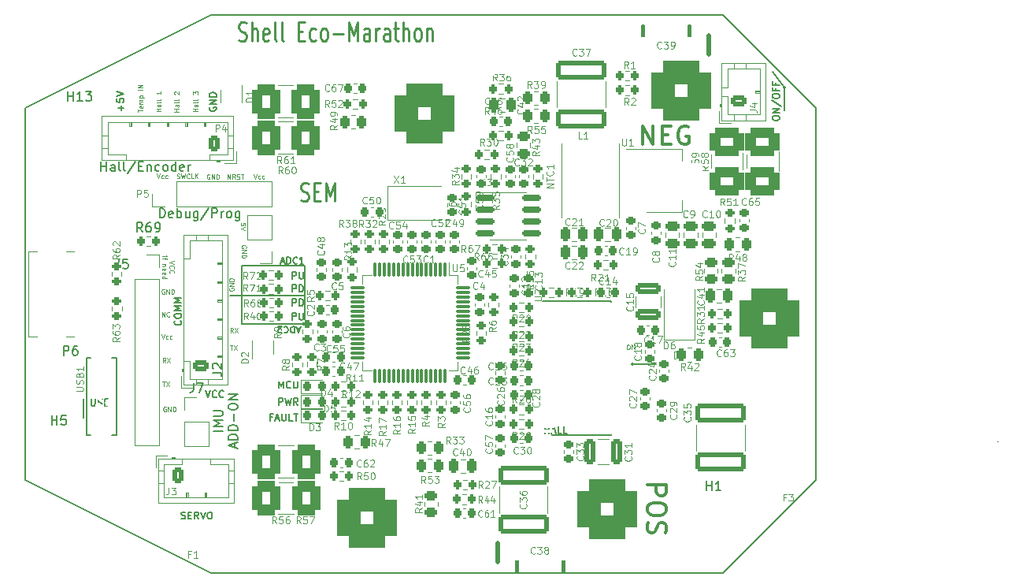
<source format=gto>
G04 #@! TF.GenerationSoftware,KiCad,Pcbnew,7.0.9*
G04 #@! TF.CreationDate,2024-01-25T12:37:26-06:00*
G04 #@! TF.ProjectId,Stupid_FOCer,53747570-6964-45f4-964f-4365722e6b69,1*
G04 #@! TF.SameCoordinates,Original*
G04 #@! TF.FileFunction,Legend,Top*
G04 #@! TF.FilePolarity,Positive*
%FSLAX46Y46*%
G04 Gerber Fmt 4.6, Leading zero omitted, Abs format (unit mm)*
G04 Created by KiCad (PCBNEW 7.0.9) date 2024-01-25 12:37:26*
%MOMM*%
%LPD*%
G01*
G04 APERTURE LIST*
G04 Aperture macros list*
%AMRoundRect*
0 Rectangle with rounded corners*
0 $1 Rounding radius*
0 $2 $3 $4 $5 $6 $7 $8 $9 X,Y pos of 4 corners*
0 Add a 4 corners polygon primitive as box body*
4,1,4,$2,$3,$4,$5,$6,$7,$8,$9,$2,$3,0*
0 Add four circle primitives for the rounded corners*
1,1,$1+$1,$2,$3*
1,1,$1+$1,$4,$5*
1,1,$1+$1,$6,$7*
1,1,$1+$1,$8,$9*
0 Add four rect primitives between the rounded corners*
20,1,$1+$1,$2,$3,$4,$5,0*
20,1,$1+$1,$4,$5,$6,$7,0*
20,1,$1+$1,$6,$7,$8,$9,0*
20,1,$1+$1,$8,$9,$2,$3,0*%
G04 Aperture macros list end*
%ADD10C,0.150000*%
%ADD11C,0.187500*%
%ADD12C,0.300000*%
%ADD13C,0.100000*%
%ADD14C,0.175000*%
%ADD15C,0.125000*%
%ADD16C,0.250000*%
%ADD17C,0.120000*%
%ADD18C,0.500000*%
%ADD19C,0.381000*%
%ADD20R,1.800000X1.800000*%
%ADD21C,1.800000*%
%ADD22RoundRect,0.218750X-0.218750X-0.256250X0.218750X-0.256250X0.218750X0.256250X-0.218750X0.256250X0*%
%ADD23RoundRect,0.200000X0.275000X-0.200000X0.275000X0.200000X-0.275000X0.200000X-0.275000X-0.200000X0*%
%ADD24R,2.000000X2.400000*%
%ADD25RoundRect,0.225000X-0.250000X0.225000X-0.250000X-0.225000X0.250000X-0.225000X0.250000X0.225000X0*%
%ADD26RoundRect,0.200000X-0.275000X0.200000X-0.275000X-0.200000X0.275000X-0.200000X0.275000X0.200000X0*%
%ADD27RoundRect,0.200000X0.200000X0.275000X-0.200000X0.275000X-0.200000X-0.275000X0.200000X-0.275000X0*%
%ADD28RoundRect,0.200000X-0.200000X-0.275000X0.200000X-0.275000X0.200000X0.275000X-0.200000X0.275000X0*%
%ADD29RoundRect,0.225000X0.250000X-0.225000X0.250000X0.225000X-0.250000X0.225000X-0.250000X-0.225000X0*%
%ADD30RoundRect,0.225000X-0.225000X-0.250000X0.225000X-0.250000X0.225000X0.250000X-0.225000X0.250000X0*%
%ADD31RoundRect,0.225000X0.225000X0.250000X-0.225000X0.250000X-0.225000X-0.250000X0.225000X-0.250000X0*%
%ADD32R,2.000000X1.500000*%
%ADD33R,2.000000X3.800000*%
%ADD34R,1.700000X1.700000*%
%ADD35O,1.700000X1.700000*%
%ADD36RoundRect,0.564250X-1.275750X0.960750X-1.275750X-0.960750X1.275750X-0.960750X1.275750X0.960750X0*%
%ADD37RoundRect,0.564250X-0.960750X-1.275750X0.960750X-1.275750X0.960750X1.275750X-0.960750X1.275750X0*%
%ADD38R,5.900000X2.450000*%
%ADD39RoundRect,0.075000X-0.075000X0.700000X-0.075000X-0.700000X0.075000X-0.700000X0.075000X0.700000X0*%
%ADD40RoundRect,0.075000X-0.700000X0.075000X-0.700000X-0.075000X0.700000X-0.075000X0.700000X0.075000X0*%
%ADD41RoundRect,0.250000X0.350000X0.625000X-0.350000X0.625000X-0.350000X-0.625000X0.350000X-0.625000X0*%
%ADD42O,1.200000X1.750000*%
%ADD43R,1.550000X0.300000*%
%ADD44R,3.610000X6.350000*%
%ADD45C,2.000000*%
%ADD46RoundRect,0.250000X0.625000X-0.350000X0.625000X0.350000X-0.625000X0.350000X-0.625000X-0.350000X0*%
%ADD47O,1.750000X1.200000*%
%ADD48R,0.400000X0.650000*%
%ADD49RoundRect,0.250000X0.250000X0.475000X-0.250000X0.475000X-0.250000X-0.475000X0.250000X-0.475000X0*%
%ADD50RoundRect,0.250000X-0.250000X-0.475000X0.250000X-0.475000X0.250000X0.475000X-0.250000X0.475000X0*%
%ADD51RoundRect,0.250000X-0.262500X-0.450000X0.262500X-0.450000X0.262500X0.450000X-0.262500X0.450000X0*%
%ADD52RoundRect,0.250000X-0.450000X0.262500X-0.450000X-0.262500X0.450000X-0.262500X0.450000X0.262500X0*%
%ADD53RoundRect,0.250000X0.262500X0.450000X-0.262500X0.450000X-0.262500X-0.450000X0.262500X-0.450000X0*%
%ADD54RoundRect,1.300000X-1.950000X1.950000X-1.950000X-1.950000X1.950000X-1.950000X1.950000X1.950000X0*%
%ADD55RoundRect,1.300000X-1.950000X-1.950000X1.950000X-1.950000X1.950000X1.950000X-1.950000X1.950000X0*%
%ADD56RoundRect,0.249999X-2.450001X0.737501X-2.450001X-0.737501X2.450001X-0.737501X2.450001X0.737501X0*%
%ADD57RoundRect,0.249999X2.450001X-0.737501X2.450001X0.737501X-2.450001X0.737501X-2.450001X-0.737501X0*%
%ADD58R,0.840000X0.840000*%
%ADD59C,0.840000*%
%ADD60O,1.850000X0.850000*%
%ADD61C,3.200000*%
%ADD62RoundRect,0.250000X-1.075000X0.375000X-1.075000X-0.375000X1.075000X-0.375000X1.075000X0.375000X0*%
%ADD63RoundRect,0.150000X-0.825000X-0.150000X0.825000X-0.150000X0.825000X0.150000X-0.825000X0.150000X0*%
%ADD64RoundRect,0.250000X0.475000X-0.250000X0.475000X0.250000X-0.475000X0.250000X-0.475000X-0.250000X0*%
%ADD65RoundRect,0.250000X0.450000X-0.262500X0.450000X0.262500X-0.450000X0.262500X-0.450000X-0.262500X0*%
%ADD66R,1.800000X2.500000*%
%ADD67RoundRect,0.250000X-0.350000X-0.625000X0.350000X-0.625000X0.350000X0.625000X-0.350000X0.625000X0*%
%ADD68RoundRect,0.250000X-0.375000X-1.075000X0.375000X-1.075000X0.375000X1.075000X-0.375000X1.075000X0*%
%ADD69C,0.600000*%
%ADD70R,2.000000X1.000000*%
%ADD71O,0.600000X0.850000*%
%ADD72R,1.000000X0.520000*%
%ADD73R,1.000000X0.270000*%
%ADD74O,2.300000X1.300000*%
%ADD75O,2.600000X1.300000*%
%ADD76R,1.905000X2.000000*%
%ADD77O,1.905000X2.000000*%
%ADD78R,2.000000X1.905000*%
%ADD79O,2.000000X1.905000*%
G04 #@! TA.AperFunction,Profile*
%ADD80C,0.150000*%
G04 #@! TD*
G04 APERTURE END LIST*
D10*
X123312984Y-103231550D02*
X130112984Y-103231550D01*
X130112984Y-103231550D02*
X130112984Y-96931550D01*
X123312984Y-103231550D02*
X123312984Y-96931550D01*
X130112984Y-100131550D02*
X122012984Y-100131550D01*
X181625000Y-80300000D02*
X181625000Y-77800000D01*
X165454405Y-107531550D02*
G75*
G03*
X165454405Y-107531550I-141421J0D01*
G01*
X181625000Y-77800000D02*
X180325000Y-76100000D01*
X165312984Y-107531550D02*
X167812984Y-107531550D01*
X181766421Y-77800000D02*
G75*
G03*
X181766421Y-77800000I-141421J0D01*
G01*
X130112984Y-96931550D02*
X123312984Y-96931550D01*
D11*
X119412984Y-110368764D02*
X119662984Y-111118764D01*
X119662984Y-111118764D02*
X119912984Y-110368764D01*
X120591555Y-111047335D02*
X120555841Y-111083050D01*
X120555841Y-111083050D02*
X120448698Y-111118764D01*
X120448698Y-111118764D02*
X120377270Y-111118764D01*
X120377270Y-111118764D02*
X120270127Y-111083050D01*
X120270127Y-111083050D02*
X120198698Y-111011621D01*
X120198698Y-111011621D02*
X120162984Y-110940192D01*
X120162984Y-110940192D02*
X120127270Y-110797335D01*
X120127270Y-110797335D02*
X120127270Y-110690192D01*
X120127270Y-110690192D02*
X120162984Y-110547335D01*
X120162984Y-110547335D02*
X120198698Y-110475907D01*
X120198698Y-110475907D02*
X120270127Y-110404478D01*
X120270127Y-110404478D02*
X120377270Y-110368764D01*
X120377270Y-110368764D02*
X120448698Y-110368764D01*
X120448698Y-110368764D02*
X120555841Y-110404478D01*
X120555841Y-110404478D02*
X120591555Y-110440192D01*
X121341555Y-111047335D02*
X121305841Y-111083050D01*
X121305841Y-111083050D02*
X121198698Y-111118764D01*
X121198698Y-111118764D02*
X121127270Y-111118764D01*
X121127270Y-111118764D02*
X121020127Y-111083050D01*
X121020127Y-111083050D02*
X120948698Y-111011621D01*
X120948698Y-111011621D02*
X120912984Y-110940192D01*
X120912984Y-110940192D02*
X120877270Y-110797335D01*
X120877270Y-110797335D02*
X120877270Y-110690192D01*
X120877270Y-110690192D02*
X120912984Y-110547335D01*
X120912984Y-110547335D02*
X120948698Y-110475907D01*
X120948698Y-110475907D02*
X121020127Y-110404478D01*
X121020127Y-110404478D02*
X121127270Y-110368764D01*
X121127270Y-110368764D02*
X121198698Y-110368764D01*
X121198698Y-110368764D02*
X121305841Y-110404478D01*
X121305841Y-110404478D02*
X121341555Y-110440192D01*
D12*
X166919807Y-120529671D02*
X168919807Y-120529671D01*
X168919807Y-120529671D02*
X168919807Y-121291576D01*
X168919807Y-121291576D02*
X168824569Y-121482052D01*
X168824569Y-121482052D02*
X168729331Y-121577290D01*
X168729331Y-121577290D02*
X168538855Y-121672528D01*
X168538855Y-121672528D02*
X168253141Y-121672528D01*
X168253141Y-121672528D02*
X168062665Y-121577290D01*
X168062665Y-121577290D02*
X167967426Y-121482052D01*
X167967426Y-121482052D02*
X167872188Y-121291576D01*
X167872188Y-121291576D02*
X167872188Y-120529671D01*
X168919807Y-122910623D02*
X168919807Y-123291576D01*
X168919807Y-123291576D02*
X168824569Y-123482052D01*
X168824569Y-123482052D02*
X168634093Y-123672528D01*
X168634093Y-123672528D02*
X168253141Y-123767766D01*
X168253141Y-123767766D02*
X167586474Y-123767766D01*
X167586474Y-123767766D02*
X167205522Y-123672528D01*
X167205522Y-123672528D02*
X167015046Y-123482052D01*
X167015046Y-123482052D02*
X166919807Y-123291576D01*
X166919807Y-123291576D02*
X166919807Y-122910623D01*
X166919807Y-122910623D02*
X167015046Y-122720147D01*
X167015046Y-122720147D02*
X167205522Y-122529671D01*
X167205522Y-122529671D02*
X167586474Y-122434433D01*
X167586474Y-122434433D02*
X168253141Y-122434433D01*
X168253141Y-122434433D02*
X168634093Y-122529671D01*
X168634093Y-122529671D02*
X168824569Y-122720147D01*
X168824569Y-122720147D02*
X168919807Y-122910623D01*
X167015046Y-124529671D02*
X166919807Y-124815385D01*
X166919807Y-124815385D02*
X166919807Y-125291576D01*
X166919807Y-125291576D02*
X167015046Y-125482052D01*
X167015046Y-125482052D02*
X167110284Y-125577290D01*
X167110284Y-125577290D02*
X167300760Y-125672528D01*
X167300760Y-125672528D02*
X167491236Y-125672528D01*
X167491236Y-125672528D02*
X167681712Y-125577290D01*
X167681712Y-125577290D02*
X167776950Y-125482052D01*
X167776950Y-125482052D02*
X167872188Y-125291576D01*
X167872188Y-125291576D02*
X167967426Y-124910623D01*
X167967426Y-124910623D02*
X168062665Y-124720147D01*
X168062665Y-124720147D02*
X168157903Y-124624909D01*
X168157903Y-124624909D02*
X168348379Y-124529671D01*
X168348379Y-124529671D02*
X168538855Y-124529671D01*
X168538855Y-124529671D02*
X168729331Y-124624909D01*
X168729331Y-124624909D02*
X168824569Y-124720147D01*
X168824569Y-124720147D02*
X168919807Y-124910623D01*
X168919807Y-124910623D02*
X168919807Y-125386814D01*
X168919807Y-125386814D02*
X168824569Y-125672528D01*
D11*
X116720231Y-102871338D02*
X116755946Y-102907052D01*
X116755946Y-102907052D02*
X116791660Y-103014195D01*
X116791660Y-103014195D02*
X116791660Y-103085623D01*
X116791660Y-103085623D02*
X116755946Y-103192766D01*
X116755946Y-103192766D02*
X116684517Y-103264195D01*
X116684517Y-103264195D02*
X116613088Y-103299909D01*
X116613088Y-103299909D02*
X116470231Y-103335623D01*
X116470231Y-103335623D02*
X116363088Y-103335623D01*
X116363088Y-103335623D02*
X116220231Y-103299909D01*
X116220231Y-103299909D02*
X116148803Y-103264195D01*
X116148803Y-103264195D02*
X116077374Y-103192766D01*
X116077374Y-103192766D02*
X116041660Y-103085623D01*
X116041660Y-103085623D02*
X116041660Y-103014195D01*
X116041660Y-103014195D02*
X116077374Y-102907052D01*
X116077374Y-102907052D02*
X116113088Y-102871338D01*
X116041660Y-102407052D02*
X116041660Y-102264195D01*
X116041660Y-102264195D02*
X116077374Y-102192766D01*
X116077374Y-102192766D02*
X116148803Y-102121338D01*
X116148803Y-102121338D02*
X116291660Y-102085623D01*
X116291660Y-102085623D02*
X116541660Y-102085623D01*
X116541660Y-102085623D02*
X116684517Y-102121338D01*
X116684517Y-102121338D02*
X116755946Y-102192766D01*
X116755946Y-102192766D02*
X116791660Y-102264195D01*
X116791660Y-102264195D02*
X116791660Y-102407052D01*
X116791660Y-102407052D02*
X116755946Y-102478481D01*
X116755946Y-102478481D02*
X116684517Y-102549909D01*
X116684517Y-102549909D02*
X116541660Y-102585623D01*
X116541660Y-102585623D02*
X116291660Y-102585623D01*
X116291660Y-102585623D02*
X116148803Y-102549909D01*
X116148803Y-102549909D02*
X116077374Y-102478481D01*
X116077374Y-102478481D02*
X116041660Y-102407052D01*
X116791660Y-101764195D02*
X116041660Y-101764195D01*
X116041660Y-101764195D02*
X116577374Y-101514195D01*
X116577374Y-101514195D02*
X116041660Y-101264195D01*
X116041660Y-101264195D02*
X116791660Y-101264195D01*
X116791660Y-100907052D02*
X116041660Y-100907052D01*
X116041660Y-100907052D02*
X116577374Y-100657052D01*
X116577374Y-100657052D02*
X116041660Y-100407052D01*
X116041660Y-100407052D02*
X116791660Y-100407052D01*
X116811589Y-124129981D02*
X116918732Y-124165695D01*
X116918732Y-124165695D02*
X117097303Y-124165695D01*
X117097303Y-124165695D02*
X117168732Y-124129981D01*
X117168732Y-124129981D02*
X117204446Y-124094266D01*
X117204446Y-124094266D02*
X117240160Y-124022838D01*
X117240160Y-124022838D02*
X117240160Y-123951409D01*
X117240160Y-123951409D02*
X117204446Y-123879981D01*
X117204446Y-123879981D02*
X117168732Y-123844266D01*
X117168732Y-123844266D02*
X117097303Y-123808552D01*
X117097303Y-123808552D02*
X116954446Y-123772838D01*
X116954446Y-123772838D02*
X116883017Y-123737123D01*
X116883017Y-123737123D02*
X116847303Y-123701409D01*
X116847303Y-123701409D02*
X116811589Y-123629981D01*
X116811589Y-123629981D02*
X116811589Y-123558552D01*
X116811589Y-123558552D02*
X116847303Y-123487123D01*
X116847303Y-123487123D02*
X116883017Y-123451409D01*
X116883017Y-123451409D02*
X116954446Y-123415695D01*
X116954446Y-123415695D02*
X117133017Y-123415695D01*
X117133017Y-123415695D02*
X117240160Y-123451409D01*
X117561589Y-123772838D02*
X117811589Y-123772838D01*
X117918732Y-124165695D02*
X117561589Y-124165695D01*
X117561589Y-124165695D02*
X117561589Y-123415695D01*
X117561589Y-123415695D02*
X117918732Y-123415695D01*
X118668731Y-124165695D02*
X118418731Y-123808552D01*
X118240160Y-124165695D02*
X118240160Y-123415695D01*
X118240160Y-123415695D02*
X118525874Y-123415695D01*
X118525874Y-123415695D02*
X118597303Y-123451409D01*
X118597303Y-123451409D02*
X118633017Y-123487123D01*
X118633017Y-123487123D02*
X118668731Y-123558552D01*
X118668731Y-123558552D02*
X118668731Y-123665695D01*
X118668731Y-123665695D02*
X118633017Y-123737123D01*
X118633017Y-123737123D02*
X118597303Y-123772838D01*
X118597303Y-123772838D02*
X118525874Y-123808552D01*
X118525874Y-123808552D02*
X118240160Y-123808552D01*
X118883017Y-123415695D02*
X119133017Y-124165695D01*
X119133017Y-124165695D02*
X119383017Y-123415695D01*
X119775874Y-123415695D02*
X119918731Y-123415695D01*
X119918731Y-123415695D02*
X119990160Y-123451409D01*
X119990160Y-123451409D02*
X120061588Y-123522838D01*
X120061588Y-123522838D02*
X120097303Y-123665695D01*
X120097303Y-123665695D02*
X120097303Y-123915695D01*
X120097303Y-123915695D02*
X120061588Y-124058552D01*
X120061588Y-124058552D02*
X119990160Y-124129981D01*
X119990160Y-124129981D02*
X119918731Y-124165695D01*
X119918731Y-124165695D02*
X119775874Y-124165695D01*
X119775874Y-124165695D02*
X119704446Y-124129981D01*
X119704446Y-124129981D02*
X119633017Y-124058552D01*
X119633017Y-124058552D02*
X119597303Y-123915695D01*
X119597303Y-123915695D02*
X119597303Y-123665695D01*
X119597303Y-123665695D02*
X119633017Y-123522838D01*
X119633017Y-123522838D02*
X119704446Y-123451409D01*
X119704446Y-123451409D02*
X119775874Y-123415695D01*
X155870127Y-114968764D02*
X155870127Y-114218764D01*
X155870127Y-114575907D02*
X156298698Y-114575907D01*
X156298698Y-114968764D02*
X156298698Y-114218764D01*
X156620127Y-114754478D02*
X156977270Y-114754478D01*
X156548698Y-114968764D02*
X156798698Y-114218764D01*
X156798698Y-114218764D02*
X157048698Y-114968764D01*
X157655841Y-114968764D02*
X157298698Y-114968764D01*
X157298698Y-114968764D02*
X157298698Y-114218764D01*
X158262984Y-114968764D02*
X157905841Y-114968764D01*
X157905841Y-114968764D02*
X157905841Y-114218764D01*
X180337214Y-81167856D02*
X180337214Y-81024999D01*
X180337214Y-81024999D02*
X180372928Y-80953570D01*
X180372928Y-80953570D02*
X180444357Y-80882142D01*
X180444357Y-80882142D02*
X180587214Y-80846427D01*
X180587214Y-80846427D02*
X180837214Y-80846427D01*
X180837214Y-80846427D02*
X180980071Y-80882142D01*
X180980071Y-80882142D02*
X181051500Y-80953570D01*
X181051500Y-80953570D02*
X181087214Y-81024999D01*
X181087214Y-81024999D02*
X181087214Y-81167856D01*
X181087214Y-81167856D02*
X181051500Y-81239285D01*
X181051500Y-81239285D02*
X180980071Y-81310713D01*
X180980071Y-81310713D02*
X180837214Y-81346427D01*
X180837214Y-81346427D02*
X180587214Y-81346427D01*
X180587214Y-81346427D02*
X180444357Y-81310713D01*
X180444357Y-81310713D02*
X180372928Y-81239285D01*
X180372928Y-81239285D02*
X180337214Y-81167856D01*
X181087214Y-80524999D02*
X180337214Y-80524999D01*
X180337214Y-80524999D02*
X181087214Y-80096428D01*
X181087214Y-80096428D02*
X180337214Y-80096428D01*
X180301500Y-79203571D02*
X181265785Y-79846428D01*
X180337214Y-78810714D02*
X180337214Y-78667857D01*
X180337214Y-78667857D02*
X180372928Y-78596428D01*
X180372928Y-78596428D02*
X180444357Y-78525000D01*
X180444357Y-78525000D02*
X180587214Y-78489285D01*
X180587214Y-78489285D02*
X180837214Y-78489285D01*
X180837214Y-78489285D02*
X180980071Y-78525000D01*
X180980071Y-78525000D02*
X181051500Y-78596428D01*
X181051500Y-78596428D02*
X181087214Y-78667857D01*
X181087214Y-78667857D02*
X181087214Y-78810714D01*
X181087214Y-78810714D02*
X181051500Y-78882143D01*
X181051500Y-78882143D02*
X180980071Y-78953571D01*
X180980071Y-78953571D02*
X180837214Y-78989285D01*
X180837214Y-78989285D02*
X180587214Y-78989285D01*
X180587214Y-78989285D02*
X180444357Y-78953571D01*
X180444357Y-78953571D02*
X180372928Y-78882143D01*
X180372928Y-78882143D02*
X180337214Y-78810714D01*
X180694357Y-77917857D02*
X180694357Y-78167857D01*
X181087214Y-78167857D02*
X180337214Y-78167857D01*
X180337214Y-78167857D02*
X180337214Y-77810714D01*
X180694357Y-77275000D02*
X180694357Y-77525000D01*
X181087214Y-77525000D02*
X180337214Y-77525000D01*
X180337214Y-77525000D02*
X180337214Y-77167857D01*
X107108017Y-111265695D02*
X107108017Y-111872838D01*
X107108017Y-111872838D02*
X107143731Y-111944266D01*
X107143731Y-111944266D02*
X107179446Y-111979981D01*
X107179446Y-111979981D02*
X107250874Y-112015695D01*
X107250874Y-112015695D02*
X107393731Y-112015695D01*
X107393731Y-112015695D02*
X107465160Y-111979981D01*
X107465160Y-111979981D02*
X107500874Y-111944266D01*
X107500874Y-111944266D02*
X107536588Y-111872838D01*
X107536588Y-111872838D02*
X107536588Y-111265695D01*
X107858017Y-111979981D02*
X107965160Y-112015695D01*
X107965160Y-112015695D02*
X108143731Y-112015695D01*
X108143731Y-112015695D02*
X108215160Y-111979981D01*
X108215160Y-111979981D02*
X108250874Y-111944266D01*
X108250874Y-111944266D02*
X108286588Y-111872838D01*
X108286588Y-111872838D02*
X108286588Y-111801409D01*
X108286588Y-111801409D02*
X108250874Y-111729981D01*
X108250874Y-111729981D02*
X108215160Y-111694266D01*
X108215160Y-111694266D02*
X108143731Y-111658552D01*
X108143731Y-111658552D02*
X108000874Y-111622838D01*
X108000874Y-111622838D02*
X107929445Y-111587123D01*
X107929445Y-111587123D02*
X107893731Y-111551409D01*
X107893731Y-111551409D02*
X107858017Y-111479981D01*
X107858017Y-111479981D02*
X107858017Y-111408552D01*
X107858017Y-111408552D02*
X107893731Y-111337123D01*
X107893731Y-111337123D02*
X107929445Y-111301409D01*
X107929445Y-111301409D02*
X108000874Y-111265695D01*
X108000874Y-111265695D02*
X108179445Y-111265695D01*
X108179445Y-111265695D02*
X108286588Y-111301409D01*
X108858017Y-111622838D02*
X108965160Y-111658552D01*
X108965160Y-111658552D02*
X109000874Y-111694266D01*
X109000874Y-111694266D02*
X109036588Y-111765695D01*
X109036588Y-111765695D02*
X109036588Y-111872838D01*
X109036588Y-111872838D02*
X109000874Y-111944266D01*
X109000874Y-111944266D02*
X108965160Y-111979981D01*
X108965160Y-111979981D02*
X108893731Y-112015695D01*
X108893731Y-112015695D02*
X108608017Y-112015695D01*
X108608017Y-112015695D02*
X108608017Y-111265695D01*
X108608017Y-111265695D02*
X108858017Y-111265695D01*
X108858017Y-111265695D02*
X108929446Y-111301409D01*
X108929446Y-111301409D02*
X108965160Y-111337123D01*
X108965160Y-111337123D02*
X109000874Y-111408552D01*
X109000874Y-111408552D02*
X109000874Y-111479981D01*
X109000874Y-111479981D02*
X108965160Y-111551409D01*
X108965160Y-111551409D02*
X108929446Y-111587123D01*
X108929446Y-111587123D02*
X108858017Y-111622838D01*
X108858017Y-111622838D02*
X108608017Y-111622838D01*
D13*
X123678336Y-92633243D02*
X123678336Y-92395148D01*
X123678336Y-92395148D02*
X123440241Y-92371339D01*
X123440241Y-92371339D02*
X123464050Y-92395148D01*
X123464050Y-92395148D02*
X123487860Y-92442767D01*
X123487860Y-92442767D02*
X123487860Y-92561815D01*
X123487860Y-92561815D02*
X123464050Y-92609434D01*
X123464050Y-92609434D02*
X123440241Y-92633243D01*
X123440241Y-92633243D02*
X123392622Y-92657053D01*
X123392622Y-92657053D02*
X123273574Y-92657053D01*
X123273574Y-92657053D02*
X123225955Y-92633243D01*
X123225955Y-92633243D02*
X123202146Y-92609434D01*
X123202146Y-92609434D02*
X123178336Y-92561815D01*
X123178336Y-92561815D02*
X123178336Y-92442767D01*
X123178336Y-92442767D02*
X123202146Y-92395148D01*
X123202146Y-92395148D02*
X123225955Y-92371339D01*
X123678336Y-92799910D02*
X123178336Y-92966576D01*
X123178336Y-92966576D02*
X123678336Y-93133243D01*
X123754526Y-95047528D02*
X123778336Y-94999909D01*
X123778336Y-94999909D02*
X123778336Y-94928480D01*
X123778336Y-94928480D02*
X123754526Y-94857052D01*
X123754526Y-94857052D02*
X123706907Y-94809433D01*
X123706907Y-94809433D02*
X123659288Y-94785623D01*
X123659288Y-94785623D02*
X123564050Y-94761814D01*
X123564050Y-94761814D02*
X123492622Y-94761814D01*
X123492622Y-94761814D02*
X123397384Y-94785623D01*
X123397384Y-94785623D02*
X123349765Y-94809433D01*
X123349765Y-94809433D02*
X123302146Y-94857052D01*
X123302146Y-94857052D02*
X123278336Y-94928480D01*
X123278336Y-94928480D02*
X123278336Y-94976099D01*
X123278336Y-94976099D02*
X123302146Y-95047528D01*
X123302146Y-95047528D02*
X123325955Y-95071337D01*
X123325955Y-95071337D02*
X123492622Y-95071337D01*
X123492622Y-95071337D02*
X123492622Y-94976099D01*
X123278336Y-95285623D02*
X123778336Y-95285623D01*
X123778336Y-95285623D02*
X123278336Y-95571337D01*
X123278336Y-95571337D02*
X123778336Y-95571337D01*
X123278336Y-95809433D02*
X123778336Y-95809433D01*
X123778336Y-95809433D02*
X123778336Y-95928481D01*
X123778336Y-95928481D02*
X123754526Y-95999909D01*
X123754526Y-95999909D02*
X123706907Y-96047528D01*
X123706907Y-96047528D02*
X123659288Y-96071338D01*
X123659288Y-96071338D02*
X123564050Y-96095147D01*
X123564050Y-96095147D02*
X123492622Y-96095147D01*
X123492622Y-96095147D02*
X123397384Y-96071338D01*
X123397384Y-96071338D02*
X123349765Y-96047528D01*
X123349765Y-96047528D02*
X123302146Y-95999909D01*
X123302146Y-95999909D02*
X123278336Y-95928481D01*
X123278336Y-95928481D02*
X123278336Y-95809433D01*
X164803459Y-105457659D02*
X164898697Y-105457659D01*
X164898697Y-105457659D02*
X164946316Y-105481469D01*
X164946316Y-105481469D02*
X164993935Y-105529088D01*
X164993935Y-105529088D02*
X165017745Y-105624326D01*
X165017745Y-105624326D02*
X165017745Y-105790992D01*
X165017745Y-105790992D02*
X164993935Y-105886230D01*
X164993935Y-105886230D02*
X164946316Y-105933850D01*
X164946316Y-105933850D02*
X164898697Y-105957659D01*
X164898697Y-105957659D02*
X164803459Y-105957659D01*
X164803459Y-105957659D02*
X164755840Y-105933850D01*
X164755840Y-105933850D02*
X164708221Y-105886230D01*
X164708221Y-105886230D02*
X164684412Y-105790992D01*
X164684412Y-105790992D02*
X164684412Y-105624326D01*
X164684412Y-105624326D02*
X164708221Y-105529088D01*
X164708221Y-105529088D02*
X164755840Y-105481469D01*
X164755840Y-105481469D02*
X164803459Y-105457659D01*
X165232031Y-105957659D02*
X165232031Y-105457659D01*
X165232031Y-105457659D02*
X165517745Y-105957659D01*
X165517745Y-105957659D02*
X165517745Y-105457659D01*
D11*
X127279446Y-111915695D02*
X127279446Y-111165695D01*
X127279446Y-111165695D02*
X127565160Y-111165695D01*
X127565160Y-111165695D02*
X127636589Y-111201409D01*
X127636589Y-111201409D02*
X127672303Y-111237123D01*
X127672303Y-111237123D02*
X127708017Y-111308552D01*
X127708017Y-111308552D02*
X127708017Y-111415695D01*
X127708017Y-111415695D02*
X127672303Y-111487123D01*
X127672303Y-111487123D02*
X127636589Y-111522838D01*
X127636589Y-111522838D02*
X127565160Y-111558552D01*
X127565160Y-111558552D02*
X127279446Y-111558552D01*
X127958017Y-111165695D02*
X128136589Y-111915695D01*
X128136589Y-111915695D02*
X128279446Y-111379981D01*
X128279446Y-111379981D02*
X128422303Y-111915695D01*
X128422303Y-111915695D02*
X128600875Y-111165695D01*
X129315160Y-111915695D02*
X129065160Y-111558552D01*
X128886589Y-111915695D02*
X128886589Y-111165695D01*
X128886589Y-111165695D02*
X129172303Y-111165695D01*
X129172303Y-111165695D02*
X129243732Y-111201409D01*
X129243732Y-111201409D02*
X129279446Y-111237123D01*
X129279446Y-111237123D02*
X129315160Y-111308552D01*
X129315160Y-111308552D02*
X129315160Y-111415695D01*
X129315160Y-111415695D02*
X129279446Y-111487123D01*
X129279446Y-111487123D02*
X129243732Y-111522838D01*
X129243732Y-111522838D02*
X129172303Y-111558552D01*
X129172303Y-111558552D02*
X128886589Y-111558552D01*
X126583017Y-113222838D02*
X126333017Y-113222838D01*
X126333017Y-113615695D02*
X126333017Y-112865695D01*
X126333017Y-112865695D02*
X126690160Y-112865695D01*
X126940160Y-113401409D02*
X127297303Y-113401409D01*
X126868731Y-113615695D02*
X127118731Y-112865695D01*
X127118731Y-112865695D02*
X127368731Y-113615695D01*
X127618731Y-112865695D02*
X127618731Y-113472838D01*
X127618731Y-113472838D02*
X127654445Y-113544266D01*
X127654445Y-113544266D02*
X127690160Y-113579981D01*
X127690160Y-113579981D02*
X127761588Y-113615695D01*
X127761588Y-113615695D02*
X127904445Y-113615695D01*
X127904445Y-113615695D02*
X127975874Y-113579981D01*
X127975874Y-113579981D02*
X128011588Y-113544266D01*
X128011588Y-113544266D02*
X128047302Y-113472838D01*
X128047302Y-113472838D02*
X128047302Y-112865695D01*
X128761588Y-113615695D02*
X128404445Y-113615695D01*
X128404445Y-113615695D02*
X128404445Y-112865695D01*
X128904445Y-112865695D02*
X129333017Y-112865695D01*
X129118731Y-113615695D02*
X129118731Y-112865695D01*
X127261589Y-110115695D02*
X127261589Y-109365695D01*
X127261589Y-109365695D02*
X127511589Y-109901409D01*
X127511589Y-109901409D02*
X127761589Y-109365695D01*
X127761589Y-109365695D02*
X127761589Y-110115695D01*
X128547303Y-110044266D02*
X128511589Y-110079981D01*
X128511589Y-110079981D02*
X128404446Y-110115695D01*
X128404446Y-110115695D02*
X128333018Y-110115695D01*
X128333018Y-110115695D02*
X128225875Y-110079981D01*
X128225875Y-110079981D02*
X128154446Y-110008552D01*
X128154446Y-110008552D02*
X128118732Y-109937123D01*
X128118732Y-109937123D02*
X128083018Y-109794266D01*
X128083018Y-109794266D02*
X128083018Y-109687123D01*
X128083018Y-109687123D02*
X128118732Y-109544266D01*
X128118732Y-109544266D02*
X128154446Y-109472838D01*
X128154446Y-109472838D02*
X128225875Y-109401409D01*
X128225875Y-109401409D02*
X128333018Y-109365695D01*
X128333018Y-109365695D02*
X128404446Y-109365695D01*
X128404446Y-109365695D02*
X128511589Y-109401409D01*
X128511589Y-109401409D02*
X128547303Y-109437123D01*
X128868732Y-109365695D02*
X128868732Y-109972838D01*
X128868732Y-109972838D02*
X128904446Y-110044266D01*
X128904446Y-110044266D02*
X128940161Y-110079981D01*
X128940161Y-110079981D02*
X129011589Y-110115695D01*
X129011589Y-110115695D02*
X129154446Y-110115695D01*
X129154446Y-110115695D02*
X129225875Y-110079981D01*
X129225875Y-110079981D02*
X129261589Y-110044266D01*
X129261589Y-110044266D02*
X129297303Y-109972838D01*
X129297303Y-109972838D02*
X129297303Y-109365695D01*
X128723698Y-98368764D02*
X128723698Y-97618764D01*
X128723698Y-97618764D02*
X129009412Y-97618764D01*
X129009412Y-97618764D02*
X129080841Y-97654478D01*
X129080841Y-97654478D02*
X129116555Y-97690192D01*
X129116555Y-97690192D02*
X129152269Y-97761621D01*
X129152269Y-97761621D02*
X129152269Y-97868764D01*
X129152269Y-97868764D02*
X129116555Y-97940192D01*
X129116555Y-97940192D02*
X129080841Y-97975907D01*
X129080841Y-97975907D02*
X129009412Y-98011621D01*
X129009412Y-98011621D02*
X128723698Y-98011621D01*
X129473698Y-97618764D02*
X129473698Y-98225907D01*
X129473698Y-98225907D02*
X129509412Y-98297335D01*
X129509412Y-98297335D02*
X129545127Y-98333050D01*
X129545127Y-98333050D02*
X129616555Y-98368764D01*
X129616555Y-98368764D02*
X129759412Y-98368764D01*
X129759412Y-98368764D02*
X129830841Y-98333050D01*
X129830841Y-98333050D02*
X129866555Y-98297335D01*
X129866555Y-98297335D02*
X129902269Y-98225907D01*
X129902269Y-98225907D02*
X129902269Y-97618764D01*
X128741555Y-99768764D02*
X128741555Y-99018764D01*
X128741555Y-99018764D02*
X129027269Y-99018764D01*
X129027269Y-99018764D02*
X129098698Y-99054478D01*
X129098698Y-99054478D02*
X129134412Y-99090192D01*
X129134412Y-99090192D02*
X129170126Y-99161621D01*
X129170126Y-99161621D02*
X129170126Y-99268764D01*
X129170126Y-99268764D02*
X129134412Y-99340192D01*
X129134412Y-99340192D02*
X129098698Y-99375907D01*
X129098698Y-99375907D02*
X129027269Y-99411621D01*
X129027269Y-99411621D02*
X128741555Y-99411621D01*
X129491555Y-99768764D02*
X129491555Y-99018764D01*
X129491555Y-99018764D02*
X129670126Y-99018764D01*
X129670126Y-99018764D02*
X129777269Y-99054478D01*
X129777269Y-99054478D02*
X129848698Y-99125907D01*
X129848698Y-99125907D02*
X129884412Y-99197335D01*
X129884412Y-99197335D02*
X129920126Y-99340192D01*
X129920126Y-99340192D02*
X129920126Y-99447335D01*
X129920126Y-99447335D02*
X129884412Y-99590192D01*
X129884412Y-99590192D02*
X129848698Y-99661621D01*
X129848698Y-99661621D02*
X129777269Y-99733050D01*
X129777269Y-99733050D02*
X129670126Y-99768764D01*
X129670126Y-99768764D02*
X129491555Y-99768764D01*
D14*
X127529446Y-96543214D02*
X127862779Y-96543214D01*
X127462779Y-96743214D02*
X127696113Y-96043214D01*
X127696113Y-96043214D02*
X127929446Y-96743214D01*
X128162779Y-96743214D02*
X128162779Y-96043214D01*
X128162779Y-96043214D02*
X128329446Y-96043214D01*
X128329446Y-96043214D02*
X128429446Y-96076547D01*
X128429446Y-96076547D02*
X128496113Y-96143214D01*
X128496113Y-96143214D02*
X128529446Y-96209881D01*
X128529446Y-96209881D02*
X128562779Y-96343214D01*
X128562779Y-96343214D02*
X128562779Y-96443214D01*
X128562779Y-96443214D02*
X128529446Y-96576547D01*
X128529446Y-96576547D02*
X128496113Y-96643214D01*
X128496113Y-96643214D02*
X128429446Y-96709881D01*
X128429446Y-96709881D02*
X128329446Y-96743214D01*
X128329446Y-96743214D02*
X128162779Y-96743214D01*
X129262779Y-96676547D02*
X129229446Y-96709881D01*
X129229446Y-96709881D02*
X129129446Y-96743214D01*
X129129446Y-96743214D02*
X129062779Y-96743214D01*
X129062779Y-96743214D02*
X128962779Y-96709881D01*
X128962779Y-96709881D02*
X128896113Y-96643214D01*
X128896113Y-96643214D02*
X128862779Y-96576547D01*
X128862779Y-96576547D02*
X128829446Y-96443214D01*
X128829446Y-96443214D02*
X128829446Y-96343214D01*
X128829446Y-96343214D02*
X128862779Y-96209881D01*
X128862779Y-96209881D02*
X128896113Y-96143214D01*
X128896113Y-96143214D02*
X128962779Y-96076547D01*
X128962779Y-96076547D02*
X129062779Y-96043214D01*
X129062779Y-96043214D02*
X129129446Y-96043214D01*
X129129446Y-96043214D02*
X129229446Y-96076547D01*
X129229446Y-96076547D02*
X129262779Y-96109881D01*
X129929446Y-96743214D02*
X129529446Y-96743214D01*
X129729446Y-96743214D02*
X129729446Y-96043214D01*
X129729446Y-96043214D02*
X129662779Y-96143214D01*
X129662779Y-96143214D02*
X129596113Y-96209881D01*
X129596113Y-96209881D02*
X129529446Y-96243214D01*
X129579445Y-103688747D02*
X129246112Y-103688747D01*
X129646112Y-103488747D02*
X129412779Y-104188747D01*
X129412779Y-104188747D02*
X129179445Y-103488747D01*
X128946112Y-103488747D02*
X128946112Y-104188747D01*
X128946112Y-104188747D02*
X128779445Y-104188747D01*
X128779445Y-104188747D02*
X128679445Y-104155414D01*
X128679445Y-104155414D02*
X128612779Y-104088747D01*
X128612779Y-104088747D02*
X128579445Y-104022081D01*
X128579445Y-104022081D02*
X128546112Y-103888747D01*
X128546112Y-103888747D02*
X128546112Y-103788747D01*
X128546112Y-103788747D02*
X128579445Y-103655414D01*
X128579445Y-103655414D02*
X128612779Y-103588747D01*
X128612779Y-103588747D02*
X128679445Y-103522081D01*
X128679445Y-103522081D02*
X128779445Y-103488747D01*
X128779445Y-103488747D02*
X128946112Y-103488747D01*
X127846112Y-103555414D02*
X127879445Y-103522081D01*
X127879445Y-103522081D02*
X127979445Y-103488747D01*
X127979445Y-103488747D02*
X128046112Y-103488747D01*
X128046112Y-103488747D02*
X128146112Y-103522081D01*
X128146112Y-103522081D02*
X128212779Y-103588747D01*
X128212779Y-103588747D02*
X128246112Y-103655414D01*
X128246112Y-103655414D02*
X128279445Y-103788747D01*
X128279445Y-103788747D02*
X128279445Y-103888747D01*
X128279445Y-103888747D02*
X128246112Y-104022081D01*
X128246112Y-104022081D02*
X128212779Y-104088747D01*
X128212779Y-104088747D02*
X128146112Y-104155414D01*
X128146112Y-104155414D02*
X128046112Y-104188747D01*
X128046112Y-104188747D02*
X127979445Y-104188747D01*
X127979445Y-104188747D02*
X127879445Y-104155414D01*
X127879445Y-104155414D02*
X127846112Y-104122081D01*
X127579445Y-104122081D02*
X127546112Y-104155414D01*
X127546112Y-104155414D02*
X127479445Y-104188747D01*
X127479445Y-104188747D02*
X127312779Y-104188747D01*
X127312779Y-104188747D02*
X127246112Y-104155414D01*
X127246112Y-104155414D02*
X127212779Y-104122081D01*
X127212779Y-104122081D02*
X127179445Y-104055414D01*
X127179445Y-104055414D02*
X127179445Y-103988747D01*
X127179445Y-103988747D02*
X127212779Y-103888747D01*
X127212779Y-103888747D02*
X127612779Y-103488747D01*
X127612779Y-103488747D02*
X127179445Y-103488747D01*
D15*
X119817634Y-87184600D02*
X119770015Y-87160790D01*
X119770015Y-87160790D02*
X119698586Y-87160790D01*
X119698586Y-87160790D02*
X119627158Y-87184600D01*
X119627158Y-87184600D02*
X119579539Y-87232219D01*
X119579539Y-87232219D02*
X119555729Y-87279838D01*
X119555729Y-87279838D02*
X119531920Y-87375076D01*
X119531920Y-87375076D02*
X119531920Y-87446504D01*
X119531920Y-87446504D02*
X119555729Y-87541742D01*
X119555729Y-87541742D02*
X119579539Y-87589361D01*
X119579539Y-87589361D02*
X119627158Y-87636981D01*
X119627158Y-87636981D02*
X119698586Y-87660790D01*
X119698586Y-87660790D02*
X119746205Y-87660790D01*
X119746205Y-87660790D02*
X119817634Y-87636981D01*
X119817634Y-87636981D02*
X119841443Y-87613171D01*
X119841443Y-87613171D02*
X119841443Y-87446504D01*
X119841443Y-87446504D02*
X119746205Y-87446504D01*
X120055729Y-87660790D02*
X120055729Y-87160790D01*
X120055729Y-87160790D02*
X120341443Y-87660790D01*
X120341443Y-87660790D02*
X120341443Y-87160790D01*
X120579539Y-87660790D02*
X120579539Y-87160790D01*
X120579539Y-87160790D02*
X120698587Y-87160790D01*
X120698587Y-87160790D02*
X120770015Y-87184600D01*
X120770015Y-87184600D02*
X120817634Y-87232219D01*
X120817634Y-87232219D02*
X120841444Y-87279838D01*
X120841444Y-87279838D02*
X120865253Y-87375076D01*
X120865253Y-87375076D02*
X120865253Y-87446504D01*
X120865253Y-87446504D02*
X120841444Y-87541742D01*
X120841444Y-87541742D02*
X120817634Y-87589361D01*
X120817634Y-87589361D02*
X120770015Y-87636981D01*
X120770015Y-87636981D02*
X120698587Y-87660790D01*
X120698587Y-87660790D02*
X120579539Y-87660790D01*
X118586755Y-80377197D02*
X118086755Y-80377197D01*
X118324850Y-80377197D02*
X118324850Y-80091483D01*
X118586755Y-80091483D02*
X118086755Y-80091483D01*
X118586755Y-79639101D02*
X118324850Y-79639101D01*
X118324850Y-79639101D02*
X118277231Y-79662911D01*
X118277231Y-79662911D02*
X118253422Y-79710530D01*
X118253422Y-79710530D02*
X118253422Y-79805768D01*
X118253422Y-79805768D02*
X118277231Y-79853387D01*
X118562946Y-79639101D02*
X118586755Y-79686720D01*
X118586755Y-79686720D02*
X118586755Y-79805768D01*
X118586755Y-79805768D02*
X118562946Y-79853387D01*
X118562946Y-79853387D02*
X118515326Y-79877196D01*
X118515326Y-79877196D02*
X118467707Y-79877196D01*
X118467707Y-79877196D02*
X118420088Y-79853387D01*
X118420088Y-79853387D02*
X118396279Y-79805768D01*
X118396279Y-79805768D02*
X118396279Y-79686720D01*
X118396279Y-79686720D02*
X118372469Y-79639101D01*
X118586755Y-79329577D02*
X118562946Y-79377196D01*
X118562946Y-79377196D02*
X118515326Y-79401006D01*
X118515326Y-79401006D02*
X118086755Y-79401006D01*
X118586755Y-79067672D02*
X118562946Y-79115291D01*
X118562946Y-79115291D02*
X118515326Y-79139101D01*
X118515326Y-79139101D02*
X118086755Y-79139101D01*
X118086755Y-78543863D02*
X118086755Y-78234339D01*
X118086755Y-78234339D02*
X118277231Y-78401006D01*
X118277231Y-78401006D02*
X118277231Y-78329577D01*
X118277231Y-78329577D02*
X118301041Y-78281958D01*
X118301041Y-78281958D02*
X118324850Y-78258149D01*
X118324850Y-78258149D02*
X118372469Y-78234339D01*
X118372469Y-78234339D02*
X118491517Y-78234339D01*
X118491517Y-78234339D02*
X118539136Y-78258149D01*
X118539136Y-78258149D02*
X118562946Y-78281958D01*
X118562946Y-78281958D02*
X118586755Y-78329577D01*
X118586755Y-78329577D02*
X118586755Y-78472434D01*
X118586755Y-78472434D02*
X118562946Y-78520053D01*
X118562946Y-78520053D02*
X118539136Y-78543863D01*
D16*
X129681139Y-89947000D02*
X129881139Y-90042238D01*
X129881139Y-90042238D02*
X130214473Y-90042238D01*
X130214473Y-90042238D02*
X130347806Y-89947000D01*
X130347806Y-89947000D02*
X130414473Y-89851761D01*
X130414473Y-89851761D02*
X130481139Y-89661285D01*
X130481139Y-89661285D02*
X130481139Y-89470809D01*
X130481139Y-89470809D02*
X130414473Y-89280333D01*
X130414473Y-89280333D02*
X130347806Y-89185095D01*
X130347806Y-89185095D02*
X130214473Y-89089857D01*
X130214473Y-89089857D02*
X129947806Y-88994619D01*
X129947806Y-88994619D02*
X129814473Y-88899380D01*
X129814473Y-88899380D02*
X129747806Y-88804142D01*
X129747806Y-88804142D02*
X129681139Y-88613666D01*
X129681139Y-88613666D02*
X129681139Y-88423190D01*
X129681139Y-88423190D02*
X129747806Y-88232714D01*
X129747806Y-88232714D02*
X129814473Y-88137476D01*
X129814473Y-88137476D02*
X129947806Y-88042238D01*
X129947806Y-88042238D02*
X130281139Y-88042238D01*
X130281139Y-88042238D02*
X130481139Y-88137476D01*
X131081139Y-88994619D02*
X131547806Y-88994619D01*
X131747806Y-90042238D02*
X131081139Y-90042238D01*
X131081139Y-90042238D02*
X131081139Y-88042238D01*
X131081139Y-88042238D02*
X131747806Y-88042238D01*
X132347806Y-90042238D02*
X132347806Y-88042238D01*
X132347806Y-88042238D02*
X132814473Y-89470809D01*
X132814473Y-89470809D02*
X133281139Y-88042238D01*
X133281139Y-88042238D02*
X133281139Y-90042238D01*
D15*
X114705729Y-102435790D02*
X114705729Y-101935790D01*
X114705729Y-101935790D02*
X114991443Y-102435790D01*
X114991443Y-102435790D02*
X114991443Y-101935790D01*
X115515253Y-102388171D02*
X115491444Y-102411981D01*
X115491444Y-102411981D02*
X115420015Y-102435790D01*
X115420015Y-102435790D02*
X115372396Y-102435790D01*
X115372396Y-102435790D02*
X115300968Y-102411981D01*
X115300968Y-102411981D02*
X115253349Y-102364361D01*
X115253349Y-102364361D02*
X115229539Y-102316742D01*
X115229539Y-102316742D02*
X115205730Y-102221504D01*
X115205730Y-102221504D02*
X115205730Y-102150076D01*
X115205730Y-102150076D02*
X115229539Y-102054838D01*
X115229539Y-102054838D02*
X115253349Y-102007219D01*
X115253349Y-102007219D02*
X115300968Y-101959600D01*
X115300968Y-101959600D02*
X115372396Y-101935790D01*
X115372396Y-101935790D02*
X115420015Y-101935790D01*
X115420015Y-101935790D02*
X115491444Y-101959600D01*
X115491444Y-101959600D02*
X115515253Y-101983409D01*
X122034301Y-105510790D02*
X122320015Y-105510790D01*
X122177158Y-106010790D02*
X122177158Y-105510790D01*
X122439062Y-105510790D02*
X122772395Y-106010790D01*
X122772395Y-105510790D02*
X122439062Y-106010790D01*
X121960565Y-99365292D02*
X121936755Y-99412911D01*
X121936755Y-99412911D02*
X121936755Y-99484340D01*
X121936755Y-99484340D02*
X121960565Y-99555768D01*
X121960565Y-99555768D02*
X122008184Y-99603387D01*
X122008184Y-99603387D02*
X122055803Y-99627197D01*
X122055803Y-99627197D02*
X122151041Y-99651006D01*
X122151041Y-99651006D02*
X122222469Y-99651006D01*
X122222469Y-99651006D02*
X122317707Y-99627197D01*
X122317707Y-99627197D02*
X122365326Y-99603387D01*
X122365326Y-99603387D02*
X122412946Y-99555768D01*
X122412946Y-99555768D02*
X122436755Y-99484340D01*
X122436755Y-99484340D02*
X122436755Y-99436721D01*
X122436755Y-99436721D02*
X122412946Y-99365292D01*
X122412946Y-99365292D02*
X122389136Y-99341483D01*
X122389136Y-99341483D02*
X122222469Y-99341483D01*
X122222469Y-99341483D02*
X122222469Y-99436721D01*
X122436755Y-99127197D02*
X121936755Y-99127197D01*
X121936755Y-99127197D02*
X122436755Y-98841483D01*
X122436755Y-98841483D02*
X121936755Y-98841483D01*
X122436755Y-98603387D02*
X121936755Y-98603387D01*
X121936755Y-98603387D02*
X121936755Y-98484339D01*
X121936755Y-98484339D02*
X121960565Y-98412911D01*
X121960565Y-98412911D02*
X122008184Y-98365292D01*
X122008184Y-98365292D02*
X122055803Y-98341482D01*
X122055803Y-98341482D02*
X122151041Y-98317673D01*
X122151041Y-98317673D02*
X122222469Y-98317673D01*
X122222469Y-98317673D02*
X122317707Y-98341482D01*
X122317707Y-98341482D02*
X122365326Y-98365292D01*
X122365326Y-98365292D02*
X122412946Y-98412911D01*
X122412946Y-98412911D02*
X122436755Y-98484339D01*
X122436755Y-98484339D02*
X122436755Y-98603387D01*
D16*
X122981139Y-72722000D02*
X123181139Y-72817238D01*
X123181139Y-72817238D02*
X123514473Y-72817238D01*
X123514473Y-72817238D02*
X123647806Y-72722000D01*
X123647806Y-72722000D02*
X123714473Y-72626761D01*
X123714473Y-72626761D02*
X123781139Y-72436285D01*
X123781139Y-72436285D02*
X123781139Y-72245809D01*
X123781139Y-72245809D02*
X123714473Y-72055333D01*
X123714473Y-72055333D02*
X123647806Y-71960095D01*
X123647806Y-71960095D02*
X123514473Y-71864857D01*
X123514473Y-71864857D02*
X123247806Y-71769619D01*
X123247806Y-71769619D02*
X123114473Y-71674380D01*
X123114473Y-71674380D02*
X123047806Y-71579142D01*
X123047806Y-71579142D02*
X122981139Y-71388666D01*
X122981139Y-71388666D02*
X122981139Y-71198190D01*
X122981139Y-71198190D02*
X123047806Y-71007714D01*
X123047806Y-71007714D02*
X123114473Y-70912476D01*
X123114473Y-70912476D02*
X123247806Y-70817238D01*
X123247806Y-70817238D02*
X123581139Y-70817238D01*
X123581139Y-70817238D02*
X123781139Y-70912476D01*
X124381139Y-72817238D02*
X124381139Y-70817238D01*
X124981139Y-72817238D02*
X124981139Y-71769619D01*
X124981139Y-71769619D02*
X124914472Y-71579142D01*
X124914472Y-71579142D02*
X124781139Y-71483904D01*
X124781139Y-71483904D02*
X124581139Y-71483904D01*
X124581139Y-71483904D02*
X124447806Y-71579142D01*
X124447806Y-71579142D02*
X124381139Y-71674380D01*
X126181139Y-72722000D02*
X126047806Y-72817238D01*
X126047806Y-72817238D02*
X125781139Y-72817238D01*
X125781139Y-72817238D02*
X125647806Y-72722000D01*
X125647806Y-72722000D02*
X125581139Y-72531523D01*
X125581139Y-72531523D02*
X125581139Y-71769619D01*
X125581139Y-71769619D02*
X125647806Y-71579142D01*
X125647806Y-71579142D02*
X125781139Y-71483904D01*
X125781139Y-71483904D02*
X126047806Y-71483904D01*
X126047806Y-71483904D02*
X126181139Y-71579142D01*
X126181139Y-71579142D02*
X126247806Y-71769619D01*
X126247806Y-71769619D02*
X126247806Y-71960095D01*
X126247806Y-71960095D02*
X125581139Y-72150571D01*
X127047806Y-72817238D02*
X126914473Y-72722000D01*
X126914473Y-72722000D02*
X126847806Y-72531523D01*
X126847806Y-72531523D02*
X126847806Y-70817238D01*
X127781139Y-72817238D02*
X127647806Y-72722000D01*
X127647806Y-72722000D02*
X127581139Y-72531523D01*
X127581139Y-72531523D02*
X127581139Y-70817238D01*
X129381139Y-71769619D02*
X129847806Y-71769619D01*
X130047806Y-72817238D02*
X129381139Y-72817238D01*
X129381139Y-72817238D02*
X129381139Y-70817238D01*
X129381139Y-70817238D02*
X130047806Y-70817238D01*
X131247806Y-72722000D02*
X131114473Y-72817238D01*
X131114473Y-72817238D02*
X130847806Y-72817238D01*
X130847806Y-72817238D02*
X130714473Y-72722000D01*
X130714473Y-72722000D02*
X130647806Y-72626761D01*
X130647806Y-72626761D02*
X130581139Y-72436285D01*
X130581139Y-72436285D02*
X130581139Y-71864857D01*
X130581139Y-71864857D02*
X130647806Y-71674380D01*
X130647806Y-71674380D02*
X130714473Y-71579142D01*
X130714473Y-71579142D02*
X130847806Y-71483904D01*
X130847806Y-71483904D02*
X131114473Y-71483904D01*
X131114473Y-71483904D02*
X131247806Y-71579142D01*
X132047806Y-72817238D02*
X131914473Y-72722000D01*
X131914473Y-72722000D02*
X131847806Y-72626761D01*
X131847806Y-72626761D02*
X131781139Y-72436285D01*
X131781139Y-72436285D02*
X131781139Y-71864857D01*
X131781139Y-71864857D02*
X131847806Y-71674380D01*
X131847806Y-71674380D02*
X131914473Y-71579142D01*
X131914473Y-71579142D02*
X132047806Y-71483904D01*
X132047806Y-71483904D02*
X132247806Y-71483904D01*
X132247806Y-71483904D02*
X132381139Y-71579142D01*
X132381139Y-71579142D02*
X132447806Y-71674380D01*
X132447806Y-71674380D02*
X132514473Y-71864857D01*
X132514473Y-71864857D02*
X132514473Y-72436285D01*
X132514473Y-72436285D02*
X132447806Y-72626761D01*
X132447806Y-72626761D02*
X132381139Y-72722000D01*
X132381139Y-72722000D02*
X132247806Y-72817238D01*
X132247806Y-72817238D02*
X132047806Y-72817238D01*
X133114473Y-72055333D02*
X134181140Y-72055333D01*
X134847806Y-72817238D02*
X134847806Y-70817238D01*
X134847806Y-70817238D02*
X135314473Y-72245809D01*
X135314473Y-72245809D02*
X135781139Y-70817238D01*
X135781139Y-70817238D02*
X135781139Y-72817238D01*
X137047806Y-72817238D02*
X137047806Y-71769619D01*
X137047806Y-71769619D02*
X136981139Y-71579142D01*
X136981139Y-71579142D02*
X136847806Y-71483904D01*
X136847806Y-71483904D02*
X136581139Y-71483904D01*
X136581139Y-71483904D02*
X136447806Y-71579142D01*
X137047806Y-72722000D02*
X136914473Y-72817238D01*
X136914473Y-72817238D02*
X136581139Y-72817238D01*
X136581139Y-72817238D02*
X136447806Y-72722000D01*
X136447806Y-72722000D02*
X136381139Y-72531523D01*
X136381139Y-72531523D02*
X136381139Y-72341047D01*
X136381139Y-72341047D02*
X136447806Y-72150571D01*
X136447806Y-72150571D02*
X136581139Y-72055333D01*
X136581139Y-72055333D02*
X136914473Y-72055333D01*
X136914473Y-72055333D02*
X137047806Y-71960095D01*
X137714473Y-72817238D02*
X137714473Y-71483904D01*
X137714473Y-71864857D02*
X137781140Y-71674380D01*
X137781140Y-71674380D02*
X137847806Y-71579142D01*
X137847806Y-71579142D02*
X137981140Y-71483904D01*
X137981140Y-71483904D02*
X138114473Y-71483904D01*
X139181140Y-72817238D02*
X139181140Y-71769619D01*
X139181140Y-71769619D02*
X139114473Y-71579142D01*
X139114473Y-71579142D02*
X138981140Y-71483904D01*
X138981140Y-71483904D02*
X138714473Y-71483904D01*
X138714473Y-71483904D02*
X138581140Y-71579142D01*
X139181140Y-72722000D02*
X139047807Y-72817238D01*
X139047807Y-72817238D02*
X138714473Y-72817238D01*
X138714473Y-72817238D02*
X138581140Y-72722000D01*
X138581140Y-72722000D02*
X138514473Y-72531523D01*
X138514473Y-72531523D02*
X138514473Y-72341047D01*
X138514473Y-72341047D02*
X138581140Y-72150571D01*
X138581140Y-72150571D02*
X138714473Y-72055333D01*
X138714473Y-72055333D02*
X139047807Y-72055333D01*
X139047807Y-72055333D02*
X139181140Y-71960095D01*
X139647807Y-71483904D02*
X140181140Y-71483904D01*
X139847807Y-70817238D02*
X139847807Y-72531523D01*
X139847807Y-72531523D02*
X139914474Y-72722000D01*
X139914474Y-72722000D02*
X140047807Y-72817238D01*
X140047807Y-72817238D02*
X140181140Y-72817238D01*
X140647807Y-72817238D02*
X140647807Y-70817238D01*
X141247807Y-72817238D02*
X141247807Y-71769619D01*
X141247807Y-71769619D02*
X141181140Y-71579142D01*
X141181140Y-71579142D02*
X141047807Y-71483904D01*
X141047807Y-71483904D02*
X140847807Y-71483904D01*
X140847807Y-71483904D02*
X140714474Y-71579142D01*
X140714474Y-71579142D02*
X140647807Y-71674380D01*
X142114474Y-72817238D02*
X141981141Y-72722000D01*
X141981141Y-72722000D02*
X141914474Y-72626761D01*
X141914474Y-72626761D02*
X141847807Y-72436285D01*
X141847807Y-72436285D02*
X141847807Y-71864857D01*
X141847807Y-71864857D02*
X141914474Y-71674380D01*
X141914474Y-71674380D02*
X141981141Y-71579142D01*
X141981141Y-71579142D02*
X142114474Y-71483904D01*
X142114474Y-71483904D02*
X142314474Y-71483904D01*
X142314474Y-71483904D02*
X142447807Y-71579142D01*
X142447807Y-71579142D02*
X142514474Y-71674380D01*
X142514474Y-71674380D02*
X142581141Y-71864857D01*
X142581141Y-71864857D02*
X142581141Y-72436285D01*
X142581141Y-72436285D02*
X142514474Y-72626761D01*
X142514474Y-72626761D02*
X142447807Y-72722000D01*
X142447807Y-72722000D02*
X142314474Y-72817238D01*
X142314474Y-72817238D02*
X142114474Y-72817238D01*
X143181141Y-71483904D02*
X143181141Y-72817238D01*
X143181141Y-71674380D02*
X143247808Y-71579142D01*
X143247808Y-71579142D02*
X143381141Y-71483904D01*
X143381141Y-71483904D02*
X143581141Y-71483904D01*
X143581141Y-71483904D02*
X143714474Y-71579142D01*
X143714474Y-71579142D02*
X143781141Y-71769619D01*
X143781141Y-71769619D02*
X143781141Y-72817238D01*
D10*
X121234819Y-114720237D02*
X120234819Y-114720237D01*
X121234819Y-114244047D02*
X120234819Y-114244047D01*
X120234819Y-114244047D02*
X120949104Y-113910714D01*
X120949104Y-113910714D02*
X120234819Y-113577381D01*
X120234819Y-113577381D02*
X121234819Y-113577381D01*
X120234819Y-113101190D02*
X121044342Y-113101190D01*
X121044342Y-113101190D02*
X121139580Y-113053571D01*
X121139580Y-113053571D02*
X121187200Y-113005952D01*
X121187200Y-113005952D02*
X121234819Y-112910714D01*
X121234819Y-112910714D02*
X121234819Y-112720238D01*
X121234819Y-112720238D02*
X121187200Y-112625000D01*
X121187200Y-112625000D02*
X121139580Y-112577381D01*
X121139580Y-112577381D02*
X121044342Y-112529762D01*
X121044342Y-112529762D02*
X120234819Y-112529762D01*
X122559104Y-116529761D02*
X122559104Y-116053571D01*
X122844819Y-116624999D02*
X121844819Y-116291666D01*
X121844819Y-116291666D02*
X122844819Y-115958333D01*
X122844819Y-115624999D02*
X121844819Y-115624999D01*
X121844819Y-115624999D02*
X121844819Y-115386904D01*
X121844819Y-115386904D02*
X121892438Y-115244047D01*
X121892438Y-115244047D02*
X121987676Y-115148809D01*
X121987676Y-115148809D02*
X122082914Y-115101190D01*
X122082914Y-115101190D02*
X122273390Y-115053571D01*
X122273390Y-115053571D02*
X122416247Y-115053571D01*
X122416247Y-115053571D02*
X122606723Y-115101190D01*
X122606723Y-115101190D02*
X122701961Y-115148809D01*
X122701961Y-115148809D02*
X122797200Y-115244047D01*
X122797200Y-115244047D02*
X122844819Y-115386904D01*
X122844819Y-115386904D02*
X122844819Y-115624999D01*
X122844819Y-114624999D02*
X121844819Y-114624999D01*
X121844819Y-114624999D02*
X121844819Y-114386904D01*
X121844819Y-114386904D02*
X121892438Y-114244047D01*
X121892438Y-114244047D02*
X121987676Y-114148809D01*
X121987676Y-114148809D02*
X122082914Y-114101190D01*
X122082914Y-114101190D02*
X122273390Y-114053571D01*
X122273390Y-114053571D02*
X122416247Y-114053571D01*
X122416247Y-114053571D02*
X122606723Y-114101190D01*
X122606723Y-114101190D02*
X122701961Y-114148809D01*
X122701961Y-114148809D02*
X122797200Y-114244047D01*
X122797200Y-114244047D02*
X122844819Y-114386904D01*
X122844819Y-114386904D02*
X122844819Y-114624999D01*
X122463866Y-113624999D02*
X122463866Y-112863095D01*
X121844819Y-112196428D02*
X121844819Y-112005952D01*
X121844819Y-112005952D02*
X121892438Y-111910714D01*
X121892438Y-111910714D02*
X121987676Y-111815476D01*
X121987676Y-111815476D02*
X122178152Y-111767857D01*
X122178152Y-111767857D02*
X122511485Y-111767857D01*
X122511485Y-111767857D02*
X122701961Y-111815476D01*
X122701961Y-111815476D02*
X122797200Y-111910714D01*
X122797200Y-111910714D02*
X122844819Y-112005952D01*
X122844819Y-112005952D02*
X122844819Y-112196428D01*
X122844819Y-112196428D02*
X122797200Y-112291666D01*
X122797200Y-112291666D02*
X122701961Y-112386904D01*
X122701961Y-112386904D02*
X122511485Y-112434523D01*
X122511485Y-112434523D02*
X122178152Y-112434523D01*
X122178152Y-112434523D02*
X121987676Y-112386904D01*
X121987676Y-112386904D02*
X121892438Y-112291666D01*
X121892438Y-112291666D02*
X121844819Y-112196428D01*
X122844819Y-111339285D02*
X121844819Y-111339285D01*
X121844819Y-111339285D02*
X122844819Y-110767857D01*
X122844819Y-110767857D02*
X121844819Y-110767857D01*
D11*
X119838624Y-79933697D02*
X119802910Y-80005126D01*
X119802910Y-80005126D02*
X119802910Y-80112268D01*
X119802910Y-80112268D02*
X119838624Y-80219411D01*
X119838624Y-80219411D02*
X119910053Y-80290840D01*
X119910053Y-80290840D02*
X119981481Y-80326554D01*
X119981481Y-80326554D02*
X120124338Y-80362268D01*
X120124338Y-80362268D02*
X120231481Y-80362268D01*
X120231481Y-80362268D02*
X120374338Y-80326554D01*
X120374338Y-80326554D02*
X120445767Y-80290840D01*
X120445767Y-80290840D02*
X120517196Y-80219411D01*
X120517196Y-80219411D02*
X120552910Y-80112268D01*
X120552910Y-80112268D02*
X120552910Y-80040840D01*
X120552910Y-80040840D02*
X120517196Y-79933697D01*
X120517196Y-79933697D02*
X120481481Y-79897983D01*
X120481481Y-79897983D02*
X120231481Y-79897983D01*
X120231481Y-79897983D02*
X120231481Y-80040840D01*
X120552910Y-79576554D02*
X119802910Y-79576554D01*
X119802910Y-79576554D02*
X120552910Y-79147983D01*
X120552910Y-79147983D02*
X119802910Y-79147983D01*
X120552910Y-78790840D02*
X119802910Y-78790840D01*
X119802910Y-78790840D02*
X119802910Y-78612269D01*
X119802910Y-78612269D02*
X119838624Y-78505126D01*
X119838624Y-78505126D02*
X119910053Y-78433697D01*
X119910053Y-78433697D02*
X119981481Y-78397983D01*
X119981481Y-78397983D02*
X120124338Y-78362269D01*
X120124338Y-78362269D02*
X120231481Y-78362269D01*
X120231481Y-78362269D02*
X120374338Y-78397983D01*
X120374338Y-78397983D02*
X120445767Y-78433697D01*
X120445767Y-78433697D02*
X120517196Y-78505126D01*
X120517196Y-78505126D02*
X120552910Y-78612269D01*
X120552910Y-78612269D02*
X120552910Y-78790840D01*
D15*
X122366443Y-104135790D02*
X122199777Y-103897695D01*
X122080729Y-104135790D02*
X122080729Y-103635790D01*
X122080729Y-103635790D02*
X122271205Y-103635790D01*
X122271205Y-103635790D02*
X122318824Y-103659600D01*
X122318824Y-103659600D02*
X122342634Y-103683409D01*
X122342634Y-103683409D02*
X122366443Y-103731028D01*
X122366443Y-103731028D02*
X122366443Y-103802457D01*
X122366443Y-103802457D02*
X122342634Y-103850076D01*
X122342634Y-103850076D02*
X122318824Y-103873885D01*
X122318824Y-103873885D02*
X122271205Y-103897695D01*
X122271205Y-103897695D02*
X122080729Y-103897695D01*
X122533110Y-103635790D02*
X122866443Y-104135790D01*
X122866443Y-103635790D02*
X122533110Y-104135790D01*
X114659301Y-104335790D02*
X114825967Y-104835790D01*
X114825967Y-104835790D02*
X114992634Y-104335790D01*
X115373586Y-104811981D02*
X115325967Y-104835790D01*
X115325967Y-104835790D02*
X115230729Y-104835790D01*
X115230729Y-104835790D02*
X115183110Y-104811981D01*
X115183110Y-104811981D02*
X115159300Y-104788171D01*
X115159300Y-104788171D02*
X115135491Y-104740552D01*
X115135491Y-104740552D02*
X115135491Y-104597695D01*
X115135491Y-104597695D02*
X115159300Y-104550076D01*
X115159300Y-104550076D02*
X115183110Y-104526266D01*
X115183110Y-104526266D02*
X115230729Y-104502457D01*
X115230729Y-104502457D02*
X115325967Y-104502457D01*
X115325967Y-104502457D02*
X115373586Y-104526266D01*
X115802157Y-104811981D02*
X115754538Y-104835790D01*
X115754538Y-104835790D02*
X115659300Y-104835790D01*
X115659300Y-104835790D02*
X115611681Y-104811981D01*
X115611681Y-104811981D02*
X115587871Y-104788171D01*
X115587871Y-104788171D02*
X115564062Y-104740552D01*
X115564062Y-104740552D02*
X115564062Y-104597695D01*
X115564062Y-104597695D02*
X115587871Y-104550076D01*
X115587871Y-104550076D02*
X115611681Y-104526266D01*
X115611681Y-104526266D02*
X115659300Y-104502457D01*
X115659300Y-104502457D02*
X115754538Y-104502457D01*
X115754538Y-104502457D02*
X115802157Y-104526266D01*
X116536755Y-80402197D02*
X116036755Y-80402197D01*
X116274850Y-80402197D02*
X116274850Y-80116483D01*
X116536755Y-80116483D02*
X116036755Y-80116483D01*
X116536755Y-79664101D02*
X116274850Y-79664101D01*
X116274850Y-79664101D02*
X116227231Y-79687911D01*
X116227231Y-79687911D02*
X116203422Y-79735530D01*
X116203422Y-79735530D02*
X116203422Y-79830768D01*
X116203422Y-79830768D02*
X116227231Y-79878387D01*
X116512946Y-79664101D02*
X116536755Y-79711720D01*
X116536755Y-79711720D02*
X116536755Y-79830768D01*
X116536755Y-79830768D02*
X116512946Y-79878387D01*
X116512946Y-79878387D02*
X116465326Y-79902196D01*
X116465326Y-79902196D02*
X116417707Y-79902196D01*
X116417707Y-79902196D02*
X116370088Y-79878387D01*
X116370088Y-79878387D02*
X116346279Y-79830768D01*
X116346279Y-79830768D02*
X116346279Y-79711720D01*
X116346279Y-79711720D02*
X116322469Y-79664101D01*
X116536755Y-79354577D02*
X116512946Y-79402196D01*
X116512946Y-79402196D02*
X116465326Y-79426006D01*
X116465326Y-79426006D02*
X116036755Y-79426006D01*
X116536755Y-79092672D02*
X116512946Y-79140291D01*
X116512946Y-79140291D02*
X116465326Y-79164101D01*
X116465326Y-79164101D02*
X116036755Y-79164101D01*
X116084374Y-78545053D02*
X116060565Y-78521244D01*
X116060565Y-78521244D02*
X116036755Y-78473625D01*
X116036755Y-78473625D02*
X116036755Y-78354577D01*
X116036755Y-78354577D02*
X116060565Y-78306958D01*
X116060565Y-78306958D02*
X116084374Y-78283149D01*
X116084374Y-78283149D02*
X116131993Y-78259339D01*
X116131993Y-78259339D02*
X116179612Y-78259339D01*
X116179612Y-78259339D02*
X116251041Y-78283149D01*
X116251041Y-78283149D02*
X116536755Y-78568863D01*
X116536755Y-78568863D02*
X116536755Y-78259339D01*
D11*
X128723698Y-102768764D02*
X128723698Y-102018764D01*
X128723698Y-102018764D02*
X129009412Y-102018764D01*
X129009412Y-102018764D02*
X129080841Y-102054478D01*
X129080841Y-102054478D02*
X129116555Y-102090192D01*
X129116555Y-102090192D02*
X129152269Y-102161621D01*
X129152269Y-102161621D02*
X129152269Y-102268764D01*
X129152269Y-102268764D02*
X129116555Y-102340192D01*
X129116555Y-102340192D02*
X129080841Y-102375907D01*
X129080841Y-102375907D02*
X129009412Y-102411621D01*
X129009412Y-102411621D02*
X128723698Y-102411621D01*
X129473698Y-102018764D02*
X129473698Y-102625907D01*
X129473698Y-102625907D02*
X129509412Y-102697335D01*
X129509412Y-102697335D02*
X129545127Y-102733050D01*
X129545127Y-102733050D02*
X129616555Y-102768764D01*
X129616555Y-102768764D02*
X129759412Y-102768764D01*
X129759412Y-102768764D02*
X129830841Y-102733050D01*
X129830841Y-102733050D02*
X129866555Y-102697335D01*
X129866555Y-102697335D02*
X129902269Y-102625907D01*
X129902269Y-102625907D02*
X129902269Y-102018764D01*
D12*
X166378255Y-83938119D02*
X166378255Y-81938119D01*
X166378255Y-81938119D02*
X167521112Y-83938119D01*
X167521112Y-83938119D02*
X167521112Y-81938119D01*
X168473493Y-82890500D02*
X169140160Y-82890500D01*
X169425874Y-83938119D02*
X168473493Y-83938119D01*
X168473493Y-83938119D02*
X168473493Y-81938119D01*
X168473493Y-81938119D02*
X169425874Y-81938119D01*
X171330636Y-82033357D02*
X171140160Y-81938119D01*
X171140160Y-81938119D02*
X170854446Y-81938119D01*
X170854446Y-81938119D02*
X170568731Y-82033357D01*
X170568731Y-82033357D02*
X170378255Y-82223833D01*
X170378255Y-82223833D02*
X170283017Y-82414309D01*
X170283017Y-82414309D02*
X170187779Y-82795261D01*
X170187779Y-82795261D02*
X170187779Y-83080976D01*
X170187779Y-83080976D02*
X170283017Y-83461928D01*
X170283017Y-83461928D02*
X170378255Y-83652404D01*
X170378255Y-83652404D02*
X170568731Y-83842881D01*
X170568731Y-83842881D02*
X170854446Y-83938119D01*
X170854446Y-83938119D02*
X171044922Y-83938119D01*
X171044922Y-83938119D02*
X171330636Y-83842881D01*
X171330636Y-83842881D02*
X171425874Y-83747642D01*
X171425874Y-83747642D02*
X171425874Y-83080976D01*
X171425874Y-83080976D02*
X171044922Y-83080976D01*
D15*
X115142634Y-112134600D02*
X115095015Y-112110790D01*
X115095015Y-112110790D02*
X115023586Y-112110790D01*
X115023586Y-112110790D02*
X114952158Y-112134600D01*
X114952158Y-112134600D02*
X114904539Y-112182219D01*
X114904539Y-112182219D02*
X114880729Y-112229838D01*
X114880729Y-112229838D02*
X114856920Y-112325076D01*
X114856920Y-112325076D02*
X114856920Y-112396504D01*
X114856920Y-112396504D02*
X114880729Y-112491742D01*
X114880729Y-112491742D02*
X114904539Y-112539361D01*
X114904539Y-112539361D02*
X114952158Y-112586981D01*
X114952158Y-112586981D02*
X115023586Y-112610790D01*
X115023586Y-112610790D02*
X115071205Y-112610790D01*
X115071205Y-112610790D02*
X115142634Y-112586981D01*
X115142634Y-112586981D02*
X115166443Y-112563171D01*
X115166443Y-112563171D02*
X115166443Y-112396504D01*
X115166443Y-112396504D02*
X115071205Y-112396504D01*
X115380729Y-112610790D02*
X115380729Y-112110790D01*
X115380729Y-112110790D02*
X115666443Y-112610790D01*
X115666443Y-112610790D02*
X115666443Y-112110790D01*
X115904539Y-112610790D02*
X115904539Y-112110790D01*
X115904539Y-112110790D02*
X116023587Y-112110790D01*
X116023587Y-112110790D02*
X116095015Y-112134600D01*
X116095015Y-112134600D02*
X116142634Y-112182219D01*
X116142634Y-112182219D02*
X116166444Y-112229838D01*
X116166444Y-112229838D02*
X116190253Y-112325076D01*
X116190253Y-112325076D02*
X116190253Y-112396504D01*
X116190253Y-112396504D02*
X116166444Y-112491742D01*
X116166444Y-112491742D02*
X116142634Y-112539361D01*
X116142634Y-112539361D02*
X116095015Y-112586981D01*
X116095015Y-112586981D02*
X116023587Y-112610790D01*
X116023587Y-112610790D02*
X115904539Y-112610790D01*
X116331920Y-87561981D02*
X116403348Y-87585790D01*
X116403348Y-87585790D02*
X116522396Y-87585790D01*
X116522396Y-87585790D02*
X116570015Y-87561981D01*
X116570015Y-87561981D02*
X116593824Y-87538171D01*
X116593824Y-87538171D02*
X116617634Y-87490552D01*
X116617634Y-87490552D02*
X116617634Y-87442933D01*
X116617634Y-87442933D02*
X116593824Y-87395314D01*
X116593824Y-87395314D02*
X116570015Y-87371504D01*
X116570015Y-87371504D02*
X116522396Y-87347695D01*
X116522396Y-87347695D02*
X116427158Y-87323885D01*
X116427158Y-87323885D02*
X116379539Y-87300076D01*
X116379539Y-87300076D02*
X116355729Y-87276266D01*
X116355729Y-87276266D02*
X116331920Y-87228647D01*
X116331920Y-87228647D02*
X116331920Y-87181028D01*
X116331920Y-87181028D02*
X116355729Y-87133409D01*
X116355729Y-87133409D02*
X116379539Y-87109600D01*
X116379539Y-87109600D02*
X116427158Y-87085790D01*
X116427158Y-87085790D02*
X116546205Y-87085790D01*
X116546205Y-87085790D02*
X116617634Y-87109600D01*
X116784300Y-87085790D02*
X116903348Y-87585790D01*
X116903348Y-87585790D02*
X116998586Y-87228647D01*
X116998586Y-87228647D02*
X117093824Y-87585790D01*
X117093824Y-87585790D02*
X117212872Y-87085790D01*
X117689062Y-87538171D02*
X117665253Y-87561981D01*
X117665253Y-87561981D02*
X117593824Y-87585790D01*
X117593824Y-87585790D02*
X117546205Y-87585790D01*
X117546205Y-87585790D02*
X117474777Y-87561981D01*
X117474777Y-87561981D02*
X117427158Y-87514361D01*
X117427158Y-87514361D02*
X117403348Y-87466742D01*
X117403348Y-87466742D02*
X117379539Y-87371504D01*
X117379539Y-87371504D02*
X117379539Y-87300076D01*
X117379539Y-87300076D02*
X117403348Y-87204838D01*
X117403348Y-87204838D02*
X117427158Y-87157219D01*
X117427158Y-87157219D02*
X117474777Y-87109600D01*
X117474777Y-87109600D02*
X117546205Y-87085790D01*
X117546205Y-87085790D02*
X117593824Y-87085790D01*
X117593824Y-87085790D02*
X117665253Y-87109600D01*
X117665253Y-87109600D02*
X117689062Y-87133409D01*
X118141443Y-87585790D02*
X117903348Y-87585790D01*
X117903348Y-87585790D02*
X117903348Y-87085790D01*
X118308110Y-87585790D02*
X118308110Y-87085790D01*
X118593824Y-87585790D02*
X118379539Y-87300076D01*
X118593824Y-87085790D02*
X118308110Y-87371504D01*
X114184301Y-87085790D02*
X114350967Y-87585790D01*
X114350967Y-87585790D02*
X114517634Y-87085790D01*
X114898586Y-87561981D02*
X114850967Y-87585790D01*
X114850967Y-87585790D02*
X114755729Y-87585790D01*
X114755729Y-87585790D02*
X114708110Y-87561981D01*
X114708110Y-87561981D02*
X114684300Y-87538171D01*
X114684300Y-87538171D02*
X114660491Y-87490552D01*
X114660491Y-87490552D02*
X114660491Y-87347695D01*
X114660491Y-87347695D02*
X114684300Y-87300076D01*
X114684300Y-87300076D02*
X114708110Y-87276266D01*
X114708110Y-87276266D02*
X114755729Y-87252457D01*
X114755729Y-87252457D02*
X114850967Y-87252457D01*
X114850967Y-87252457D02*
X114898586Y-87276266D01*
X115327157Y-87561981D02*
X115279538Y-87585790D01*
X115279538Y-87585790D02*
X115184300Y-87585790D01*
X115184300Y-87585790D02*
X115136681Y-87561981D01*
X115136681Y-87561981D02*
X115112871Y-87538171D01*
X115112871Y-87538171D02*
X115089062Y-87490552D01*
X115089062Y-87490552D02*
X115089062Y-87347695D01*
X115089062Y-87347695D02*
X115112871Y-87300076D01*
X115112871Y-87300076D02*
X115136681Y-87276266D01*
X115136681Y-87276266D02*
X115184300Y-87252457D01*
X115184300Y-87252457D02*
X115279538Y-87252457D01*
X115279538Y-87252457D02*
X115327157Y-87276266D01*
X114611755Y-80377197D02*
X114111755Y-80377197D01*
X114349850Y-80377197D02*
X114349850Y-80091483D01*
X114611755Y-80091483D02*
X114111755Y-80091483D01*
X114611755Y-79639101D02*
X114349850Y-79639101D01*
X114349850Y-79639101D02*
X114302231Y-79662911D01*
X114302231Y-79662911D02*
X114278422Y-79710530D01*
X114278422Y-79710530D02*
X114278422Y-79805768D01*
X114278422Y-79805768D02*
X114302231Y-79853387D01*
X114587946Y-79639101D02*
X114611755Y-79686720D01*
X114611755Y-79686720D02*
X114611755Y-79805768D01*
X114611755Y-79805768D02*
X114587946Y-79853387D01*
X114587946Y-79853387D02*
X114540326Y-79877196D01*
X114540326Y-79877196D02*
X114492707Y-79877196D01*
X114492707Y-79877196D02*
X114445088Y-79853387D01*
X114445088Y-79853387D02*
X114421279Y-79805768D01*
X114421279Y-79805768D02*
X114421279Y-79686720D01*
X114421279Y-79686720D02*
X114397469Y-79639101D01*
X114611755Y-79329577D02*
X114587946Y-79377196D01*
X114587946Y-79377196D02*
X114540326Y-79401006D01*
X114540326Y-79401006D02*
X114111755Y-79401006D01*
X114611755Y-79067672D02*
X114587946Y-79115291D01*
X114587946Y-79115291D02*
X114540326Y-79139101D01*
X114540326Y-79139101D02*
X114111755Y-79139101D01*
X114611755Y-78234339D02*
X114611755Y-78520053D01*
X114611755Y-78377196D02*
X114111755Y-78377196D01*
X114111755Y-78377196D02*
X114183184Y-78424815D01*
X114183184Y-78424815D02*
X114230803Y-78472434D01*
X114230803Y-78472434D02*
X114254612Y-78520053D01*
D10*
X114486779Y-91794819D02*
X114486779Y-90794819D01*
X114486779Y-90794819D02*
X114724874Y-90794819D01*
X114724874Y-90794819D02*
X114867731Y-90842438D01*
X114867731Y-90842438D02*
X114962969Y-90937676D01*
X114962969Y-90937676D02*
X115010588Y-91032914D01*
X115010588Y-91032914D02*
X115058207Y-91223390D01*
X115058207Y-91223390D02*
X115058207Y-91366247D01*
X115058207Y-91366247D02*
X115010588Y-91556723D01*
X115010588Y-91556723D02*
X114962969Y-91651961D01*
X114962969Y-91651961D02*
X114867731Y-91747200D01*
X114867731Y-91747200D02*
X114724874Y-91794819D01*
X114724874Y-91794819D02*
X114486779Y-91794819D01*
X115867731Y-91747200D02*
X115772493Y-91794819D01*
X115772493Y-91794819D02*
X115582017Y-91794819D01*
X115582017Y-91794819D02*
X115486779Y-91747200D01*
X115486779Y-91747200D02*
X115439160Y-91651961D01*
X115439160Y-91651961D02*
X115439160Y-91271009D01*
X115439160Y-91271009D02*
X115486779Y-91175771D01*
X115486779Y-91175771D02*
X115582017Y-91128152D01*
X115582017Y-91128152D02*
X115772493Y-91128152D01*
X115772493Y-91128152D02*
X115867731Y-91175771D01*
X115867731Y-91175771D02*
X115915350Y-91271009D01*
X115915350Y-91271009D02*
X115915350Y-91366247D01*
X115915350Y-91366247D02*
X115439160Y-91461485D01*
X116343922Y-91794819D02*
X116343922Y-90794819D01*
X116343922Y-91175771D02*
X116439160Y-91128152D01*
X116439160Y-91128152D02*
X116629636Y-91128152D01*
X116629636Y-91128152D02*
X116724874Y-91175771D01*
X116724874Y-91175771D02*
X116772493Y-91223390D01*
X116772493Y-91223390D02*
X116820112Y-91318628D01*
X116820112Y-91318628D02*
X116820112Y-91604342D01*
X116820112Y-91604342D02*
X116772493Y-91699580D01*
X116772493Y-91699580D02*
X116724874Y-91747200D01*
X116724874Y-91747200D02*
X116629636Y-91794819D01*
X116629636Y-91794819D02*
X116439160Y-91794819D01*
X116439160Y-91794819D02*
X116343922Y-91747200D01*
X117677255Y-91128152D02*
X117677255Y-91794819D01*
X117248684Y-91128152D02*
X117248684Y-91651961D01*
X117248684Y-91651961D02*
X117296303Y-91747200D01*
X117296303Y-91747200D02*
X117391541Y-91794819D01*
X117391541Y-91794819D02*
X117534398Y-91794819D01*
X117534398Y-91794819D02*
X117629636Y-91747200D01*
X117629636Y-91747200D02*
X117677255Y-91699580D01*
X118582017Y-91128152D02*
X118582017Y-91937676D01*
X118582017Y-91937676D02*
X118534398Y-92032914D01*
X118534398Y-92032914D02*
X118486779Y-92080533D01*
X118486779Y-92080533D02*
X118391541Y-92128152D01*
X118391541Y-92128152D02*
X118248684Y-92128152D01*
X118248684Y-92128152D02*
X118153446Y-92080533D01*
X118582017Y-91747200D02*
X118486779Y-91794819D01*
X118486779Y-91794819D02*
X118296303Y-91794819D01*
X118296303Y-91794819D02*
X118201065Y-91747200D01*
X118201065Y-91747200D02*
X118153446Y-91699580D01*
X118153446Y-91699580D02*
X118105827Y-91604342D01*
X118105827Y-91604342D02*
X118105827Y-91318628D01*
X118105827Y-91318628D02*
X118153446Y-91223390D01*
X118153446Y-91223390D02*
X118201065Y-91175771D01*
X118201065Y-91175771D02*
X118296303Y-91128152D01*
X118296303Y-91128152D02*
X118486779Y-91128152D01*
X118486779Y-91128152D02*
X118582017Y-91175771D01*
X119772493Y-90747200D02*
X118915351Y-92032914D01*
X120105827Y-91794819D02*
X120105827Y-90794819D01*
X120105827Y-90794819D02*
X120486779Y-90794819D01*
X120486779Y-90794819D02*
X120582017Y-90842438D01*
X120582017Y-90842438D02*
X120629636Y-90890057D01*
X120629636Y-90890057D02*
X120677255Y-90985295D01*
X120677255Y-90985295D02*
X120677255Y-91128152D01*
X120677255Y-91128152D02*
X120629636Y-91223390D01*
X120629636Y-91223390D02*
X120582017Y-91271009D01*
X120582017Y-91271009D02*
X120486779Y-91318628D01*
X120486779Y-91318628D02*
X120105827Y-91318628D01*
X121105827Y-91794819D02*
X121105827Y-91128152D01*
X121105827Y-91318628D02*
X121153446Y-91223390D01*
X121153446Y-91223390D02*
X121201065Y-91175771D01*
X121201065Y-91175771D02*
X121296303Y-91128152D01*
X121296303Y-91128152D02*
X121391541Y-91128152D01*
X121867732Y-91794819D02*
X121772494Y-91747200D01*
X121772494Y-91747200D02*
X121724875Y-91699580D01*
X121724875Y-91699580D02*
X121677256Y-91604342D01*
X121677256Y-91604342D02*
X121677256Y-91318628D01*
X121677256Y-91318628D02*
X121724875Y-91223390D01*
X121724875Y-91223390D02*
X121772494Y-91175771D01*
X121772494Y-91175771D02*
X121867732Y-91128152D01*
X121867732Y-91128152D02*
X122010589Y-91128152D01*
X122010589Y-91128152D02*
X122105827Y-91175771D01*
X122105827Y-91175771D02*
X122153446Y-91223390D01*
X122153446Y-91223390D02*
X122201065Y-91318628D01*
X122201065Y-91318628D02*
X122201065Y-91604342D01*
X122201065Y-91604342D02*
X122153446Y-91699580D01*
X122153446Y-91699580D02*
X122105827Y-91747200D01*
X122105827Y-91747200D02*
X122010589Y-91794819D01*
X122010589Y-91794819D02*
X121867732Y-91794819D01*
X123058208Y-91128152D02*
X123058208Y-91937676D01*
X123058208Y-91937676D02*
X123010589Y-92032914D01*
X123010589Y-92032914D02*
X122962970Y-92080533D01*
X122962970Y-92080533D02*
X122867732Y-92128152D01*
X122867732Y-92128152D02*
X122724875Y-92128152D01*
X122724875Y-92128152D02*
X122629637Y-92080533D01*
X123058208Y-91747200D02*
X122962970Y-91794819D01*
X122962970Y-91794819D02*
X122772494Y-91794819D01*
X122772494Y-91794819D02*
X122677256Y-91747200D01*
X122677256Y-91747200D02*
X122629637Y-91699580D01*
X122629637Y-91699580D02*
X122582018Y-91604342D01*
X122582018Y-91604342D02*
X122582018Y-91318628D01*
X122582018Y-91318628D02*
X122629637Y-91223390D01*
X122629637Y-91223390D02*
X122677256Y-91175771D01*
X122677256Y-91175771D02*
X122772494Y-91128152D01*
X122772494Y-91128152D02*
X122962970Y-91128152D01*
X122962970Y-91128152D02*
X123058208Y-91175771D01*
D11*
X110317196Y-80301554D02*
X110317196Y-79730126D01*
X110602910Y-80015840D02*
X110031481Y-80015840D01*
X109852910Y-79015840D02*
X109852910Y-79372983D01*
X109852910Y-79372983D02*
X110210053Y-79408697D01*
X110210053Y-79408697D02*
X110174338Y-79372983D01*
X110174338Y-79372983D02*
X110138624Y-79301555D01*
X110138624Y-79301555D02*
X110138624Y-79122983D01*
X110138624Y-79122983D02*
X110174338Y-79051555D01*
X110174338Y-79051555D02*
X110210053Y-79015840D01*
X110210053Y-79015840D02*
X110281481Y-78980126D01*
X110281481Y-78980126D02*
X110460053Y-78980126D01*
X110460053Y-78980126D02*
X110531481Y-79015840D01*
X110531481Y-79015840D02*
X110567196Y-79051555D01*
X110567196Y-79051555D02*
X110602910Y-79122983D01*
X110602910Y-79122983D02*
X110602910Y-79301555D01*
X110602910Y-79301555D02*
X110567196Y-79372983D01*
X110567196Y-79372983D02*
X110531481Y-79408697D01*
X109852910Y-78765840D02*
X110602910Y-78515840D01*
X110602910Y-78515840D02*
X109852910Y-78265840D01*
D15*
X114967634Y-99509600D02*
X114920015Y-99485790D01*
X114920015Y-99485790D02*
X114848586Y-99485790D01*
X114848586Y-99485790D02*
X114777158Y-99509600D01*
X114777158Y-99509600D02*
X114729539Y-99557219D01*
X114729539Y-99557219D02*
X114705729Y-99604838D01*
X114705729Y-99604838D02*
X114681920Y-99700076D01*
X114681920Y-99700076D02*
X114681920Y-99771504D01*
X114681920Y-99771504D02*
X114705729Y-99866742D01*
X114705729Y-99866742D02*
X114729539Y-99914361D01*
X114729539Y-99914361D02*
X114777158Y-99961981D01*
X114777158Y-99961981D02*
X114848586Y-99985790D01*
X114848586Y-99985790D02*
X114896205Y-99985790D01*
X114896205Y-99985790D02*
X114967634Y-99961981D01*
X114967634Y-99961981D02*
X114991443Y-99938171D01*
X114991443Y-99938171D02*
X114991443Y-99771504D01*
X114991443Y-99771504D02*
X114896205Y-99771504D01*
X115205729Y-99985790D02*
X115205729Y-99485790D01*
X115205729Y-99485790D02*
X115491443Y-99985790D01*
X115491443Y-99985790D02*
X115491443Y-99485790D01*
X115729539Y-99985790D02*
X115729539Y-99485790D01*
X115729539Y-99485790D02*
X115848587Y-99485790D01*
X115848587Y-99485790D02*
X115920015Y-99509600D01*
X115920015Y-99509600D02*
X115967634Y-99557219D01*
X115967634Y-99557219D02*
X115991444Y-99604838D01*
X115991444Y-99604838D02*
X116015253Y-99700076D01*
X116015253Y-99700076D02*
X116015253Y-99771504D01*
X116015253Y-99771504D02*
X115991444Y-99866742D01*
X115991444Y-99866742D02*
X115967634Y-99914361D01*
X115967634Y-99914361D02*
X115920015Y-99961981D01*
X115920015Y-99961981D02*
X115848587Y-99985790D01*
X115848587Y-99985790D02*
X115729539Y-99985790D01*
X115116443Y-107360790D02*
X114949777Y-107122695D01*
X114830729Y-107360790D02*
X114830729Y-106860790D01*
X114830729Y-106860790D02*
X115021205Y-106860790D01*
X115021205Y-106860790D02*
X115068824Y-106884600D01*
X115068824Y-106884600D02*
X115092634Y-106908409D01*
X115092634Y-106908409D02*
X115116443Y-106956028D01*
X115116443Y-106956028D02*
X115116443Y-107027457D01*
X115116443Y-107027457D02*
X115092634Y-107075076D01*
X115092634Y-107075076D02*
X115068824Y-107098885D01*
X115068824Y-107098885D02*
X115021205Y-107122695D01*
X115021205Y-107122695D02*
X114830729Y-107122695D01*
X115283110Y-106860790D02*
X115616443Y-107360790D01*
X115616443Y-106860790D02*
X115283110Y-107360790D01*
X116027136Y-96461815D02*
X115527136Y-96628481D01*
X115527136Y-96628481D02*
X116027136Y-96795148D01*
X115574755Y-97247528D02*
X115550946Y-97223719D01*
X115550946Y-97223719D02*
X115527136Y-97152290D01*
X115527136Y-97152290D02*
X115527136Y-97104671D01*
X115527136Y-97104671D02*
X115550946Y-97033243D01*
X115550946Y-97033243D02*
X115598565Y-96985624D01*
X115598565Y-96985624D02*
X115646184Y-96961814D01*
X115646184Y-96961814D02*
X115741422Y-96938005D01*
X115741422Y-96938005D02*
X115812850Y-96938005D01*
X115812850Y-96938005D02*
X115908088Y-96961814D01*
X115908088Y-96961814D02*
X115955707Y-96985624D01*
X115955707Y-96985624D02*
X116003326Y-97033243D01*
X116003326Y-97033243D02*
X116027136Y-97104671D01*
X116027136Y-97104671D02*
X116027136Y-97152290D01*
X116027136Y-97152290D02*
X116003326Y-97223719D01*
X116003326Y-97223719D02*
X115979517Y-97247528D01*
X115574755Y-97747528D02*
X115550946Y-97723719D01*
X115550946Y-97723719D02*
X115527136Y-97652290D01*
X115527136Y-97652290D02*
X115527136Y-97604671D01*
X115527136Y-97604671D02*
X115550946Y-97533243D01*
X115550946Y-97533243D02*
X115598565Y-97485624D01*
X115598565Y-97485624D02*
X115646184Y-97461814D01*
X115646184Y-97461814D02*
X115741422Y-97438005D01*
X115741422Y-97438005D02*
X115812850Y-97438005D01*
X115812850Y-97438005D02*
X115908088Y-97461814D01*
X115908088Y-97461814D02*
X115955707Y-97485624D01*
X115955707Y-97485624D02*
X116003326Y-97533243D01*
X116003326Y-97533243D02*
X116027136Y-97604671D01*
X116027136Y-97604671D02*
X116027136Y-97652290D01*
X116027136Y-97652290D02*
X116003326Y-97723719D01*
X116003326Y-97723719D02*
X115979517Y-97747528D01*
X114722136Y-95914196D02*
X115055469Y-95914196D01*
X115222136Y-95914196D02*
X115198326Y-95890387D01*
X115198326Y-95890387D02*
X115174517Y-95914196D01*
X115174517Y-95914196D02*
X115198326Y-95938006D01*
X115198326Y-95938006D02*
X115222136Y-95914196D01*
X115222136Y-95914196D02*
X115174517Y-95914196D01*
X115055469Y-96080863D02*
X115055469Y-96271339D01*
X114722136Y-96152291D02*
X115150707Y-96152291D01*
X115150707Y-96152291D02*
X115198326Y-96176101D01*
X115198326Y-96176101D02*
X115222136Y-96223720D01*
X115222136Y-96223720D02*
X115222136Y-96271339D01*
X115055469Y-96818957D02*
X114722136Y-96818957D01*
X115007850Y-96818957D02*
X115031660Y-96842767D01*
X115031660Y-96842767D02*
X115055469Y-96890386D01*
X115055469Y-96890386D02*
X115055469Y-96961814D01*
X115055469Y-96961814D02*
X115031660Y-97009433D01*
X115031660Y-97009433D02*
X114984041Y-97033243D01*
X114984041Y-97033243D02*
X114722136Y-97033243D01*
X114745946Y-97461814D02*
X114722136Y-97414195D01*
X114722136Y-97414195D02*
X114722136Y-97318957D01*
X114722136Y-97318957D02*
X114745946Y-97271338D01*
X114745946Y-97271338D02*
X114793565Y-97247529D01*
X114793565Y-97247529D02*
X114984041Y-97247529D01*
X114984041Y-97247529D02*
X115031660Y-97271338D01*
X115031660Y-97271338D02*
X115055469Y-97318957D01*
X115055469Y-97318957D02*
X115055469Y-97414195D01*
X115055469Y-97414195D02*
X115031660Y-97461814D01*
X115031660Y-97461814D02*
X114984041Y-97485624D01*
X114984041Y-97485624D02*
X114936422Y-97485624D01*
X114936422Y-97485624D02*
X114888803Y-97247529D01*
X114745946Y-97890385D02*
X114722136Y-97842766D01*
X114722136Y-97842766D02*
X114722136Y-97747528D01*
X114722136Y-97747528D02*
X114745946Y-97699909D01*
X114745946Y-97699909D02*
X114793565Y-97676100D01*
X114793565Y-97676100D02*
X114984041Y-97676100D01*
X114984041Y-97676100D02*
X115031660Y-97699909D01*
X115031660Y-97699909D02*
X115055469Y-97747528D01*
X115055469Y-97747528D02*
X115055469Y-97842766D01*
X115055469Y-97842766D02*
X115031660Y-97890385D01*
X115031660Y-97890385D02*
X114984041Y-97914195D01*
X114984041Y-97914195D02*
X114936422Y-97914195D01*
X114936422Y-97914195D02*
X114888803Y-97676100D01*
X114722136Y-98342766D02*
X115222136Y-98342766D01*
X114745946Y-98342766D02*
X114722136Y-98295147D01*
X114722136Y-98295147D02*
X114722136Y-98199909D01*
X114722136Y-98199909D02*
X114745946Y-98152290D01*
X114745946Y-98152290D02*
X114769755Y-98128480D01*
X114769755Y-98128480D02*
X114817374Y-98104671D01*
X114817374Y-98104671D02*
X114960231Y-98104671D01*
X114960231Y-98104671D02*
X115007850Y-98128480D01*
X115007850Y-98128480D02*
X115031660Y-98152290D01*
X115031660Y-98152290D02*
X115055469Y-98199909D01*
X115055469Y-98199909D02*
X115055469Y-98295147D01*
X115055469Y-98295147D02*
X115031660Y-98342766D01*
X121780729Y-87635790D02*
X121780729Y-87135790D01*
X121780729Y-87135790D02*
X122066443Y-87635790D01*
X122066443Y-87635790D02*
X122066443Y-87135790D01*
X122590253Y-87635790D02*
X122423587Y-87397695D01*
X122304539Y-87635790D02*
X122304539Y-87135790D01*
X122304539Y-87135790D02*
X122495015Y-87135790D01*
X122495015Y-87135790D02*
X122542634Y-87159600D01*
X122542634Y-87159600D02*
X122566444Y-87183409D01*
X122566444Y-87183409D02*
X122590253Y-87231028D01*
X122590253Y-87231028D02*
X122590253Y-87302457D01*
X122590253Y-87302457D02*
X122566444Y-87350076D01*
X122566444Y-87350076D02*
X122542634Y-87373885D01*
X122542634Y-87373885D02*
X122495015Y-87397695D01*
X122495015Y-87397695D02*
X122304539Y-87397695D01*
X122780730Y-87611981D02*
X122852158Y-87635790D01*
X122852158Y-87635790D02*
X122971206Y-87635790D01*
X122971206Y-87635790D02*
X123018825Y-87611981D01*
X123018825Y-87611981D02*
X123042634Y-87588171D01*
X123042634Y-87588171D02*
X123066444Y-87540552D01*
X123066444Y-87540552D02*
X123066444Y-87492933D01*
X123066444Y-87492933D02*
X123042634Y-87445314D01*
X123042634Y-87445314D02*
X123018825Y-87421504D01*
X123018825Y-87421504D02*
X122971206Y-87397695D01*
X122971206Y-87397695D02*
X122875968Y-87373885D01*
X122875968Y-87373885D02*
X122828349Y-87350076D01*
X122828349Y-87350076D02*
X122804539Y-87326266D01*
X122804539Y-87326266D02*
X122780730Y-87278647D01*
X122780730Y-87278647D02*
X122780730Y-87231028D01*
X122780730Y-87231028D02*
X122804539Y-87183409D01*
X122804539Y-87183409D02*
X122828349Y-87159600D01*
X122828349Y-87159600D02*
X122875968Y-87135790D01*
X122875968Y-87135790D02*
X122995015Y-87135790D01*
X122995015Y-87135790D02*
X123066444Y-87159600D01*
X123209301Y-87135790D02*
X123495015Y-87135790D01*
X123352158Y-87635790D02*
X123352158Y-87135790D01*
X112161755Y-80448625D02*
X112161755Y-80162911D01*
X112661755Y-80305768D02*
X112161755Y-80305768D01*
X112637946Y-79805769D02*
X112661755Y-79853388D01*
X112661755Y-79853388D02*
X112661755Y-79948626D01*
X112661755Y-79948626D02*
X112637946Y-79996245D01*
X112637946Y-79996245D02*
X112590326Y-80020054D01*
X112590326Y-80020054D02*
X112399850Y-80020054D01*
X112399850Y-80020054D02*
X112352231Y-79996245D01*
X112352231Y-79996245D02*
X112328422Y-79948626D01*
X112328422Y-79948626D02*
X112328422Y-79853388D01*
X112328422Y-79853388D02*
X112352231Y-79805769D01*
X112352231Y-79805769D02*
X112399850Y-79781959D01*
X112399850Y-79781959D02*
X112447469Y-79781959D01*
X112447469Y-79781959D02*
X112495088Y-80020054D01*
X112661755Y-79567674D02*
X112328422Y-79567674D01*
X112376041Y-79567674D02*
X112352231Y-79543864D01*
X112352231Y-79543864D02*
X112328422Y-79496245D01*
X112328422Y-79496245D02*
X112328422Y-79424817D01*
X112328422Y-79424817D02*
X112352231Y-79377198D01*
X112352231Y-79377198D02*
X112399850Y-79353388D01*
X112399850Y-79353388D02*
X112661755Y-79353388D01*
X112399850Y-79353388D02*
X112352231Y-79329579D01*
X112352231Y-79329579D02*
X112328422Y-79281960D01*
X112328422Y-79281960D02*
X112328422Y-79210531D01*
X112328422Y-79210531D02*
X112352231Y-79162912D01*
X112352231Y-79162912D02*
X112399850Y-79139102D01*
X112399850Y-79139102D02*
X112661755Y-79139102D01*
X112328422Y-78901007D02*
X112828422Y-78901007D01*
X112352231Y-78901007D02*
X112328422Y-78853388D01*
X112328422Y-78853388D02*
X112328422Y-78758150D01*
X112328422Y-78758150D02*
X112352231Y-78710531D01*
X112352231Y-78710531D02*
X112376041Y-78686721D01*
X112376041Y-78686721D02*
X112423660Y-78662912D01*
X112423660Y-78662912D02*
X112566517Y-78662912D01*
X112566517Y-78662912D02*
X112614136Y-78686721D01*
X112614136Y-78686721D02*
X112637946Y-78710531D01*
X112637946Y-78710531D02*
X112661755Y-78758150D01*
X112661755Y-78758150D02*
X112661755Y-78853388D01*
X112661755Y-78853388D02*
X112637946Y-78901007D01*
X112661755Y-78067674D02*
X112161755Y-78067674D01*
X112661755Y-77829579D02*
X112161755Y-77829579D01*
X112161755Y-77829579D02*
X112661755Y-77543865D01*
X112661755Y-77543865D02*
X112161755Y-77543865D01*
X124559301Y-87110790D02*
X124725967Y-87610790D01*
X124725967Y-87610790D02*
X124892634Y-87110790D01*
X125273586Y-87586981D02*
X125225967Y-87610790D01*
X125225967Y-87610790D02*
X125130729Y-87610790D01*
X125130729Y-87610790D02*
X125083110Y-87586981D01*
X125083110Y-87586981D02*
X125059300Y-87563171D01*
X125059300Y-87563171D02*
X125035491Y-87515552D01*
X125035491Y-87515552D02*
X125035491Y-87372695D01*
X125035491Y-87372695D02*
X125059300Y-87325076D01*
X125059300Y-87325076D02*
X125083110Y-87301266D01*
X125083110Y-87301266D02*
X125130729Y-87277457D01*
X125130729Y-87277457D02*
X125225967Y-87277457D01*
X125225967Y-87277457D02*
X125273586Y-87301266D01*
X125702157Y-87586981D02*
X125654538Y-87610790D01*
X125654538Y-87610790D02*
X125559300Y-87610790D01*
X125559300Y-87610790D02*
X125511681Y-87586981D01*
X125511681Y-87586981D02*
X125487871Y-87563171D01*
X125487871Y-87563171D02*
X125464062Y-87515552D01*
X125464062Y-87515552D02*
X125464062Y-87372695D01*
X125464062Y-87372695D02*
X125487871Y-87325076D01*
X125487871Y-87325076D02*
X125511681Y-87301266D01*
X125511681Y-87301266D02*
X125559300Y-87277457D01*
X125559300Y-87277457D02*
X125654538Y-87277457D01*
X125654538Y-87277457D02*
X125702157Y-87301266D01*
D11*
X128741555Y-101268764D02*
X128741555Y-100518764D01*
X128741555Y-100518764D02*
X129027269Y-100518764D01*
X129027269Y-100518764D02*
X129098698Y-100554478D01*
X129098698Y-100554478D02*
X129134412Y-100590192D01*
X129134412Y-100590192D02*
X129170126Y-100661621D01*
X129170126Y-100661621D02*
X129170126Y-100768764D01*
X129170126Y-100768764D02*
X129134412Y-100840192D01*
X129134412Y-100840192D02*
X129098698Y-100875907D01*
X129098698Y-100875907D02*
X129027269Y-100911621D01*
X129027269Y-100911621D02*
X128741555Y-100911621D01*
X129491555Y-101268764D02*
X129491555Y-100518764D01*
X129491555Y-100518764D02*
X129670126Y-100518764D01*
X129670126Y-100518764D02*
X129777269Y-100554478D01*
X129777269Y-100554478D02*
X129848698Y-100625907D01*
X129848698Y-100625907D02*
X129884412Y-100697335D01*
X129884412Y-100697335D02*
X129920126Y-100840192D01*
X129920126Y-100840192D02*
X129920126Y-100947335D01*
X129920126Y-100947335D02*
X129884412Y-101090192D01*
X129884412Y-101090192D02*
X129848698Y-101161621D01*
X129848698Y-101161621D02*
X129777269Y-101233050D01*
X129777269Y-101233050D02*
X129670126Y-101268764D01*
X129670126Y-101268764D02*
X129491555Y-101268764D01*
D15*
X114784301Y-109385790D02*
X115070015Y-109385790D01*
X114927158Y-109885790D02*
X114927158Y-109385790D01*
X115189062Y-109385790D02*
X115522395Y-109885790D01*
X115522395Y-109385790D02*
X115189062Y-109885790D01*
D10*
X108161779Y-86794819D02*
X108161779Y-85794819D01*
X108161779Y-86271009D02*
X108733207Y-86271009D01*
X108733207Y-86794819D02*
X108733207Y-85794819D01*
X109637969Y-86794819D02*
X109637969Y-86271009D01*
X109637969Y-86271009D02*
X109590350Y-86175771D01*
X109590350Y-86175771D02*
X109495112Y-86128152D01*
X109495112Y-86128152D02*
X109304636Y-86128152D01*
X109304636Y-86128152D02*
X109209398Y-86175771D01*
X109637969Y-86747200D02*
X109542731Y-86794819D01*
X109542731Y-86794819D02*
X109304636Y-86794819D01*
X109304636Y-86794819D02*
X109209398Y-86747200D01*
X109209398Y-86747200D02*
X109161779Y-86651961D01*
X109161779Y-86651961D02*
X109161779Y-86556723D01*
X109161779Y-86556723D02*
X109209398Y-86461485D01*
X109209398Y-86461485D02*
X109304636Y-86413866D01*
X109304636Y-86413866D02*
X109542731Y-86413866D01*
X109542731Y-86413866D02*
X109637969Y-86366247D01*
X110257017Y-86794819D02*
X110161779Y-86747200D01*
X110161779Y-86747200D02*
X110114160Y-86651961D01*
X110114160Y-86651961D02*
X110114160Y-85794819D01*
X110780827Y-86794819D02*
X110685589Y-86747200D01*
X110685589Y-86747200D02*
X110637970Y-86651961D01*
X110637970Y-86651961D02*
X110637970Y-85794819D01*
X111876065Y-85747200D02*
X111018923Y-87032914D01*
X112209399Y-86271009D02*
X112542732Y-86271009D01*
X112685589Y-86794819D02*
X112209399Y-86794819D01*
X112209399Y-86794819D02*
X112209399Y-85794819D01*
X112209399Y-85794819D02*
X112685589Y-85794819D01*
X113114161Y-86128152D02*
X113114161Y-86794819D01*
X113114161Y-86223390D02*
X113161780Y-86175771D01*
X113161780Y-86175771D02*
X113257018Y-86128152D01*
X113257018Y-86128152D02*
X113399875Y-86128152D01*
X113399875Y-86128152D02*
X113495113Y-86175771D01*
X113495113Y-86175771D02*
X113542732Y-86271009D01*
X113542732Y-86271009D02*
X113542732Y-86794819D01*
X114447494Y-86747200D02*
X114352256Y-86794819D01*
X114352256Y-86794819D02*
X114161780Y-86794819D01*
X114161780Y-86794819D02*
X114066542Y-86747200D01*
X114066542Y-86747200D02*
X114018923Y-86699580D01*
X114018923Y-86699580D02*
X113971304Y-86604342D01*
X113971304Y-86604342D02*
X113971304Y-86318628D01*
X113971304Y-86318628D02*
X114018923Y-86223390D01*
X114018923Y-86223390D02*
X114066542Y-86175771D01*
X114066542Y-86175771D02*
X114161780Y-86128152D01*
X114161780Y-86128152D02*
X114352256Y-86128152D01*
X114352256Y-86128152D02*
X114447494Y-86175771D01*
X115018923Y-86794819D02*
X114923685Y-86747200D01*
X114923685Y-86747200D02*
X114876066Y-86699580D01*
X114876066Y-86699580D02*
X114828447Y-86604342D01*
X114828447Y-86604342D02*
X114828447Y-86318628D01*
X114828447Y-86318628D02*
X114876066Y-86223390D01*
X114876066Y-86223390D02*
X114923685Y-86175771D01*
X114923685Y-86175771D02*
X115018923Y-86128152D01*
X115018923Y-86128152D02*
X115161780Y-86128152D01*
X115161780Y-86128152D02*
X115257018Y-86175771D01*
X115257018Y-86175771D02*
X115304637Y-86223390D01*
X115304637Y-86223390D02*
X115352256Y-86318628D01*
X115352256Y-86318628D02*
X115352256Y-86604342D01*
X115352256Y-86604342D02*
X115304637Y-86699580D01*
X115304637Y-86699580D02*
X115257018Y-86747200D01*
X115257018Y-86747200D02*
X115161780Y-86794819D01*
X115161780Y-86794819D02*
X115018923Y-86794819D01*
X116209399Y-86794819D02*
X116209399Y-85794819D01*
X116209399Y-86747200D02*
X116114161Y-86794819D01*
X116114161Y-86794819D02*
X115923685Y-86794819D01*
X115923685Y-86794819D02*
X115828447Y-86747200D01*
X115828447Y-86747200D02*
X115780828Y-86699580D01*
X115780828Y-86699580D02*
X115733209Y-86604342D01*
X115733209Y-86604342D02*
X115733209Y-86318628D01*
X115733209Y-86318628D02*
X115780828Y-86223390D01*
X115780828Y-86223390D02*
X115828447Y-86175771D01*
X115828447Y-86175771D02*
X115923685Y-86128152D01*
X115923685Y-86128152D02*
X116114161Y-86128152D01*
X116114161Y-86128152D02*
X116209399Y-86175771D01*
X117066542Y-86747200D02*
X116971304Y-86794819D01*
X116971304Y-86794819D02*
X116780828Y-86794819D01*
X116780828Y-86794819D02*
X116685590Y-86747200D01*
X116685590Y-86747200D02*
X116637971Y-86651961D01*
X116637971Y-86651961D02*
X116637971Y-86271009D01*
X116637971Y-86271009D02*
X116685590Y-86175771D01*
X116685590Y-86175771D02*
X116780828Y-86128152D01*
X116780828Y-86128152D02*
X116971304Y-86128152D01*
X116971304Y-86128152D02*
X117066542Y-86175771D01*
X117066542Y-86175771D02*
X117114161Y-86271009D01*
X117114161Y-86271009D02*
X117114161Y-86366247D01*
X117114161Y-86366247D02*
X116637971Y-86461485D01*
X117542733Y-86794819D02*
X117542733Y-86128152D01*
X117542733Y-86318628D02*
X117590352Y-86223390D01*
X117590352Y-86223390D02*
X117637971Y-86175771D01*
X117637971Y-86175771D02*
X117733209Y-86128152D01*
X117733209Y-86128152D02*
X117828447Y-86128152D01*
D13*
X131850874Y-110970245D02*
X131850874Y-110220245D01*
X131850874Y-110220245D02*
X132029445Y-110220245D01*
X132029445Y-110220245D02*
X132136588Y-110255959D01*
X132136588Y-110255959D02*
X132208017Y-110327388D01*
X132208017Y-110327388D02*
X132243731Y-110398816D01*
X132243731Y-110398816D02*
X132279445Y-110541673D01*
X132279445Y-110541673D02*
X132279445Y-110648816D01*
X132279445Y-110648816D02*
X132243731Y-110791673D01*
X132243731Y-110791673D02*
X132208017Y-110863102D01*
X132208017Y-110863102D02*
X132136588Y-110934531D01*
X132136588Y-110934531D02*
X132029445Y-110970245D01*
X132029445Y-110970245D02*
X131850874Y-110970245D01*
X132922303Y-110470245D02*
X132922303Y-110970245D01*
X132743731Y-110184531D02*
X132565160Y-110720245D01*
X132565160Y-110720245D02*
X133029445Y-110720245D01*
X132175874Y-112645245D02*
X132175874Y-111895245D01*
X132175874Y-111895245D02*
X132354445Y-111895245D01*
X132354445Y-111895245D02*
X132461588Y-111930959D01*
X132461588Y-111930959D02*
X132533017Y-112002388D01*
X132533017Y-112002388D02*
X132568731Y-112073816D01*
X132568731Y-112073816D02*
X132604445Y-112216673D01*
X132604445Y-112216673D02*
X132604445Y-112323816D01*
X132604445Y-112323816D02*
X132568731Y-112466673D01*
X132568731Y-112466673D02*
X132533017Y-112538102D01*
X132533017Y-112538102D02*
X132461588Y-112609531D01*
X132461588Y-112609531D02*
X132354445Y-112645245D01*
X132354445Y-112645245D02*
X132175874Y-112645245D01*
X133283017Y-111895245D02*
X132925874Y-111895245D01*
X132925874Y-111895245D02*
X132890160Y-112252388D01*
X132890160Y-112252388D02*
X132925874Y-112216673D01*
X132925874Y-112216673D02*
X132997303Y-112180959D01*
X132997303Y-112180959D02*
X133175874Y-112180959D01*
X133175874Y-112180959D02*
X133247303Y-112216673D01*
X133247303Y-112216673D02*
X133283017Y-112252388D01*
X133283017Y-112252388D02*
X133318731Y-112323816D01*
X133318731Y-112323816D02*
X133318731Y-112502388D01*
X133318731Y-112502388D02*
X133283017Y-112573816D01*
X133283017Y-112573816D02*
X133247303Y-112609531D01*
X133247303Y-112609531D02*
X133175874Y-112645245D01*
X133175874Y-112645245D02*
X132997303Y-112645245D01*
X132997303Y-112645245D02*
X132925874Y-112609531D01*
X132925874Y-112609531D02*
X132890160Y-112573816D01*
X156788848Y-88592793D02*
X156038848Y-88592793D01*
X156038848Y-88592793D02*
X156788848Y-88164222D01*
X156788848Y-88164222D02*
X156038848Y-88164222D01*
X156038848Y-87914222D02*
X156038848Y-87485651D01*
X156788848Y-87699936D02*
X156038848Y-87699936D01*
X156717419Y-86807079D02*
X156753134Y-86842793D01*
X156753134Y-86842793D02*
X156788848Y-86949936D01*
X156788848Y-86949936D02*
X156788848Y-87021364D01*
X156788848Y-87021364D02*
X156753134Y-87128507D01*
X156753134Y-87128507D02*
X156681705Y-87199936D01*
X156681705Y-87199936D02*
X156610276Y-87235650D01*
X156610276Y-87235650D02*
X156467419Y-87271364D01*
X156467419Y-87271364D02*
X156360276Y-87271364D01*
X156360276Y-87271364D02*
X156217419Y-87235650D01*
X156217419Y-87235650D02*
X156145991Y-87199936D01*
X156145991Y-87199936D02*
X156074562Y-87128507D01*
X156074562Y-87128507D02*
X156038848Y-87021364D01*
X156038848Y-87021364D02*
X156038848Y-86949936D01*
X156038848Y-86949936D02*
X156074562Y-86842793D01*
X156074562Y-86842793D02*
X156110276Y-86807079D01*
X156788848Y-86092793D02*
X156788848Y-86521364D01*
X156788848Y-86307079D02*
X156038848Y-86307079D01*
X156038848Y-86307079D02*
X156145991Y-86378507D01*
X156145991Y-86378507D02*
X156217419Y-86449936D01*
X156217419Y-86449936D02*
X156253134Y-86521364D01*
X139680840Y-87323314D02*
X140180840Y-88073314D01*
X140180840Y-87323314D02*
X139680840Y-88073314D01*
X140859412Y-88073314D02*
X140430841Y-88073314D01*
X140645126Y-88073314D02*
X140645126Y-87323314D01*
X140645126Y-87323314D02*
X140573698Y-87430457D01*
X140573698Y-87430457D02*
X140502269Y-87501885D01*
X140502269Y-87501885D02*
X140430841Y-87537600D01*
X143284410Y-96551885D02*
X143248696Y-96587600D01*
X143248696Y-96587600D02*
X143141553Y-96623314D01*
X143141553Y-96623314D02*
X143070125Y-96623314D01*
X143070125Y-96623314D02*
X142962982Y-96587600D01*
X142962982Y-96587600D02*
X142891553Y-96516171D01*
X142891553Y-96516171D02*
X142855839Y-96444742D01*
X142855839Y-96444742D02*
X142820125Y-96301885D01*
X142820125Y-96301885D02*
X142820125Y-96194742D01*
X142820125Y-96194742D02*
X142855839Y-96051885D01*
X142855839Y-96051885D02*
X142891553Y-95980457D01*
X142891553Y-95980457D02*
X142962982Y-95909028D01*
X142962982Y-95909028D02*
X143070125Y-95873314D01*
X143070125Y-95873314D02*
X143141553Y-95873314D01*
X143141553Y-95873314D02*
X143248696Y-95909028D01*
X143248696Y-95909028D02*
X143284410Y-95944742D01*
X143998696Y-96623314D02*
X143570125Y-96623314D01*
X143784410Y-96623314D02*
X143784410Y-95873314D01*
X143784410Y-95873314D02*
X143712982Y-95980457D01*
X143712982Y-95980457D02*
X143641553Y-96051885D01*
X143641553Y-96051885D02*
X143570125Y-96087600D01*
X138771210Y-114735624D02*
X138414067Y-114985624D01*
X138771210Y-115164195D02*
X138021210Y-115164195D01*
X138021210Y-115164195D02*
X138021210Y-114878481D01*
X138021210Y-114878481D02*
X138056924Y-114807052D01*
X138056924Y-114807052D02*
X138092638Y-114771338D01*
X138092638Y-114771338D02*
X138164067Y-114735624D01*
X138164067Y-114735624D02*
X138271210Y-114735624D01*
X138271210Y-114735624D02*
X138342638Y-114771338D01*
X138342638Y-114771338D02*
X138378353Y-114807052D01*
X138378353Y-114807052D02*
X138414067Y-114878481D01*
X138414067Y-114878481D02*
X138414067Y-115164195D01*
X138771210Y-114021338D02*
X138771210Y-114449909D01*
X138771210Y-114235624D02*
X138021210Y-114235624D01*
X138021210Y-114235624D02*
X138128353Y-114307052D01*
X138128353Y-114307052D02*
X138199781Y-114378481D01*
X138199781Y-114378481D02*
X138235496Y-114449909D01*
X138021210Y-113771338D02*
X138021210Y-113271338D01*
X138021210Y-113271338D02*
X138771210Y-113592766D01*
X136372302Y-92820245D02*
X136122302Y-92463102D01*
X135943731Y-92820245D02*
X135943731Y-92070245D01*
X135943731Y-92070245D02*
X136229445Y-92070245D01*
X136229445Y-92070245D02*
X136300874Y-92105959D01*
X136300874Y-92105959D02*
X136336588Y-92141673D01*
X136336588Y-92141673D02*
X136372302Y-92213102D01*
X136372302Y-92213102D02*
X136372302Y-92320245D01*
X136372302Y-92320245D02*
X136336588Y-92391673D01*
X136336588Y-92391673D02*
X136300874Y-92427388D01*
X136300874Y-92427388D02*
X136229445Y-92463102D01*
X136229445Y-92463102D02*
X135943731Y-92463102D01*
X136622302Y-92070245D02*
X137086588Y-92070245D01*
X137086588Y-92070245D02*
X136836588Y-92355959D01*
X136836588Y-92355959D02*
X136943731Y-92355959D01*
X136943731Y-92355959D02*
X137015160Y-92391673D01*
X137015160Y-92391673D02*
X137050874Y-92427388D01*
X137050874Y-92427388D02*
X137086588Y-92498816D01*
X137086588Y-92498816D02*
X137086588Y-92677388D01*
X137086588Y-92677388D02*
X137050874Y-92748816D01*
X137050874Y-92748816D02*
X137015160Y-92784531D01*
X137015160Y-92784531D02*
X136943731Y-92820245D01*
X136943731Y-92820245D02*
X136729445Y-92820245D01*
X136729445Y-92820245D02*
X136658017Y-92784531D01*
X136658017Y-92784531D02*
X136622302Y-92748816D01*
X137372303Y-92141673D02*
X137408017Y-92105959D01*
X137408017Y-92105959D02*
X137479446Y-92070245D01*
X137479446Y-92070245D02*
X137658017Y-92070245D01*
X137658017Y-92070245D02*
X137729446Y-92105959D01*
X137729446Y-92105959D02*
X137765160Y-92141673D01*
X137765160Y-92141673D02*
X137800874Y-92213102D01*
X137800874Y-92213102D02*
X137800874Y-92284531D01*
X137800874Y-92284531D02*
X137765160Y-92391673D01*
X137765160Y-92391673D02*
X137336588Y-92820245D01*
X137336588Y-92820245D02*
X137800874Y-92820245D01*
X138746210Y-92160624D02*
X138389067Y-92410624D01*
X138746210Y-92589195D02*
X137996210Y-92589195D01*
X137996210Y-92589195D02*
X137996210Y-92303481D01*
X137996210Y-92303481D02*
X138031924Y-92232052D01*
X138031924Y-92232052D02*
X138067638Y-92196338D01*
X138067638Y-92196338D02*
X138139067Y-92160624D01*
X138139067Y-92160624D02*
X138246210Y-92160624D01*
X138246210Y-92160624D02*
X138317638Y-92196338D01*
X138317638Y-92196338D02*
X138353353Y-92232052D01*
X138353353Y-92232052D02*
X138389067Y-92303481D01*
X138389067Y-92303481D02*
X138389067Y-92589195D01*
X138067638Y-91874909D02*
X138031924Y-91839195D01*
X138031924Y-91839195D02*
X137996210Y-91767767D01*
X137996210Y-91767767D02*
X137996210Y-91589195D01*
X137996210Y-91589195D02*
X138031924Y-91517767D01*
X138031924Y-91517767D02*
X138067638Y-91482052D01*
X138067638Y-91482052D02*
X138139067Y-91446338D01*
X138139067Y-91446338D02*
X138210496Y-91446338D01*
X138210496Y-91446338D02*
X138317638Y-91482052D01*
X138317638Y-91482052D02*
X138746210Y-91910624D01*
X138746210Y-91910624D02*
X138746210Y-91446338D01*
X138746210Y-91089195D02*
X138746210Y-90946338D01*
X138746210Y-90946338D02*
X138710496Y-90874909D01*
X138710496Y-90874909D02*
X138674781Y-90839195D01*
X138674781Y-90839195D02*
X138567638Y-90767766D01*
X138567638Y-90767766D02*
X138424781Y-90732052D01*
X138424781Y-90732052D02*
X138139067Y-90732052D01*
X138139067Y-90732052D02*
X138067638Y-90767766D01*
X138067638Y-90767766D02*
X138031924Y-90803481D01*
X138031924Y-90803481D02*
X137996210Y-90874909D01*
X137996210Y-90874909D02*
X137996210Y-91017766D01*
X137996210Y-91017766D02*
X138031924Y-91089195D01*
X138031924Y-91089195D02*
X138067638Y-91124909D01*
X138067638Y-91124909D02*
X138139067Y-91160623D01*
X138139067Y-91160623D02*
X138317638Y-91160623D01*
X138317638Y-91160623D02*
X138389067Y-91124909D01*
X138389067Y-91124909D02*
X138424781Y-91089195D01*
X138424781Y-91089195D02*
X138460496Y-91017766D01*
X138460496Y-91017766D02*
X138460496Y-90874909D01*
X138460496Y-90874909D02*
X138424781Y-90803481D01*
X138424781Y-90803481D02*
X138389067Y-90767766D01*
X138389067Y-90767766D02*
X138317638Y-90732052D01*
X149172302Y-120845245D02*
X148922302Y-120488102D01*
X148743731Y-120845245D02*
X148743731Y-120095245D01*
X148743731Y-120095245D02*
X149029445Y-120095245D01*
X149029445Y-120095245D02*
X149100874Y-120130959D01*
X149100874Y-120130959D02*
X149136588Y-120166673D01*
X149136588Y-120166673D02*
X149172302Y-120238102D01*
X149172302Y-120238102D02*
X149172302Y-120345245D01*
X149172302Y-120345245D02*
X149136588Y-120416673D01*
X149136588Y-120416673D02*
X149100874Y-120452388D01*
X149100874Y-120452388D02*
X149029445Y-120488102D01*
X149029445Y-120488102D02*
X148743731Y-120488102D01*
X149458017Y-120166673D02*
X149493731Y-120130959D01*
X149493731Y-120130959D02*
X149565160Y-120095245D01*
X149565160Y-120095245D02*
X149743731Y-120095245D01*
X149743731Y-120095245D02*
X149815160Y-120130959D01*
X149815160Y-120130959D02*
X149850874Y-120166673D01*
X149850874Y-120166673D02*
X149886588Y-120238102D01*
X149886588Y-120238102D02*
X149886588Y-120309531D01*
X149886588Y-120309531D02*
X149850874Y-120416673D01*
X149850874Y-120416673D02*
X149422302Y-120845245D01*
X149422302Y-120845245D02*
X149886588Y-120845245D01*
X150136588Y-120095245D02*
X150636588Y-120095245D01*
X150636588Y-120095245D02*
X150315160Y-120845245D01*
X150604748Y-103569050D02*
X150247605Y-103819050D01*
X150604748Y-103997621D02*
X149854748Y-103997621D01*
X149854748Y-103997621D02*
X149854748Y-103711907D01*
X149854748Y-103711907D02*
X149890462Y-103640478D01*
X149890462Y-103640478D02*
X149926176Y-103604764D01*
X149926176Y-103604764D02*
X149997605Y-103569050D01*
X149997605Y-103569050D02*
X150104748Y-103569050D01*
X150104748Y-103569050D02*
X150176176Y-103604764D01*
X150176176Y-103604764D02*
X150211891Y-103640478D01*
X150211891Y-103640478D02*
X150247605Y-103711907D01*
X150247605Y-103711907D02*
X150247605Y-103997621D01*
X149854748Y-102926193D02*
X149854748Y-103069050D01*
X149854748Y-103069050D02*
X149890462Y-103140478D01*
X149890462Y-103140478D02*
X149926176Y-103176193D01*
X149926176Y-103176193D02*
X150033319Y-103247621D01*
X150033319Y-103247621D02*
X150176176Y-103283335D01*
X150176176Y-103283335D02*
X150461891Y-103283335D01*
X150461891Y-103283335D02*
X150533319Y-103247621D01*
X150533319Y-103247621D02*
X150569034Y-103211907D01*
X150569034Y-103211907D02*
X150604748Y-103140478D01*
X150604748Y-103140478D02*
X150604748Y-102997621D01*
X150604748Y-102997621D02*
X150569034Y-102926193D01*
X150569034Y-102926193D02*
X150533319Y-102890478D01*
X150533319Y-102890478D02*
X150461891Y-102854764D01*
X150461891Y-102854764D02*
X150283319Y-102854764D01*
X150283319Y-102854764D02*
X150211891Y-102890478D01*
X150211891Y-102890478D02*
X150176176Y-102926193D01*
X150176176Y-102926193D02*
X150140462Y-102997621D01*
X150140462Y-102997621D02*
X150140462Y-103140478D01*
X150140462Y-103140478D02*
X150176176Y-103211907D01*
X150176176Y-103211907D02*
X150211891Y-103247621D01*
X150211891Y-103247621D02*
X150283319Y-103283335D01*
X135096210Y-95885624D02*
X134739067Y-96135624D01*
X135096210Y-96314195D02*
X134346210Y-96314195D01*
X134346210Y-96314195D02*
X134346210Y-96028481D01*
X134346210Y-96028481D02*
X134381924Y-95957052D01*
X134381924Y-95957052D02*
X134417638Y-95921338D01*
X134417638Y-95921338D02*
X134489067Y-95885624D01*
X134489067Y-95885624D02*
X134596210Y-95885624D01*
X134596210Y-95885624D02*
X134667638Y-95921338D01*
X134667638Y-95921338D02*
X134703353Y-95957052D01*
X134703353Y-95957052D02*
X134739067Y-96028481D01*
X134739067Y-96028481D02*
X134739067Y-96314195D01*
X135096210Y-95171338D02*
X135096210Y-95599909D01*
X135096210Y-95385624D02*
X134346210Y-95385624D01*
X134346210Y-95385624D02*
X134453353Y-95457052D01*
X134453353Y-95457052D02*
X134524781Y-95528481D01*
X134524781Y-95528481D02*
X134560496Y-95599909D01*
X134346210Y-94921338D02*
X134346210Y-94457052D01*
X134346210Y-94457052D02*
X134631924Y-94707052D01*
X134631924Y-94707052D02*
X134631924Y-94599909D01*
X134631924Y-94599909D02*
X134667638Y-94528481D01*
X134667638Y-94528481D02*
X134703353Y-94492766D01*
X134703353Y-94492766D02*
X134774781Y-94457052D01*
X134774781Y-94457052D02*
X134953353Y-94457052D01*
X134953353Y-94457052D02*
X135024781Y-94492766D01*
X135024781Y-94492766D02*
X135060496Y-94528481D01*
X135060496Y-94528481D02*
X135096210Y-94599909D01*
X135096210Y-94599909D02*
X135096210Y-94814195D01*
X135096210Y-94814195D02*
X135060496Y-94885623D01*
X135060496Y-94885623D02*
X135024781Y-94921338D01*
X140338080Y-114585624D02*
X139980937Y-114835624D01*
X140338080Y-115014195D02*
X139588080Y-115014195D01*
X139588080Y-115014195D02*
X139588080Y-114728481D01*
X139588080Y-114728481D02*
X139623794Y-114657052D01*
X139623794Y-114657052D02*
X139659508Y-114621338D01*
X139659508Y-114621338D02*
X139730937Y-114585624D01*
X139730937Y-114585624D02*
X139838080Y-114585624D01*
X139838080Y-114585624D02*
X139909508Y-114621338D01*
X139909508Y-114621338D02*
X139945223Y-114657052D01*
X139945223Y-114657052D02*
X139980937Y-114728481D01*
X139980937Y-114728481D02*
X139980937Y-115014195D01*
X140338080Y-113871338D02*
X140338080Y-114299909D01*
X140338080Y-114085624D02*
X139588080Y-114085624D01*
X139588080Y-114085624D02*
X139695223Y-114157052D01*
X139695223Y-114157052D02*
X139766651Y-114228481D01*
X139766651Y-114228481D02*
X139802366Y-114299909D01*
X139588080Y-113228481D02*
X139588080Y-113371338D01*
X139588080Y-113371338D02*
X139623794Y-113442766D01*
X139623794Y-113442766D02*
X139659508Y-113478481D01*
X139659508Y-113478481D02*
X139766651Y-113549909D01*
X139766651Y-113549909D02*
X139909508Y-113585623D01*
X139909508Y-113585623D02*
X140195223Y-113585623D01*
X140195223Y-113585623D02*
X140266651Y-113549909D01*
X140266651Y-113549909D02*
X140302366Y-113514195D01*
X140302366Y-113514195D02*
X140338080Y-113442766D01*
X140338080Y-113442766D02*
X140338080Y-113299909D01*
X140338080Y-113299909D02*
X140302366Y-113228481D01*
X140302366Y-113228481D02*
X140266651Y-113192766D01*
X140266651Y-113192766D02*
X140195223Y-113157052D01*
X140195223Y-113157052D02*
X140016651Y-113157052D01*
X140016651Y-113157052D02*
X139945223Y-113192766D01*
X139945223Y-113192766D02*
X139909508Y-113228481D01*
X139909508Y-113228481D02*
X139873794Y-113299909D01*
X139873794Y-113299909D02*
X139873794Y-113442766D01*
X139873794Y-113442766D02*
X139909508Y-113514195D01*
X139909508Y-113514195D02*
X139945223Y-113549909D01*
X139945223Y-113549909D02*
X140016651Y-113585623D01*
X145121210Y-113853481D02*
X144764067Y-114103481D01*
X145121210Y-114282052D02*
X144371210Y-114282052D01*
X144371210Y-114282052D02*
X144371210Y-113996338D01*
X144371210Y-113996338D02*
X144406924Y-113924909D01*
X144406924Y-113924909D02*
X144442638Y-113889195D01*
X144442638Y-113889195D02*
X144514067Y-113853481D01*
X144514067Y-113853481D02*
X144621210Y-113853481D01*
X144621210Y-113853481D02*
X144692638Y-113889195D01*
X144692638Y-113889195D02*
X144728353Y-113924909D01*
X144728353Y-113924909D02*
X144764067Y-113996338D01*
X144764067Y-113996338D02*
X144764067Y-114282052D01*
X144371210Y-113603481D02*
X144371210Y-113139195D01*
X144371210Y-113139195D02*
X144656924Y-113389195D01*
X144656924Y-113389195D02*
X144656924Y-113282052D01*
X144656924Y-113282052D02*
X144692638Y-113210624D01*
X144692638Y-113210624D02*
X144728353Y-113174909D01*
X144728353Y-113174909D02*
X144799781Y-113139195D01*
X144799781Y-113139195D02*
X144978353Y-113139195D01*
X144978353Y-113139195D02*
X145049781Y-113174909D01*
X145049781Y-113174909D02*
X145085496Y-113210624D01*
X145085496Y-113210624D02*
X145121210Y-113282052D01*
X145121210Y-113282052D02*
X145121210Y-113496338D01*
X145121210Y-113496338D02*
X145085496Y-113567766D01*
X145085496Y-113567766D02*
X145049781Y-113603481D01*
X143421210Y-113728481D02*
X143064067Y-113978481D01*
X143421210Y-114157052D02*
X142671210Y-114157052D01*
X142671210Y-114157052D02*
X142671210Y-113871338D01*
X142671210Y-113871338D02*
X142706924Y-113799909D01*
X142706924Y-113799909D02*
X142742638Y-113764195D01*
X142742638Y-113764195D02*
X142814067Y-113728481D01*
X142814067Y-113728481D02*
X142921210Y-113728481D01*
X142921210Y-113728481D02*
X142992638Y-113764195D01*
X142992638Y-113764195D02*
X143028353Y-113799909D01*
X143028353Y-113799909D02*
X143064067Y-113871338D01*
X143064067Y-113871338D02*
X143064067Y-114157052D01*
X142921210Y-113085624D02*
X143421210Y-113085624D01*
X142635496Y-113264195D02*
X143171210Y-113442766D01*
X143171210Y-113442766D02*
X143171210Y-112978481D01*
X164904445Y-79695245D02*
X164654445Y-79338102D01*
X164475874Y-79695245D02*
X164475874Y-78945245D01*
X164475874Y-78945245D02*
X164761588Y-78945245D01*
X164761588Y-78945245D02*
X164833017Y-78980959D01*
X164833017Y-78980959D02*
X164868731Y-79016673D01*
X164868731Y-79016673D02*
X164904445Y-79088102D01*
X164904445Y-79088102D02*
X164904445Y-79195245D01*
X164904445Y-79195245D02*
X164868731Y-79266673D01*
X164868731Y-79266673D02*
X164833017Y-79302388D01*
X164833017Y-79302388D02*
X164761588Y-79338102D01*
X164761588Y-79338102D02*
X164475874Y-79338102D01*
X165190160Y-79016673D02*
X165225874Y-78980959D01*
X165225874Y-78980959D02*
X165297303Y-78945245D01*
X165297303Y-78945245D02*
X165475874Y-78945245D01*
X165475874Y-78945245D02*
X165547303Y-78980959D01*
X165547303Y-78980959D02*
X165583017Y-79016673D01*
X165583017Y-79016673D02*
X165618731Y-79088102D01*
X165618731Y-79088102D02*
X165618731Y-79159531D01*
X165618731Y-79159531D02*
X165583017Y-79266673D01*
X165583017Y-79266673D02*
X165154445Y-79695245D01*
X165154445Y-79695245D02*
X165618731Y-79695245D01*
X134197302Y-92795245D02*
X133947302Y-92438102D01*
X133768731Y-92795245D02*
X133768731Y-92045245D01*
X133768731Y-92045245D02*
X134054445Y-92045245D01*
X134054445Y-92045245D02*
X134125874Y-92080959D01*
X134125874Y-92080959D02*
X134161588Y-92116673D01*
X134161588Y-92116673D02*
X134197302Y-92188102D01*
X134197302Y-92188102D02*
X134197302Y-92295245D01*
X134197302Y-92295245D02*
X134161588Y-92366673D01*
X134161588Y-92366673D02*
X134125874Y-92402388D01*
X134125874Y-92402388D02*
X134054445Y-92438102D01*
X134054445Y-92438102D02*
X133768731Y-92438102D01*
X134447302Y-92045245D02*
X134911588Y-92045245D01*
X134911588Y-92045245D02*
X134661588Y-92330959D01*
X134661588Y-92330959D02*
X134768731Y-92330959D01*
X134768731Y-92330959D02*
X134840160Y-92366673D01*
X134840160Y-92366673D02*
X134875874Y-92402388D01*
X134875874Y-92402388D02*
X134911588Y-92473816D01*
X134911588Y-92473816D02*
X134911588Y-92652388D01*
X134911588Y-92652388D02*
X134875874Y-92723816D01*
X134875874Y-92723816D02*
X134840160Y-92759531D01*
X134840160Y-92759531D02*
X134768731Y-92795245D01*
X134768731Y-92795245D02*
X134554445Y-92795245D01*
X134554445Y-92795245D02*
X134483017Y-92759531D01*
X134483017Y-92759531D02*
X134447302Y-92723816D01*
X135340160Y-92366673D02*
X135268731Y-92330959D01*
X135268731Y-92330959D02*
X135233017Y-92295245D01*
X135233017Y-92295245D02*
X135197303Y-92223816D01*
X135197303Y-92223816D02*
X135197303Y-92188102D01*
X135197303Y-92188102D02*
X135233017Y-92116673D01*
X135233017Y-92116673D02*
X135268731Y-92080959D01*
X135268731Y-92080959D02*
X135340160Y-92045245D01*
X135340160Y-92045245D02*
X135483017Y-92045245D01*
X135483017Y-92045245D02*
X135554446Y-92080959D01*
X135554446Y-92080959D02*
X135590160Y-92116673D01*
X135590160Y-92116673D02*
X135625874Y-92188102D01*
X135625874Y-92188102D02*
X135625874Y-92223816D01*
X135625874Y-92223816D02*
X135590160Y-92295245D01*
X135590160Y-92295245D02*
X135554446Y-92330959D01*
X135554446Y-92330959D02*
X135483017Y-92366673D01*
X135483017Y-92366673D02*
X135340160Y-92366673D01*
X135340160Y-92366673D02*
X135268731Y-92402388D01*
X135268731Y-92402388D02*
X135233017Y-92438102D01*
X135233017Y-92438102D02*
X135197303Y-92509531D01*
X135197303Y-92509531D02*
X135197303Y-92652388D01*
X135197303Y-92652388D02*
X135233017Y-92723816D01*
X135233017Y-92723816D02*
X135268731Y-92759531D01*
X135268731Y-92759531D02*
X135340160Y-92795245D01*
X135340160Y-92795245D02*
X135483017Y-92795245D01*
X135483017Y-92795245D02*
X135554446Y-92759531D01*
X135554446Y-92759531D02*
X135590160Y-92723816D01*
X135590160Y-92723816D02*
X135625874Y-92652388D01*
X135625874Y-92652388D02*
X135625874Y-92509531D01*
X135625874Y-92509531D02*
X135590160Y-92438102D01*
X135590160Y-92438102D02*
X135554446Y-92402388D01*
X135554446Y-92402388D02*
X135483017Y-92366673D01*
X168099781Y-96103481D02*
X168135496Y-96139195D01*
X168135496Y-96139195D02*
X168171210Y-96246338D01*
X168171210Y-96246338D02*
X168171210Y-96317766D01*
X168171210Y-96317766D02*
X168135496Y-96424909D01*
X168135496Y-96424909D02*
X168064067Y-96496338D01*
X168064067Y-96496338D02*
X167992638Y-96532052D01*
X167992638Y-96532052D02*
X167849781Y-96567766D01*
X167849781Y-96567766D02*
X167742638Y-96567766D01*
X167742638Y-96567766D02*
X167599781Y-96532052D01*
X167599781Y-96532052D02*
X167528353Y-96496338D01*
X167528353Y-96496338D02*
X167456924Y-96424909D01*
X167456924Y-96424909D02*
X167421210Y-96317766D01*
X167421210Y-96317766D02*
X167421210Y-96246338D01*
X167421210Y-96246338D02*
X167456924Y-96139195D01*
X167456924Y-96139195D02*
X167492638Y-96103481D01*
X167742638Y-95674909D02*
X167706924Y-95746338D01*
X167706924Y-95746338D02*
X167671210Y-95782052D01*
X167671210Y-95782052D02*
X167599781Y-95817766D01*
X167599781Y-95817766D02*
X167564067Y-95817766D01*
X167564067Y-95817766D02*
X167492638Y-95782052D01*
X167492638Y-95782052D02*
X167456924Y-95746338D01*
X167456924Y-95746338D02*
X167421210Y-95674909D01*
X167421210Y-95674909D02*
X167421210Y-95532052D01*
X167421210Y-95532052D02*
X167456924Y-95460624D01*
X167456924Y-95460624D02*
X167492638Y-95424909D01*
X167492638Y-95424909D02*
X167564067Y-95389195D01*
X167564067Y-95389195D02*
X167599781Y-95389195D01*
X167599781Y-95389195D02*
X167671210Y-95424909D01*
X167671210Y-95424909D02*
X167706924Y-95460624D01*
X167706924Y-95460624D02*
X167742638Y-95532052D01*
X167742638Y-95532052D02*
X167742638Y-95674909D01*
X167742638Y-95674909D02*
X167778353Y-95746338D01*
X167778353Y-95746338D02*
X167814067Y-95782052D01*
X167814067Y-95782052D02*
X167885496Y-95817766D01*
X167885496Y-95817766D02*
X168028353Y-95817766D01*
X168028353Y-95817766D02*
X168099781Y-95782052D01*
X168099781Y-95782052D02*
X168135496Y-95746338D01*
X168135496Y-95746338D02*
X168171210Y-95674909D01*
X168171210Y-95674909D02*
X168171210Y-95532052D01*
X168171210Y-95532052D02*
X168135496Y-95460624D01*
X168135496Y-95460624D02*
X168099781Y-95424909D01*
X168099781Y-95424909D02*
X168028353Y-95389195D01*
X168028353Y-95389195D02*
X167885496Y-95389195D01*
X167885496Y-95389195D02*
X167814067Y-95424909D01*
X167814067Y-95424909D02*
X167778353Y-95460624D01*
X167778353Y-95460624D02*
X167742638Y-95532052D01*
X145695128Y-92651885D02*
X145659414Y-92687600D01*
X145659414Y-92687600D02*
X145552271Y-92723314D01*
X145552271Y-92723314D02*
X145480843Y-92723314D01*
X145480843Y-92723314D02*
X145373700Y-92687600D01*
X145373700Y-92687600D02*
X145302271Y-92616171D01*
X145302271Y-92616171D02*
X145266557Y-92544742D01*
X145266557Y-92544742D02*
X145230843Y-92401885D01*
X145230843Y-92401885D02*
X145230843Y-92294742D01*
X145230843Y-92294742D02*
X145266557Y-92151885D01*
X145266557Y-92151885D02*
X145302271Y-92080457D01*
X145302271Y-92080457D02*
X145373700Y-92009028D01*
X145373700Y-92009028D02*
X145480843Y-91973314D01*
X145480843Y-91973314D02*
X145552271Y-91973314D01*
X145552271Y-91973314D02*
X145659414Y-92009028D01*
X145659414Y-92009028D02*
X145695128Y-92044742D01*
X146337986Y-92223314D02*
X146337986Y-92723314D01*
X146159414Y-91937600D02*
X145980843Y-92473314D01*
X145980843Y-92473314D02*
X146445128Y-92473314D01*
X146766557Y-92723314D02*
X146909414Y-92723314D01*
X146909414Y-92723314D02*
X146980843Y-92687600D01*
X146980843Y-92687600D02*
X147016557Y-92651885D01*
X147016557Y-92651885D02*
X147087986Y-92544742D01*
X147087986Y-92544742D02*
X147123700Y-92401885D01*
X147123700Y-92401885D02*
X147123700Y-92116171D01*
X147123700Y-92116171D02*
X147087986Y-92044742D01*
X147087986Y-92044742D02*
X147052272Y-92009028D01*
X147052272Y-92009028D02*
X146980843Y-91973314D01*
X146980843Y-91973314D02*
X146837986Y-91973314D01*
X146837986Y-91973314D02*
X146766557Y-92009028D01*
X146766557Y-92009028D02*
X146730843Y-92044742D01*
X146730843Y-92044742D02*
X146695129Y-92116171D01*
X146695129Y-92116171D02*
X146695129Y-92294742D01*
X146695129Y-92294742D02*
X146730843Y-92366171D01*
X146730843Y-92366171D02*
X146766557Y-92401885D01*
X146766557Y-92401885D02*
X146837986Y-92437600D01*
X146837986Y-92437600D02*
X146980843Y-92437600D01*
X146980843Y-92437600D02*
X147052272Y-92401885D01*
X147052272Y-92401885D02*
X147087986Y-92366171D01*
X147087986Y-92366171D02*
X147123700Y-92294742D01*
X155508319Y-99103693D02*
X155544034Y-99139407D01*
X155544034Y-99139407D02*
X155579748Y-99246550D01*
X155579748Y-99246550D02*
X155579748Y-99317978D01*
X155579748Y-99317978D02*
X155544034Y-99425121D01*
X155544034Y-99425121D02*
X155472605Y-99496550D01*
X155472605Y-99496550D02*
X155401176Y-99532264D01*
X155401176Y-99532264D02*
X155258319Y-99567978D01*
X155258319Y-99567978D02*
X155151176Y-99567978D01*
X155151176Y-99567978D02*
X155008319Y-99532264D01*
X155008319Y-99532264D02*
X154936891Y-99496550D01*
X154936891Y-99496550D02*
X154865462Y-99425121D01*
X154865462Y-99425121D02*
X154829748Y-99317978D01*
X154829748Y-99317978D02*
X154829748Y-99246550D01*
X154829748Y-99246550D02*
X154865462Y-99139407D01*
X154865462Y-99139407D02*
X154901176Y-99103693D01*
X155579748Y-98389407D02*
X155579748Y-98817978D01*
X155579748Y-98603693D02*
X154829748Y-98603693D01*
X154829748Y-98603693D02*
X154936891Y-98675121D01*
X154936891Y-98675121D02*
X155008319Y-98746550D01*
X155008319Y-98746550D02*
X155044034Y-98817978D01*
X154829748Y-98139407D02*
X154829748Y-97675121D01*
X154829748Y-97675121D02*
X155115462Y-97925121D01*
X155115462Y-97925121D02*
X155115462Y-97817978D01*
X155115462Y-97817978D02*
X155151176Y-97746550D01*
X155151176Y-97746550D02*
X155186891Y-97710835D01*
X155186891Y-97710835D02*
X155258319Y-97675121D01*
X155258319Y-97675121D02*
X155436891Y-97675121D01*
X155436891Y-97675121D02*
X155508319Y-97710835D01*
X155508319Y-97710835D02*
X155544034Y-97746550D01*
X155544034Y-97746550D02*
X155579748Y-97817978D01*
X155579748Y-97817978D02*
X155579748Y-98032264D01*
X155579748Y-98032264D02*
X155544034Y-98103692D01*
X155544034Y-98103692D02*
X155508319Y-98139407D01*
X133454445Y-99423816D02*
X133418731Y-99459531D01*
X133418731Y-99459531D02*
X133311588Y-99495245D01*
X133311588Y-99495245D02*
X133240160Y-99495245D01*
X133240160Y-99495245D02*
X133133017Y-99459531D01*
X133133017Y-99459531D02*
X133061588Y-99388102D01*
X133061588Y-99388102D02*
X133025874Y-99316673D01*
X133025874Y-99316673D02*
X132990160Y-99173816D01*
X132990160Y-99173816D02*
X132990160Y-99066673D01*
X132990160Y-99066673D02*
X133025874Y-98923816D01*
X133025874Y-98923816D02*
X133061588Y-98852388D01*
X133061588Y-98852388D02*
X133133017Y-98780959D01*
X133133017Y-98780959D02*
X133240160Y-98745245D01*
X133240160Y-98745245D02*
X133311588Y-98745245D01*
X133311588Y-98745245D02*
X133418731Y-98780959D01*
X133418731Y-98780959D02*
X133454445Y-98816673D01*
X134133017Y-98745245D02*
X133775874Y-98745245D01*
X133775874Y-98745245D02*
X133740160Y-99102388D01*
X133740160Y-99102388D02*
X133775874Y-99066673D01*
X133775874Y-99066673D02*
X133847303Y-99030959D01*
X133847303Y-99030959D02*
X134025874Y-99030959D01*
X134025874Y-99030959D02*
X134097303Y-99066673D01*
X134097303Y-99066673D02*
X134133017Y-99102388D01*
X134133017Y-99102388D02*
X134168731Y-99173816D01*
X134168731Y-99173816D02*
X134168731Y-99352388D01*
X134168731Y-99352388D02*
X134133017Y-99423816D01*
X134133017Y-99423816D02*
X134097303Y-99459531D01*
X134097303Y-99459531D02*
X134025874Y-99495245D01*
X134025874Y-99495245D02*
X133847303Y-99495245D01*
X133847303Y-99495245D02*
X133775874Y-99459531D01*
X133775874Y-99459531D02*
X133740160Y-99423816D01*
X147799781Y-112210624D02*
X147835496Y-112246338D01*
X147835496Y-112246338D02*
X147871210Y-112353481D01*
X147871210Y-112353481D02*
X147871210Y-112424909D01*
X147871210Y-112424909D02*
X147835496Y-112532052D01*
X147835496Y-112532052D02*
X147764067Y-112603481D01*
X147764067Y-112603481D02*
X147692638Y-112639195D01*
X147692638Y-112639195D02*
X147549781Y-112674909D01*
X147549781Y-112674909D02*
X147442638Y-112674909D01*
X147442638Y-112674909D02*
X147299781Y-112639195D01*
X147299781Y-112639195D02*
X147228353Y-112603481D01*
X147228353Y-112603481D02*
X147156924Y-112532052D01*
X147156924Y-112532052D02*
X147121210Y-112424909D01*
X147121210Y-112424909D02*
X147121210Y-112353481D01*
X147121210Y-112353481D02*
X147156924Y-112246338D01*
X147156924Y-112246338D02*
X147192638Y-112210624D01*
X147121210Y-111532052D02*
X147121210Y-111889195D01*
X147121210Y-111889195D02*
X147478353Y-111924909D01*
X147478353Y-111924909D02*
X147442638Y-111889195D01*
X147442638Y-111889195D02*
X147406924Y-111817767D01*
X147406924Y-111817767D02*
X147406924Y-111639195D01*
X147406924Y-111639195D02*
X147442638Y-111567767D01*
X147442638Y-111567767D02*
X147478353Y-111532052D01*
X147478353Y-111532052D02*
X147549781Y-111496338D01*
X147549781Y-111496338D02*
X147728353Y-111496338D01*
X147728353Y-111496338D02*
X147799781Y-111532052D01*
X147799781Y-111532052D02*
X147835496Y-111567767D01*
X147835496Y-111567767D02*
X147871210Y-111639195D01*
X147871210Y-111639195D02*
X147871210Y-111817767D01*
X147871210Y-111817767D02*
X147835496Y-111889195D01*
X147835496Y-111889195D02*
X147799781Y-111924909D01*
X147121210Y-110853481D02*
X147121210Y-110996338D01*
X147121210Y-110996338D02*
X147156924Y-111067766D01*
X147156924Y-111067766D02*
X147192638Y-111103481D01*
X147192638Y-111103481D02*
X147299781Y-111174909D01*
X147299781Y-111174909D02*
X147442638Y-111210623D01*
X147442638Y-111210623D02*
X147728353Y-111210623D01*
X147728353Y-111210623D02*
X147799781Y-111174909D01*
X147799781Y-111174909D02*
X147835496Y-111139195D01*
X147835496Y-111139195D02*
X147871210Y-111067766D01*
X147871210Y-111067766D02*
X147871210Y-110924909D01*
X147871210Y-110924909D02*
X147835496Y-110853481D01*
X147835496Y-110853481D02*
X147799781Y-110817766D01*
X147799781Y-110817766D02*
X147728353Y-110782052D01*
X147728353Y-110782052D02*
X147549781Y-110782052D01*
X147549781Y-110782052D02*
X147478353Y-110817766D01*
X147478353Y-110817766D02*
X147442638Y-110853481D01*
X147442638Y-110853481D02*
X147406924Y-110924909D01*
X147406924Y-110924909D02*
X147406924Y-111067766D01*
X147406924Y-111067766D02*
X147442638Y-111139195D01*
X147442638Y-111139195D02*
X147478353Y-111174909D01*
X147478353Y-111174909D02*
X147549781Y-111210623D01*
X144148696Y-92651885D02*
X144112982Y-92687600D01*
X144112982Y-92687600D02*
X144005839Y-92723314D01*
X144005839Y-92723314D02*
X143934411Y-92723314D01*
X143934411Y-92723314D02*
X143827268Y-92687600D01*
X143827268Y-92687600D02*
X143755839Y-92616171D01*
X143755839Y-92616171D02*
X143720125Y-92544742D01*
X143720125Y-92544742D02*
X143684411Y-92401885D01*
X143684411Y-92401885D02*
X143684411Y-92294742D01*
X143684411Y-92294742D02*
X143720125Y-92151885D01*
X143720125Y-92151885D02*
X143755839Y-92080457D01*
X143755839Y-92080457D02*
X143827268Y-92009028D01*
X143827268Y-92009028D02*
X143934411Y-91973314D01*
X143934411Y-91973314D02*
X144005839Y-91973314D01*
X144005839Y-91973314D02*
X144112982Y-92009028D01*
X144112982Y-92009028D02*
X144148696Y-92044742D01*
X144827268Y-91973314D02*
X144470125Y-91973314D01*
X144470125Y-91973314D02*
X144434411Y-92330457D01*
X144434411Y-92330457D02*
X144470125Y-92294742D01*
X144470125Y-92294742D02*
X144541554Y-92259028D01*
X144541554Y-92259028D02*
X144720125Y-92259028D01*
X144720125Y-92259028D02*
X144791554Y-92294742D01*
X144791554Y-92294742D02*
X144827268Y-92330457D01*
X144827268Y-92330457D02*
X144862982Y-92401885D01*
X144862982Y-92401885D02*
X144862982Y-92580457D01*
X144862982Y-92580457D02*
X144827268Y-92651885D01*
X144827268Y-92651885D02*
X144791554Y-92687600D01*
X144791554Y-92687600D02*
X144720125Y-92723314D01*
X144720125Y-92723314D02*
X144541554Y-92723314D01*
X144541554Y-92723314D02*
X144470125Y-92687600D01*
X144470125Y-92687600D02*
X144434411Y-92651885D01*
X145148697Y-92044742D02*
X145184411Y-92009028D01*
X145184411Y-92009028D02*
X145255840Y-91973314D01*
X145255840Y-91973314D02*
X145434411Y-91973314D01*
X145434411Y-91973314D02*
X145505840Y-92009028D01*
X145505840Y-92009028D02*
X145541554Y-92044742D01*
X145541554Y-92044742D02*
X145577268Y-92116171D01*
X145577268Y-92116171D02*
X145577268Y-92187600D01*
X145577268Y-92187600D02*
X145541554Y-92294742D01*
X145541554Y-92294742D02*
X145112982Y-92723314D01*
X145112982Y-92723314D02*
X145577268Y-92723314D01*
X141105483Y-96569402D02*
X141069769Y-96605117D01*
X141069769Y-96605117D02*
X140962626Y-96640831D01*
X140962626Y-96640831D02*
X140891198Y-96640831D01*
X140891198Y-96640831D02*
X140784055Y-96605117D01*
X140784055Y-96605117D02*
X140712626Y-96533688D01*
X140712626Y-96533688D02*
X140676912Y-96462259D01*
X140676912Y-96462259D02*
X140641198Y-96319402D01*
X140641198Y-96319402D02*
X140641198Y-96212259D01*
X140641198Y-96212259D02*
X140676912Y-96069402D01*
X140676912Y-96069402D02*
X140712626Y-95997974D01*
X140712626Y-95997974D02*
X140784055Y-95926545D01*
X140784055Y-95926545D02*
X140891198Y-95890831D01*
X140891198Y-95890831D02*
X140962626Y-95890831D01*
X140962626Y-95890831D02*
X141069769Y-95926545D01*
X141069769Y-95926545D02*
X141105483Y-95962259D01*
X141784055Y-95890831D02*
X141426912Y-95890831D01*
X141426912Y-95890831D02*
X141391198Y-96247974D01*
X141391198Y-96247974D02*
X141426912Y-96212259D01*
X141426912Y-96212259D02*
X141498341Y-96176545D01*
X141498341Y-96176545D02*
X141676912Y-96176545D01*
X141676912Y-96176545D02*
X141748341Y-96212259D01*
X141748341Y-96212259D02*
X141784055Y-96247974D01*
X141784055Y-96247974D02*
X141819769Y-96319402D01*
X141819769Y-96319402D02*
X141819769Y-96497974D01*
X141819769Y-96497974D02*
X141784055Y-96569402D01*
X141784055Y-96569402D02*
X141748341Y-96605117D01*
X141748341Y-96605117D02*
X141676912Y-96640831D01*
X141676912Y-96640831D02*
X141498341Y-96640831D01*
X141498341Y-96640831D02*
X141426912Y-96605117D01*
X141426912Y-96605117D02*
X141391198Y-96569402D01*
X142069769Y-95890831D02*
X142534055Y-95890831D01*
X142534055Y-95890831D02*
X142284055Y-96176545D01*
X142284055Y-96176545D02*
X142391198Y-96176545D01*
X142391198Y-96176545D02*
X142462627Y-96212259D01*
X142462627Y-96212259D02*
X142498341Y-96247974D01*
X142498341Y-96247974D02*
X142534055Y-96319402D01*
X142534055Y-96319402D02*
X142534055Y-96497974D01*
X142534055Y-96497974D02*
X142498341Y-96569402D01*
X142498341Y-96569402D02*
X142462627Y-96605117D01*
X142462627Y-96605117D02*
X142391198Y-96640831D01*
X142391198Y-96640831D02*
X142176912Y-96640831D01*
X142176912Y-96640831D02*
X142105484Y-96605117D01*
X142105484Y-96605117D02*
X142069769Y-96569402D01*
X134322302Y-108048816D02*
X134286588Y-108084531D01*
X134286588Y-108084531D02*
X134179445Y-108120245D01*
X134179445Y-108120245D02*
X134108017Y-108120245D01*
X134108017Y-108120245D02*
X134000874Y-108084531D01*
X134000874Y-108084531D02*
X133929445Y-108013102D01*
X133929445Y-108013102D02*
X133893731Y-107941673D01*
X133893731Y-107941673D02*
X133858017Y-107798816D01*
X133858017Y-107798816D02*
X133858017Y-107691673D01*
X133858017Y-107691673D02*
X133893731Y-107548816D01*
X133893731Y-107548816D02*
X133929445Y-107477388D01*
X133929445Y-107477388D02*
X134000874Y-107405959D01*
X134000874Y-107405959D02*
X134108017Y-107370245D01*
X134108017Y-107370245D02*
X134179445Y-107370245D01*
X134179445Y-107370245D02*
X134286588Y-107405959D01*
X134286588Y-107405959D02*
X134322302Y-107441673D01*
X134965160Y-107620245D02*
X134965160Y-108120245D01*
X134786588Y-107334531D02*
X134608017Y-107870245D01*
X134608017Y-107870245D02*
X135072302Y-107870245D01*
X135286588Y-107370245D02*
X135786588Y-107370245D01*
X135786588Y-107370245D02*
X135465160Y-108120245D01*
X132099781Y-95335624D02*
X132135496Y-95371338D01*
X132135496Y-95371338D02*
X132171210Y-95478481D01*
X132171210Y-95478481D02*
X132171210Y-95549909D01*
X132171210Y-95549909D02*
X132135496Y-95657052D01*
X132135496Y-95657052D02*
X132064067Y-95728481D01*
X132064067Y-95728481D02*
X131992638Y-95764195D01*
X131992638Y-95764195D02*
X131849781Y-95799909D01*
X131849781Y-95799909D02*
X131742638Y-95799909D01*
X131742638Y-95799909D02*
X131599781Y-95764195D01*
X131599781Y-95764195D02*
X131528353Y-95728481D01*
X131528353Y-95728481D02*
X131456924Y-95657052D01*
X131456924Y-95657052D02*
X131421210Y-95549909D01*
X131421210Y-95549909D02*
X131421210Y-95478481D01*
X131421210Y-95478481D02*
X131456924Y-95371338D01*
X131456924Y-95371338D02*
X131492638Y-95335624D01*
X131671210Y-94692767D02*
X132171210Y-94692767D01*
X131385496Y-94871338D02*
X131921210Y-95049909D01*
X131921210Y-95049909D02*
X131921210Y-94585624D01*
X131742638Y-94192766D02*
X131706924Y-94264195D01*
X131706924Y-94264195D02*
X131671210Y-94299909D01*
X131671210Y-94299909D02*
X131599781Y-94335623D01*
X131599781Y-94335623D02*
X131564067Y-94335623D01*
X131564067Y-94335623D02*
X131492638Y-94299909D01*
X131492638Y-94299909D02*
X131456924Y-94264195D01*
X131456924Y-94264195D02*
X131421210Y-94192766D01*
X131421210Y-94192766D02*
X131421210Y-94049909D01*
X131421210Y-94049909D02*
X131456924Y-93978481D01*
X131456924Y-93978481D02*
X131492638Y-93942766D01*
X131492638Y-93942766D02*
X131564067Y-93907052D01*
X131564067Y-93907052D02*
X131599781Y-93907052D01*
X131599781Y-93907052D02*
X131671210Y-93942766D01*
X131671210Y-93942766D02*
X131706924Y-93978481D01*
X131706924Y-93978481D02*
X131742638Y-94049909D01*
X131742638Y-94049909D02*
X131742638Y-94192766D01*
X131742638Y-94192766D02*
X131778353Y-94264195D01*
X131778353Y-94264195D02*
X131814067Y-94299909D01*
X131814067Y-94299909D02*
X131885496Y-94335623D01*
X131885496Y-94335623D02*
X132028353Y-94335623D01*
X132028353Y-94335623D02*
X132099781Y-94299909D01*
X132099781Y-94299909D02*
X132135496Y-94264195D01*
X132135496Y-94264195D02*
X132171210Y-94192766D01*
X132171210Y-94192766D02*
X132171210Y-94049909D01*
X132171210Y-94049909D02*
X132135496Y-93978481D01*
X132135496Y-93978481D02*
X132099781Y-93942766D01*
X132099781Y-93942766D02*
X132028353Y-93907052D01*
X132028353Y-93907052D02*
X131885496Y-93907052D01*
X131885496Y-93907052D02*
X131814067Y-93942766D01*
X131814067Y-93942766D02*
X131778353Y-93978481D01*
X131778353Y-93978481D02*
X131742638Y-94049909D01*
X147272302Y-108473816D02*
X147236588Y-108509531D01*
X147236588Y-108509531D02*
X147129445Y-108545245D01*
X147129445Y-108545245D02*
X147058017Y-108545245D01*
X147058017Y-108545245D02*
X146950874Y-108509531D01*
X146950874Y-108509531D02*
X146879445Y-108438102D01*
X146879445Y-108438102D02*
X146843731Y-108366673D01*
X146843731Y-108366673D02*
X146808017Y-108223816D01*
X146808017Y-108223816D02*
X146808017Y-108116673D01*
X146808017Y-108116673D02*
X146843731Y-107973816D01*
X146843731Y-107973816D02*
X146879445Y-107902388D01*
X146879445Y-107902388D02*
X146950874Y-107830959D01*
X146950874Y-107830959D02*
X147058017Y-107795245D01*
X147058017Y-107795245D02*
X147129445Y-107795245D01*
X147129445Y-107795245D02*
X147236588Y-107830959D01*
X147236588Y-107830959D02*
X147272302Y-107866673D01*
X147915160Y-108045245D02*
X147915160Y-108545245D01*
X147736588Y-107759531D02*
X147558017Y-108295245D01*
X147558017Y-108295245D02*
X148022302Y-108295245D01*
X148629446Y-107795245D02*
X148486588Y-107795245D01*
X148486588Y-107795245D02*
X148415160Y-107830959D01*
X148415160Y-107830959D02*
X148379446Y-107866673D01*
X148379446Y-107866673D02*
X148308017Y-107973816D01*
X148308017Y-107973816D02*
X148272303Y-108116673D01*
X148272303Y-108116673D02*
X148272303Y-108402388D01*
X148272303Y-108402388D02*
X148308017Y-108473816D01*
X148308017Y-108473816D02*
X148343731Y-108509531D01*
X148343731Y-108509531D02*
X148415160Y-108545245D01*
X148415160Y-108545245D02*
X148558017Y-108545245D01*
X148558017Y-108545245D02*
X148629446Y-108509531D01*
X148629446Y-108509531D02*
X148665160Y-108473816D01*
X148665160Y-108473816D02*
X148700874Y-108402388D01*
X148700874Y-108402388D02*
X148700874Y-108223816D01*
X148700874Y-108223816D02*
X148665160Y-108152388D01*
X148665160Y-108152388D02*
X148629446Y-108116673D01*
X148629446Y-108116673D02*
X148558017Y-108080959D01*
X148558017Y-108080959D02*
X148415160Y-108080959D01*
X148415160Y-108080959D02*
X148343731Y-108116673D01*
X148343731Y-108116673D02*
X148308017Y-108152388D01*
X148308017Y-108152388D02*
X148272303Y-108223816D01*
X139597302Y-92898816D02*
X139561588Y-92934531D01*
X139561588Y-92934531D02*
X139454445Y-92970245D01*
X139454445Y-92970245D02*
X139383017Y-92970245D01*
X139383017Y-92970245D02*
X139275874Y-92934531D01*
X139275874Y-92934531D02*
X139204445Y-92863102D01*
X139204445Y-92863102D02*
X139168731Y-92791673D01*
X139168731Y-92791673D02*
X139133017Y-92648816D01*
X139133017Y-92648816D02*
X139133017Y-92541673D01*
X139133017Y-92541673D02*
X139168731Y-92398816D01*
X139168731Y-92398816D02*
X139204445Y-92327388D01*
X139204445Y-92327388D02*
X139275874Y-92255959D01*
X139275874Y-92255959D02*
X139383017Y-92220245D01*
X139383017Y-92220245D02*
X139454445Y-92220245D01*
X139454445Y-92220245D02*
X139561588Y-92255959D01*
X139561588Y-92255959D02*
X139597302Y-92291673D01*
X140275874Y-92220245D02*
X139918731Y-92220245D01*
X139918731Y-92220245D02*
X139883017Y-92577388D01*
X139883017Y-92577388D02*
X139918731Y-92541673D01*
X139918731Y-92541673D02*
X139990160Y-92505959D01*
X139990160Y-92505959D02*
X140168731Y-92505959D01*
X140168731Y-92505959D02*
X140240160Y-92541673D01*
X140240160Y-92541673D02*
X140275874Y-92577388D01*
X140275874Y-92577388D02*
X140311588Y-92648816D01*
X140311588Y-92648816D02*
X140311588Y-92827388D01*
X140311588Y-92827388D02*
X140275874Y-92898816D01*
X140275874Y-92898816D02*
X140240160Y-92934531D01*
X140240160Y-92934531D02*
X140168731Y-92970245D01*
X140168731Y-92970245D02*
X139990160Y-92970245D01*
X139990160Y-92970245D02*
X139918731Y-92934531D01*
X139918731Y-92934531D02*
X139883017Y-92898816D01*
X140954446Y-92470245D02*
X140954446Y-92970245D01*
X140775874Y-92184531D02*
X140597303Y-92720245D01*
X140597303Y-92720245D02*
X141061588Y-92720245D01*
X148637983Y-99401885D02*
X148602269Y-99437600D01*
X148602269Y-99437600D02*
X148495126Y-99473314D01*
X148495126Y-99473314D02*
X148423698Y-99473314D01*
X148423698Y-99473314D02*
X148316555Y-99437600D01*
X148316555Y-99437600D02*
X148245126Y-99366171D01*
X148245126Y-99366171D02*
X148209412Y-99294742D01*
X148209412Y-99294742D02*
X148173698Y-99151885D01*
X148173698Y-99151885D02*
X148173698Y-99044742D01*
X148173698Y-99044742D02*
X148209412Y-98901885D01*
X148209412Y-98901885D02*
X148245126Y-98830457D01*
X148245126Y-98830457D02*
X148316555Y-98759028D01*
X148316555Y-98759028D02*
X148423698Y-98723314D01*
X148423698Y-98723314D02*
X148495126Y-98723314D01*
X148495126Y-98723314D02*
X148602269Y-98759028D01*
X148602269Y-98759028D02*
X148637983Y-98794742D01*
X149280841Y-98973314D02*
X149280841Y-99473314D01*
X149102269Y-98687600D02*
X148923698Y-99223314D01*
X148923698Y-99223314D02*
X149387983Y-99223314D01*
X164183017Y-83295245D02*
X164183017Y-83902388D01*
X164183017Y-83902388D02*
X164218731Y-83973816D01*
X164218731Y-83973816D02*
X164254446Y-84009531D01*
X164254446Y-84009531D02*
X164325874Y-84045245D01*
X164325874Y-84045245D02*
X164468731Y-84045245D01*
X164468731Y-84045245D02*
X164540160Y-84009531D01*
X164540160Y-84009531D02*
X164575874Y-83973816D01*
X164575874Y-83973816D02*
X164611588Y-83902388D01*
X164611588Y-83902388D02*
X164611588Y-83295245D01*
X165361588Y-84045245D02*
X164933017Y-84045245D01*
X165147302Y-84045245D02*
X165147302Y-83295245D01*
X165147302Y-83295245D02*
X165075874Y-83402388D01*
X165075874Y-83402388D02*
X165004445Y-83473816D01*
X165004445Y-83473816D02*
X164933017Y-83509531D01*
X112050874Y-89570245D02*
X112050874Y-88820245D01*
X112050874Y-88820245D02*
X112336588Y-88820245D01*
X112336588Y-88820245D02*
X112408017Y-88855959D01*
X112408017Y-88855959D02*
X112443731Y-88891673D01*
X112443731Y-88891673D02*
X112479445Y-88963102D01*
X112479445Y-88963102D02*
X112479445Y-89070245D01*
X112479445Y-89070245D02*
X112443731Y-89141673D01*
X112443731Y-89141673D02*
X112408017Y-89177388D01*
X112408017Y-89177388D02*
X112336588Y-89213102D01*
X112336588Y-89213102D02*
X112050874Y-89213102D01*
X113158017Y-88820245D02*
X112800874Y-88820245D01*
X112800874Y-88820245D02*
X112765160Y-89177388D01*
X112765160Y-89177388D02*
X112800874Y-89141673D01*
X112800874Y-89141673D02*
X112872303Y-89105959D01*
X112872303Y-89105959D02*
X113050874Y-89105959D01*
X113050874Y-89105959D02*
X113122303Y-89141673D01*
X113122303Y-89141673D02*
X113158017Y-89177388D01*
X113158017Y-89177388D02*
X113193731Y-89248816D01*
X113193731Y-89248816D02*
X113193731Y-89427388D01*
X113193731Y-89427388D02*
X113158017Y-89498816D01*
X113158017Y-89498816D02*
X113122303Y-89534531D01*
X113122303Y-89534531D02*
X113050874Y-89570245D01*
X113050874Y-89570245D02*
X112872303Y-89570245D01*
X112872303Y-89570245D02*
X112800874Y-89534531D01*
X112800874Y-89534531D02*
X112765160Y-89498816D01*
X173421210Y-86260624D02*
X173064067Y-86510624D01*
X173421210Y-86689195D02*
X172671210Y-86689195D01*
X172671210Y-86689195D02*
X172671210Y-86403481D01*
X172671210Y-86403481D02*
X172706924Y-86332052D01*
X172706924Y-86332052D02*
X172742638Y-86296338D01*
X172742638Y-86296338D02*
X172814067Y-86260624D01*
X172814067Y-86260624D02*
X172921210Y-86260624D01*
X172921210Y-86260624D02*
X172992638Y-86296338D01*
X172992638Y-86296338D02*
X173028353Y-86332052D01*
X173028353Y-86332052D02*
X173064067Y-86403481D01*
X173064067Y-86403481D02*
X173064067Y-86689195D01*
X172671210Y-85582052D02*
X172671210Y-85939195D01*
X172671210Y-85939195D02*
X173028353Y-85974909D01*
X173028353Y-85974909D02*
X172992638Y-85939195D01*
X172992638Y-85939195D02*
X172956924Y-85867767D01*
X172956924Y-85867767D02*
X172956924Y-85689195D01*
X172956924Y-85689195D02*
X172992638Y-85617767D01*
X172992638Y-85617767D02*
X173028353Y-85582052D01*
X173028353Y-85582052D02*
X173099781Y-85546338D01*
X173099781Y-85546338D02*
X173278353Y-85546338D01*
X173278353Y-85546338D02*
X173349781Y-85582052D01*
X173349781Y-85582052D02*
X173385496Y-85617767D01*
X173385496Y-85617767D02*
X173421210Y-85689195D01*
X173421210Y-85689195D02*
X173421210Y-85867767D01*
X173421210Y-85867767D02*
X173385496Y-85939195D01*
X173385496Y-85939195D02*
X173349781Y-85974909D01*
X172992638Y-85117766D02*
X172956924Y-85189195D01*
X172956924Y-85189195D02*
X172921210Y-85224909D01*
X172921210Y-85224909D02*
X172849781Y-85260623D01*
X172849781Y-85260623D02*
X172814067Y-85260623D01*
X172814067Y-85260623D02*
X172742638Y-85224909D01*
X172742638Y-85224909D02*
X172706924Y-85189195D01*
X172706924Y-85189195D02*
X172671210Y-85117766D01*
X172671210Y-85117766D02*
X172671210Y-84974909D01*
X172671210Y-84974909D02*
X172706924Y-84903481D01*
X172706924Y-84903481D02*
X172742638Y-84867766D01*
X172742638Y-84867766D02*
X172814067Y-84832052D01*
X172814067Y-84832052D02*
X172849781Y-84832052D01*
X172849781Y-84832052D02*
X172921210Y-84867766D01*
X172921210Y-84867766D02*
X172956924Y-84903481D01*
X172956924Y-84903481D02*
X172992638Y-84974909D01*
X172992638Y-84974909D02*
X172992638Y-85117766D01*
X172992638Y-85117766D02*
X173028353Y-85189195D01*
X173028353Y-85189195D02*
X173064067Y-85224909D01*
X173064067Y-85224909D02*
X173135496Y-85260623D01*
X173135496Y-85260623D02*
X173278353Y-85260623D01*
X173278353Y-85260623D02*
X173349781Y-85224909D01*
X173349781Y-85224909D02*
X173385496Y-85189195D01*
X173385496Y-85189195D02*
X173421210Y-85117766D01*
X173421210Y-85117766D02*
X173421210Y-84974909D01*
X173421210Y-84974909D02*
X173385496Y-84903481D01*
X173385496Y-84903481D02*
X173349781Y-84867766D01*
X173349781Y-84867766D02*
X173278353Y-84832052D01*
X173278353Y-84832052D02*
X173135496Y-84832052D01*
X173135496Y-84832052D02*
X173064067Y-84867766D01*
X173064067Y-84867766D02*
X173028353Y-84903481D01*
X173028353Y-84903481D02*
X172992638Y-84974909D01*
X127012302Y-124645245D02*
X126762302Y-124288102D01*
X126583731Y-124645245D02*
X126583731Y-123895245D01*
X126583731Y-123895245D02*
X126869445Y-123895245D01*
X126869445Y-123895245D02*
X126940874Y-123930959D01*
X126940874Y-123930959D02*
X126976588Y-123966673D01*
X126976588Y-123966673D02*
X127012302Y-124038102D01*
X127012302Y-124038102D02*
X127012302Y-124145245D01*
X127012302Y-124145245D02*
X126976588Y-124216673D01*
X126976588Y-124216673D02*
X126940874Y-124252388D01*
X126940874Y-124252388D02*
X126869445Y-124288102D01*
X126869445Y-124288102D02*
X126583731Y-124288102D01*
X127690874Y-123895245D02*
X127333731Y-123895245D01*
X127333731Y-123895245D02*
X127298017Y-124252388D01*
X127298017Y-124252388D02*
X127333731Y-124216673D01*
X127333731Y-124216673D02*
X127405160Y-124180959D01*
X127405160Y-124180959D02*
X127583731Y-124180959D01*
X127583731Y-124180959D02*
X127655160Y-124216673D01*
X127655160Y-124216673D02*
X127690874Y-124252388D01*
X127690874Y-124252388D02*
X127726588Y-124323816D01*
X127726588Y-124323816D02*
X127726588Y-124502388D01*
X127726588Y-124502388D02*
X127690874Y-124573816D01*
X127690874Y-124573816D02*
X127655160Y-124609531D01*
X127655160Y-124609531D02*
X127583731Y-124645245D01*
X127583731Y-124645245D02*
X127405160Y-124645245D01*
X127405160Y-124645245D02*
X127333731Y-124609531D01*
X127333731Y-124609531D02*
X127298017Y-124573816D01*
X128369446Y-123895245D02*
X128226588Y-123895245D01*
X128226588Y-123895245D02*
X128155160Y-123930959D01*
X128155160Y-123930959D02*
X128119446Y-123966673D01*
X128119446Y-123966673D02*
X128048017Y-124073816D01*
X128048017Y-124073816D02*
X128012303Y-124216673D01*
X128012303Y-124216673D02*
X128012303Y-124502388D01*
X128012303Y-124502388D02*
X128048017Y-124573816D01*
X128048017Y-124573816D02*
X128083731Y-124609531D01*
X128083731Y-124609531D02*
X128155160Y-124645245D01*
X128155160Y-124645245D02*
X128298017Y-124645245D01*
X128298017Y-124645245D02*
X128369446Y-124609531D01*
X128369446Y-124609531D02*
X128405160Y-124573816D01*
X128405160Y-124573816D02*
X128440874Y-124502388D01*
X128440874Y-124502388D02*
X128440874Y-124323816D01*
X128440874Y-124323816D02*
X128405160Y-124252388D01*
X128405160Y-124252388D02*
X128369446Y-124216673D01*
X128369446Y-124216673D02*
X128298017Y-124180959D01*
X128298017Y-124180959D02*
X128155160Y-124180959D01*
X128155160Y-124180959D02*
X128083731Y-124216673D01*
X128083731Y-124216673D02*
X128048017Y-124252388D01*
X128048017Y-124252388D02*
X128012303Y-124323816D01*
X159854446Y-83345245D02*
X159497303Y-83345245D01*
X159497303Y-83345245D02*
X159497303Y-82595245D01*
X160497303Y-83345245D02*
X160068732Y-83345245D01*
X160283017Y-83345245D02*
X160283017Y-82595245D01*
X160283017Y-82595245D02*
X160211589Y-82702388D01*
X160211589Y-82702388D02*
X160140160Y-82773816D01*
X160140160Y-82773816D02*
X160068732Y-82809531D01*
X146016555Y-96823314D02*
X146016555Y-97430457D01*
X146016555Y-97430457D02*
X146052269Y-97501885D01*
X146052269Y-97501885D02*
X146087984Y-97537600D01*
X146087984Y-97537600D02*
X146159412Y-97573314D01*
X146159412Y-97573314D02*
X146302269Y-97573314D01*
X146302269Y-97573314D02*
X146373698Y-97537600D01*
X146373698Y-97537600D02*
X146409412Y-97501885D01*
X146409412Y-97501885D02*
X146445126Y-97430457D01*
X146445126Y-97430457D02*
X146445126Y-96823314D01*
X147159412Y-96823314D02*
X146802269Y-96823314D01*
X146802269Y-96823314D02*
X146766555Y-97180457D01*
X146766555Y-97180457D02*
X146802269Y-97144742D01*
X146802269Y-97144742D02*
X146873698Y-97109028D01*
X146873698Y-97109028D02*
X147052269Y-97109028D01*
X147052269Y-97109028D02*
X147123698Y-97144742D01*
X147123698Y-97144742D02*
X147159412Y-97180457D01*
X147159412Y-97180457D02*
X147195126Y-97251885D01*
X147195126Y-97251885D02*
X147195126Y-97430457D01*
X147195126Y-97430457D02*
X147159412Y-97501885D01*
X147159412Y-97501885D02*
X147123698Y-97537600D01*
X147123698Y-97537600D02*
X147052269Y-97573314D01*
X147052269Y-97573314D02*
X146873698Y-97573314D01*
X146873698Y-97573314D02*
X146802269Y-97537600D01*
X146802269Y-97537600D02*
X146766555Y-97501885D01*
X132872302Y-106148816D02*
X132836588Y-106184531D01*
X132836588Y-106184531D02*
X132729445Y-106220245D01*
X132729445Y-106220245D02*
X132658017Y-106220245D01*
X132658017Y-106220245D02*
X132550874Y-106184531D01*
X132550874Y-106184531D02*
X132479445Y-106113102D01*
X132479445Y-106113102D02*
X132443731Y-106041673D01*
X132443731Y-106041673D02*
X132408017Y-105898816D01*
X132408017Y-105898816D02*
X132408017Y-105791673D01*
X132408017Y-105791673D02*
X132443731Y-105648816D01*
X132443731Y-105648816D02*
X132479445Y-105577388D01*
X132479445Y-105577388D02*
X132550874Y-105505959D01*
X132550874Y-105505959D02*
X132658017Y-105470245D01*
X132658017Y-105470245D02*
X132729445Y-105470245D01*
X132729445Y-105470245D02*
X132836588Y-105505959D01*
X132836588Y-105505959D02*
X132872302Y-105541673D01*
X133550874Y-105470245D02*
X133193731Y-105470245D01*
X133193731Y-105470245D02*
X133158017Y-105827388D01*
X133158017Y-105827388D02*
X133193731Y-105791673D01*
X133193731Y-105791673D02*
X133265160Y-105755959D01*
X133265160Y-105755959D02*
X133443731Y-105755959D01*
X133443731Y-105755959D02*
X133515160Y-105791673D01*
X133515160Y-105791673D02*
X133550874Y-105827388D01*
X133550874Y-105827388D02*
X133586588Y-105898816D01*
X133586588Y-105898816D02*
X133586588Y-106077388D01*
X133586588Y-106077388D02*
X133550874Y-106148816D01*
X133550874Y-106148816D02*
X133515160Y-106184531D01*
X133515160Y-106184531D02*
X133443731Y-106220245D01*
X133443731Y-106220245D02*
X133265160Y-106220245D01*
X133265160Y-106220245D02*
X133193731Y-106184531D01*
X133193731Y-106184531D02*
X133158017Y-106148816D01*
X134265160Y-105470245D02*
X133908017Y-105470245D01*
X133908017Y-105470245D02*
X133872303Y-105827388D01*
X133872303Y-105827388D02*
X133908017Y-105791673D01*
X133908017Y-105791673D02*
X133979446Y-105755959D01*
X133979446Y-105755959D02*
X134158017Y-105755959D01*
X134158017Y-105755959D02*
X134229446Y-105791673D01*
X134229446Y-105791673D02*
X134265160Y-105827388D01*
X134265160Y-105827388D02*
X134300874Y-105898816D01*
X134300874Y-105898816D02*
X134300874Y-106077388D01*
X134300874Y-106077388D02*
X134265160Y-106148816D01*
X134265160Y-106148816D02*
X134229446Y-106184531D01*
X134229446Y-106184531D02*
X134158017Y-106220245D01*
X134158017Y-106220245D02*
X133979446Y-106220245D01*
X133979446Y-106220245D02*
X133908017Y-106184531D01*
X133908017Y-106184531D02*
X133872303Y-106148816D01*
X134824781Y-104203481D02*
X134860496Y-104239195D01*
X134860496Y-104239195D02*
X134896210Y-104346338D01*
X134896210Y-104346338D02*
X134896210Y-104417766D01*
X134896210Y-104417766D02*
X134860496Y-104524909D01*
X134860496Y-104524909D02*
X134789067Y-104596338D01*
X134789067Y-104596338D02*
X134717638Y-104632052D01*
X134717638Y-104632052D02*
X134574781Y-104667766D01*
X134574781Y-104667766D02*
X134467638Y-104667766D01*
X134467638Y-104667766D02*
X134324781Y-104632052D01*
X134324781Y-104632052D02*
X134253353Y-104596338D01*
X134253353Y-104596338D02*
X134181924Y-104524909D01*
X134181924Y-104524909D02*
X134146210Y-104417766D01*
X134146210Y-104417766D02*
X134146210Y-104346338D01*
X134146210Y-104346338D02*
X134181924Y-104239195D01*
X134181924Y-104239195D02*
X134217638Y-104203481D01*
X134146210Y-103560624D02*
X134146210Y-103703481D01*
X134146210Y-103703481D02*
X134181924Y-103774909D01*
X134181924Y-103774909D02*
X134217638Y-103810624D01*
X134217638Y-103810624D02*
X134324781Y-103882052D01*
X134324781Y-103882052D02*
X134467638Y-103917766D01*
X134467638Y-103917766D02*
X134753353Y-103917766D01*
X134753353Y-103917766D02*
X134824781Y-103882052D01*
X134824781Y-103882052D02*
X134860496Y-103846338D01*
X134860496Y-103846338D02*
X134896210Y-103774909D01*
X134896210Y-103774909D02*
X134896210Y-103632052D01*
X134896210Y-103632052D02*
X134860496Y-103560624D01*
X134860496Y-103560624D02*
X134824781Y-103524909D01*
X134824781Y-103524909D02*
X134753353Y-103489195D01*
X134753353Y-103489195D02*
X134574781Y-103489195D01*
X134574781Y-103489195D02*
X134503353Y-103524909D01*
X134503353Y-103524909D02*
X134467638Y-103560624D01*
X134467638Y-103560624D02*
X134431924Y-103632052D01*
X134431924Y-103632052D02*
X134431924Y-103774909D01*
X134431924Y-103774909D02*
X134467638Y-103846338D01*
X134467638Y-103846338D02*
X134503353Y-103882052D01*
X134503353Y-103882052D02*
X134574781Y-103917766D01*
X136747302Y-90223816D02*
X136711588Y-90259531D01*
X136711588Y-90259531D02*
X136604445Y-90295245D01*
X136604445Y-90295245D02*
X136533017Y-90295245D01*
X136533017Y-90295245D02*
X136425874Y-90259531D01*
X136425874Y-90259531D02*
X136354445Y-90188102D01*
X136354445Y-90188102D02*
X136318731Y-90116673D01*
X136318731Y-90116673D02*
X136283017Y-89973816D01*
X136283017Y-89973816D02*
X136283017Y-89866673D01*
X136283017Y-89866673D02*
X136318731Y-89723816D01*
X136318731Y-89723816D02*
X136354445Y-89652388D01*
X136354445Y-89652388D02*
X136425874Y-89580959D01*
X136425874Y-89580959D02*
X136533017Y-89545245D01*
X136533017Y-89545245D02*
X136604445Y-89545245D01*
X136604445Y-89545245D02*
X136711588Y-89580959D01*
X136711588Y-89580959D02*
X136747302Y-89616673D01*
X137425874Y-89545245D02*
X137068731Y-89545245D01*
X137068731Y-89545245D02*
X137033017Y-89902388D01*
X137033017Y-89902388D02*
X137068731Y-89866673D01*
X137068731Y-89866673D02*
X137140160Y-89830959D01*
X137140160Y-89830959D02*
X137318731Y-89830959D01*
X137318731Y-89830959D02*
X137390160Y-89866673D01*
X137390160Y-89866673D02*
X137425874Y-89902388D01*
X137425874Y-89902388D02*
X137461588Y-89973816D01*
X137461588Y-89973816D02*
X137461588Y-90152388D01*
X137461588Y-90152388D02*
X137425874Y-90223816D01*
X137425874Y-90223816D02*
X137390160Y-90259531D01*
X137390160Y-90259531D02*
X137318731Y-90295245D01*
X137318731Y-90295245D02*
X137140160Y-90295245D01*
X137140160Y-90295245D02*
X137068731Y-90259531D01*
X137068731Y-90259531D02*
X137033017Y-90223816D01*
X137925874Y-89545245D02*
X137997303Y-89545245D01*
X137997303Y-89545245D02*
X138068731Y-89580959D01*
X138068731Y-89580959D02*
X138104446Y-89616673D01*
X138104446Y-89616673D02*
X138140160Y-89688102D01*
X138140160Y-89688102D02*
X138175874Y-89830959D01*
X138175874Y-89830959D02*
X138175874Y-90009531D01*
X138175874Y-90009531D02*
X138140160Y-90152388D01*
X138140160Y-90152388D02*
X138104446Y-90223816D01*
X138104446Y-90223816D02*
X138068731Y-90259531D01*
X138068731Y-90259531D02*
X137997303Y-90295245D01*
X137997303Y-90295245D02*
X137925874Y-90295245D01*
X137925874Y-90295245D02*
X137854446Y-90259531D01*
X137854446Y-90259531D02*
X137818731Y-90223816D01*
X137818731Y-90223816D02*
X137783017Y-90152388D01*
X137783017Y-90152388D02*
X137747303Y-90009531D01*
X137747303Y-90009531D02*
X137747303Y-89830959D01*
X137747303Y-89830959D02*
X137783017Y-89688102D01*
X137783017Y-89688102D02*
X137818731Y-89616673D01*
X137818731Y-89616673D02*
X137854446Y-89580959D01*
X137854446Y-89580959D02*
X137925874Y-89545245D01*
X137196210Y-114660624D02*
X136839067Y-114910624D01*
X137196210Y-115089195D02*
X136446210Y-115089195D01*
X136446210Y-115089195D02*
X136446210Y-114803481D01*
X136446210Y-114803481D02*
X136481924Y-114732052D01*
X136481924Y-114732052D02*
X136517638Y-114696338D01*
X136517638Y-114696338D02*
X136589067Y-114660624D01*
X136589067Y-114660624D02*
X136696210Y-114660624D01*
X136696210Y-114660624D02*
X136767638Y-114696338D01*
X136767638Y-114696338D02*
X136803353Y-114732052D01*
X136803353Y-114732052D02*
X136839067Y-114803481D01*
X136839067Y-114803481D02*
X136839067Y-115089195D01*
X137196210Y-113946338D02*
X137196210Y-114374909D01*
X137196210Y-114160624D02*
X136446210Y-114160624D01*
X136446210Y-114160624D02*
X136553353Y-114232052D01*
X136553353Y-114232052D02*
X136624781Y-114303481D01*
X136624781Y-114303481D02*
X136660496Y-114374909D01*
X136696210Y-113303481D02*
X137196210Y-113303481D01*
X136410496Y-113482052D02*
X136946210Y-113660623D01*
X136946210Y-113660623D02*
X136946210Y-113196338D01*
X141946210Y-114510624D02*
X141589067Y-114760624D01*
X141946210Y-114939195D02*
X141196210Y-114939195D01*
X141196210Y-114939195D02*
X141196210Y-114653481D01*
X141196210Y-114653481D02*
X141231924Y-114582052D01*
X141231924Y-114582052D02*
X141267638Y-114546338D01*
X141267638Y-114546338D02*
X141339067Y-114510624D01*
X141339067Y-114510624D02*
X141446210Y-114510624D01*
X141446210Y-114510624D02*
X141517638Y-114546338D01*
X141517638Y-114546338D02*
X141553353Y-114582052D01*
X141553353Y-114582052D02*
X141589067Y-114653481D01*
X141589067Y-114653481D02*
X141589067Y-114939195D01*
X141946210Y-113796338D02*
X141946210Y-114224909D01*
X141946210Y-114010624D02*
X141196210Y-114010624D01*
X141196210Y-114010624D02*
X141303353Y-114082052D01*
X141303353Y-114082052D02*
X141374781Y-114153481D01*
X141374781Y-114153481D02*
X141410496Y-114224909D01*
X141196210Y-113117766D02*
X141196210Y-113474909D01*
X141196210Y-113474909D02*
X141553353Y-113510623D01*
X141553353Y-113510623D02*
X141517638Y-113474909D01*
X141517638Y-113474909D02*
X141481924Y-113403481D01*
X141481924Y-113403481D02*
X141481924Y-113224909D01*
X141481924Y-113224909D02*
X141517638Y-113153481D01*
X141517638Y-113153481D02*
X141553353Y-113117766D01*
X141553353Y-113117766D02*
X141624781Y-113082052D01*
X141624781Y-113082052D02*
X141803353Y-113082052D01*
X141803353Y-113082052D02*
X141874781Y-113117766D01*
X141874781Y-113117766D02*
X141910496Y-113153481D01*
X141910496Y-113153481D02*
X141946210Y-113224909D01*
X141946210Y-113224909D02*
X141946210Y-113403481D01*
X141946210Y-113403481D02*
X141910496Y-113474909D01*
X141910496Y-113474909D02*
X141874781Y-113510623D01*
X110192122Y-95782143D02*
X109834979Y-96032143D01*
X110192122Y-96210714D02*
X109442122Y-96210714D01*
X109442122Y-96210714D02*
X109442122Y-95925000D01*
X109442122Y-95925000D02*
X109477836Y-95853571D01*
X109477836Y-95853571D02*
X109513550Y-95817857D01*
X109513550Y-95817857D02*
X109584979Y-95782143D01*
X109584979Y-95782143D02*
X109692122Y-95782143D01*
X109692122Y-95782143D02*
X109763550Y-95817857D01*
X109763550Y-95817857D02*
X109799265Y-95853571D01*
X109799265Y-95853571D02*
X109834979Y-95925000D01*
X109834979Y-95925000D02*
X109834979Y-96210714D01*
X109442122Y-95139286D02*
X109442122Y-95282143D01*
X109442122Y-95282143D02*
X109477836Y-95353571D01*
X109477836Y-95353571D02*
X109513550Y-95389286D01*
X109513550Y-95389286D02*
X109620693Y-95460714D01*
X109620693Y-95460714D02*
X109763550Y-95496428D01*
X109763550Y-95496428D02*
X110049265Y-95496428D01*
X110049265Y-95496428D02*
X110120693Y-95460714D01*
X110120693Y-95460714D02*
X110156408Y-95425000D01*
X110156408Y-95425000D02*
X110192122Y-95353571D01*
X110192122Y-95353571D02*
X110192122Y-95210714D01*
X110192122Y-95210714D02*
X110156408Y-95139286D01*
X110156408Y-95139286D02*
X110120693Y-95103571D01*
X110120693Y-95103571D02*
X110049265Y-95067857D01*
X110049265Y-95067857D02*
X109870693Y-95067857D01*
X109870693Y-95067857D02*
X109799265Y-95103571D01*
X109799265Y-95103571D02*
X109763550Y-95139286D01*
X109763550Y-95139286D02*
X109727836Y-95210714D01*
X109727836Y-95210714D02*
X109727836Y-95353571D01*
X109727836Y-95353571D02*
X109763550Y-95425000D01*
X109763550Y-95425000D02*
X109799265Y-95460714D01*
X109799265Y-95460714D02*
X109870693Y-95496428D01*
X109513550Y-94782142D02*
X109477836Y-94746428D01*
X109477836Y-94746428D02*
X109442122Y-94675000D01*
X109442122Y-94675000D02*
X109442122Y-94496428D01*
X109442122Y-94496428D02*
X109477836Y-94425000D01*
X109477836Y-94425000D02*
X109513550Y-94389285D01*
X109513550Y-94389285D02*
X109584979Y-94353571D01*
X109584979Y-94353571D02*
X109656408Y-94353571D01*
X109656408Y-94353571D02*
X109763550Y-94389285D01*
X109763550Y-94389285D02*
X110192122Y-94817857D01*
X110192122Y-94817857D02*
X110192122Y-94353571D01*
X120475874Y-82545245D02*
X120475874Y-81795245D01*
X120475874Y-81795245D02*
X120761588Y-81795245D01*
X120761588Y-81795245D02*
X120833017Y-81830959D01*
X120833017Y-81830959D02*
X120868731Y-81866673D01*
X120868731Y-81866673D02*
X120904445Y-81938102D01*
X120904445Y-81938102D02*
X120904445Y-82045245D01*
X120904445Y-82045245D02*
X120868731Y-82116673D01*
X120868731Y-82116673D02*
X120833017Y-82152388D01*
X120833017Y-82152388D02*
X120761588Y-82188102D01*
X120761588Y-82188102D02*
X120475874Y-82188102D01*
X121547303Y-82045245D02*
X121547303Y-82545245D01*
X121368731Y-81759531D02*
X121190160Y-82295245D01*
X121190160Y-82295245D02*
X121654445Y-82295245D01*
X133722302Y-114520245D02*
X133472302Y-114163102D01*
X133293731Y-114520245D02*
X133293731Y-113770245D01*
X133293731Y-113770245D02*
X133579445Y-113770245D01*
X133579445Y-113770245D02*
X133650874Y-113805959D01*
X133650874Y-113805959D02*
X133686588Y-113841673D01*
X133686588Y-113841673D02*
X133722302Y-113913102D01*
X133722302Y-113913102D02*
X133722302Y-114020245D01*
X133722302Y-114020245D02*
X133686588Y-114091673D01*
X133686588Y-114091673D02*
X133650874Y-114127388D01*
X133650874Y-114127388D02*
X133579445Y-114163102D01*
X133579445Y-114163102D02*
X133293731Y-114163102D01*
X134436588Y-114520245D02*
X134008017Y-114520245D01*
X134222302Y-114520245D02*
X134222302Y-113770245D01*
X134222302Y-113770245D02*
X134150874Y-113877388D01*
X134150874Y-113877388D02*
X134079445Y-113948816D01*
X134079445Y-113948816D02*
X134008017Y-113984531D01*
X134900874Y-113770245D02*
X134972303Y-113770245D01*
X134972303Y-113770245D02*
X135043731Y-113805959D01*
X135043731Y-113805959D02*
X135079446Y-113841673D01*
X135079446Y-113841673D02*
X135115160Y-113913102D01*
X135115160Y-113913102D02*
X135150874Y-114055959D01*
X135150874Y-114055959D02*
X135150874Y-114234531D01*
X135150874Y-114234531D02*
X135115160Y-114377388D01*
X135115160Y-114377388D02*
X135079446Y-114448816D01*
X135079446Y-114448816D02*
X135043731Y-114484531D01*
X135043731Y-114484531D02*
X134972303Y-114520245D01*
X134972303Y-114520245D02*
X134900874Y-114520245D01*
X134900874Y-114520245D02*
X134829446Y-114484531D01*
X134829446Y-114484531D02*
X134793731Y-114448816D01*
X134793731Y-114448816D02*
X134758017Y-114377388D01*
X134758017Y-114377388D02*
X134722303Y-114234531D01*
X134722303Y-114234531D02*
X134722303Y-114055959D01*
X134722303Y-114055959D02*
X134758017Y-113913102D01*
X134758017Y-113913102D02*
X134793731Y-113841673D01*
X134793731Y-113841673D02*
X134829446Y-113805959D01*
X134829446Y-113805959D02*
X134900874Y-113770245D01*
X154754748Y-100702978D02*
X155361891Y-100702978D01*
X155361891Y-100702978D02*
X155433319Y-100667264D01*
X155433319Y-100667264D02*
X155469034Y-100631550D01*
X155469034Y-100631550D02*
X155504748Y-100560121D01*
X155504748Y-100560121D02*
X155504748Y-100417264D01*
X155504748Y-100417264D02*
X155469034Y-100345835D01*
X155469034Y-100345835D02*
X155433319Y-100310121D01*
X155433319Y-100310121D02*
X155361891Y-100274407D01*
X155361891Y-100274407D02*
X154754748Y-100274407D01*
X154826176Y-99952978D02*
X154790462Y-99917264D01*
X154790462Y-99917264D02*
X154754748Y-99845836D01*
X154754748Y-99845836D02*
X154754748Y-99667264D01*
X154754748Y-99667264D02*
X154790462Y-99595836D01*
X154790462Y-99595836D02*
X154826176Y-99560121D01*
X154826176Y-99560121D02*
X154897605Y-99524407D01*
X154897605Y-99524407D02*
X154969034Y-99524407D01*
X154969034Y-99524407D02*
X155076176Y-99560121D01*
X155076176Y-99560121D02*
X155504748Y-99988693D01*
X155504748Y-99988693D02*
X155504748Y-99524407D01*
X181775000Y-121823907D02*
X181525000Y-121823907D01*
X181525000Y-122216764D02*
X181525000Y-121466764D01*
X181525000Y-121466764D02*
X181882143Y-121466764D01*
X182096428Y-121466764D02*
X182560714Y-121466764D01*
X182560714Y-121466764D02*
X182310714Y-121752478D01*
X182310714Y-121752478D02*
X182417857Y-121752478D01*
X182417857Y-121752478D02*
X182489286Y-121788192D01*
X182489286Y-121788192D02*
X182525000Y-121823907D01*
X182525000Y-121823907D02*
X182560714Y-121895335D01*
X182560714Y-121895335D02*
X182560714Y-122073907D01*
X182560714Y-122073907D02*
X182525000Y-122145335D01*
X182525000Y-122145335D02*
X182489286Y-122181050D01*
X182489286Y-122181050D02*
X182417857Y-122216764D01*
X182417857Y-122216764D02*
X182203571Y-122216764D01*
X182203571Y-122216764D02*
X182132143Y-122181050D01*
X182132143Y-122181050D02*
X182096428Y-122145335D01*
X177941764Y-80224999D02*
X178477478Y-80224999D01*
X178477478Y-80224999D02*
X178584621Y-80260714D01*
X178584621Y-80260714D02*
X178656050Y-80332142D01*
X178656050Y-80332142D02*
X178691764Y-80439285D01*
X178691764Y-80439285D02*
X178691764Y-80510714D01*
X178191764Y-79546428D02*
X178691764Y-79546428D01*
X177906050Y-79724999D02*
X178441764Y-79903570D01*
X178441764Y-79903570D02*
X178441764Y-79439285D01*
X130995819Y-101856550D02*
X131031534Y-101892264D01*
X131031534Y-101892264D02*
X131067248Y-101999407D01*
X131067248Y-101999407D02*
X131067248Y-102070835D01*
X131067248Y-102070835D02*
X131031534Y-102177978D01*
X131031534Y-102177978D02*
X130960105Y-102249407D01*
X130960105Y-102249407D02*
X130888676Y-102285121D01*
X130888676Y-102285121D02*
X130745819Y-102320835D01*
X130745819Y-102320835D02*
X130638676Y-102320835D01*
X130638676Y-102320835D02*
X130495819Y-102285121D01*
X130495819Y-102285121D02*
X130424391Y-102249407D01*
X130424391Y-102249407D02*
X130352962Y-102177978D01*
X130352962Y-102177978D02*
X130317248Y-102070835D01*
X130317248Y-102070835D02*
X130317248Y-101999407D01*
X130317248Y-101999407D02*
X130352962Y-101892264D01*
X130352962Y-101892264D02*
X130388676Y-101856550D01*
X130388676Y-101570835D02*
X130352962Y-101535121D01*
X130352962Y-101535121D02*
X130317248Y-101463693D01*
X130317248Y-101463693D02*
X130317248Y-101285121D01*
X130317248Y-101285121D02*
X130352962Y-101213693D01*
X130352962Y-101213693D02*
X130388676Y-101177978D01*
X130388676Y-101177978D02*
X130460105Y-101142264D01*
X130460105Y-101142264D02*
X130531534Y-101142264D01*
X130531534Y-101142264D02*
X130638676Y-101177978D01*
X130638676Y-101177978D02*
X131067248Y-101606550D01*
X131067248Y-101606550D02*
X131067248Y-101142264D01*
X131554445Y-105998816D02*
X131518731Y-106034531D01*
X131518731Y-106034531D02*
X131411588Y-106070245D01*
X131411588Y-106070245D02*
X131340160Y-106070245D01*
X131340160Y-106070245D02*
X131233017Y-106034531D01*
X131233017Y-106034531D02*
X131161588Y-105963102D01*
X131161588Y-105963102D02*
X131125874Y-105891673D01*
X131125874Y-105891673D02*
X131090160Y-105748816D01*
X131090160Y-105748816D02*
X131090160Y-105641673D01*
X131090160Y-105641673D02*
X131125874Y-105498816D01*
X131125874Y-105498816D02*
X131161588Y-105427388D01*
X131161588Y-105427388D02*
X131233017Y-105355959D01*
X131233017Y-105355959D02*
X131340160Y-105320245D01*
X131340160Y-105320245D02*
X131411588Y-105320245D01*
X131411588Y-105320245D02*
X131518731Y-105355959D01*
X131518731Y-105355959D02*
X131554445Y-105391673D01*
X131804445Y-105320245D02*
X132268731Y-105320245D01*
X132268731Y-105320245D02*
X132018731Y-105605959D01*
X132018731Y-105605959D02*
X132125874Y-105605959D01*
X132125874Y-105605959D02*
X132197303Y-105641673D01*
X132197303Y-105641673D02*
X132233017Y-105677388D01*
X132233017Y-105677388D02*
X132268731Y-105748816D01*
X132268731Y-105748816D02*
X132268731Y-105927388D01*
X132268731Y-105927388D02*
X132233017Y-105998816D01*
X132233017Y-105998816D02*
X132197303Y-106034531D01*
X132197303Y-106034531D02*
X132125874Y-106070245D01*
X132125874Y-106070245D02*
X131911588Y-106070245D01*
X131911588Y-106070245D02*
X131840160Y-106034531D01*
X131840160Y-106034531D02*
X131804445Y-105998816D01*
X123979748Y-107385121D02*
X123229748Y-107385121D01*
X123229748Y-107385121D02*
X123229748Y-107206550D01*
X123229748Y-107206550D02*
X123265462Y-107099407D01*
X123265462Y-107099407D02*
X123336891Y-107027978D01*
X123336891Y-107027978D02*
X123408319Y-106992264D01*
X123408319Y-106992264D02*
X123551176Y-106956550D01*
X123551176Y-106956550D02*
X123658319Y-106956550D01*
X123658319Y-106956550D02*
X123801176Y-106992264D01*
X123801176Y-106992264D02*
X123872605Y-107027978D01*
X123872605Y-107027978D02*
X123944034Y-107099407D01*
X123944034Y-107099407D02*
X123979748Y-107206550D01*
X123979748Y-107206550D02*
X123979748Y-107385121D01*
X123301176Y-106670835D02*
X123265462Y-106635121D01*
X123265462Y-106635121D02*
X123229748Y-106563693D01*
X123229748Y-106563693D02*
X123229748Y-106385121D01*
X123229748Y-106385121D02*
X123265462Y-106313693D01*
X123265462Y-106313693D02*
X123301176Y-106277978D01*
X123301176Y-106277978D02*
X123372605Y-106242264D01*
X123372605Y-106242264D02*
X123444034Y-106242264D01*
X123444034Y-106242264D02*
X123551176Y-106277978D01*
X123551176Y-106277978D02*
X123979748Y-106706550D01*
X123979748Y-106706550D02*
X123979748Y-106242264D01*
X131067249Y-100294050D02*
X130710106Y-100544050D01*
X131067249Y-100722621D02*
X130317249Y-100722621D01*
X130317249Y-100722621D02*
X130317249Y-100436907D01*
X130317249Y-100436907D02*
X130352963Y-100365478D01*
X130352963Y-100365478D02*
X130388677Y-100329764D01*
X130388677Y-100329764D02*
X130460106Y-100294050D01*
X130460106Y-100294050D02*
X130567249Y-100294050D01*
X130567249Y-100294050D02*
X130638677Y-100329764D01*
X130638677Y-100329764D02*
X130674392Y-100365478D01*
X130674392Y-100365478D02*
X130710106Y-100436907D01*
X130710106Y-100436907D02*
X130710106Y-100722621D01*
X130317249Y-99615478D02*
X130317249Y-99972621D01*
X130317249Y-99972621D02*
X130674392Y-100008335D01*
X130674392Y-100008335D02*
X130638677Y-99972621D01*
X130638677Y-99972621D02*
X130602963Y-99901193D01*
X130602963Y-99901193D02*
X130602963Y-99722621D01*
X130602963Y-99722621D02*
X130638677Y-99651193D01*
X130638677Y-99651193D02*
X130674392Y-99615478D01*
X130674392Y-99615478D02*
X130745820Y-99579764D01*
X130745820Y-99579764D02*
X130924392Y-99579764D01*
X130924392Y-99579764D02*
X130995820Y-99615478D01*
X130995820Y-99615478D02*
X131031535Y-99651193D01*
X131031535Y-99651193D02*
X131067249Y-99722621D01*
X131067249Y-99722621D02*
X131067249Y-99901193D01*
X131067249Y-99901193D02*
X131031535Y-99972621D01*
X131031535Y-99972621D02*
X130995820Y-100008335D01*
X132146210Y-107703481D02*
X131789067Y-107953481D01*
X132146210Y-108132052D02*
X131396210Y-108132052D01*
X131396210Y-108132052D02*
X131396210Y-107846338D01*
X131396210Y-107846338D02*
X131431924Y-107774909D01*
X131431924Y-107774909D02*
X131467638Y-107739195D01*
X131467638Y-107739195D02*
X131539067Y-107703481D01*
X131539067Y-107703481D02*
X131646210Y-107703481D01*
X131646210Y-107703481D02*
X131717638Y-107739195D01*
X131717638Y-107739195D02*
X131753353Y-107774909D01*
X131753353Y-107774909D02*
X131789067Y-107846338D01*
X131789067Y-107846338D02*
X131789067Y-108132052D01*
X131396210Y-107453481D02*
X131396210Y-106953481D01*
X131396210Y-106953481D02*
X132146210Y-107274909D01*
X128404748Y-107706550D02*
X128047605Y-107956550D01*
X128404748Y-108135121D02*
X127654748Y-108135121D01*
X127654748Y-108135121D02*
X127654748Y-107849407D01*
X127654748Y-107849407D02*
X127690462Y-107777978D01*
X127690462Y-107777978D02*
X127726176Y-107742264D01*
X127726176Y-107742264D02*
X127797605Y-107706550D01*
X127797605Y-107706550D02*
X127904748Y-107706550D01*
X127904748Y-107706550D02*
X127976176Y-107742264D01*
X127976176Y-107742264D02*
X128011891Y-107777978D01*
X128011891Y-107777978D02*
X128047605Y-107849407D01*
X128047605Y-107849407D02*
X128047605Y-108135121D01*
X127976176Y-107277978D02*
X127940462Y-107349407D01*
X127940462Y-107349407D02*
X127904748Y-107385121D01*
X127904748Y-107385121D02*
X127833319Y-107420835D01*
X127833319Y-107420835D02*
X127797605Y-107420835D01*
X127797605Y-107420835D02*
X127726176Y-107385121D01*
X127726176Y-107385121D02*
X127690462Y-107349407D01*
X127690462Y-107349407D02*
X127654748Y-107277978D01*
X127654748Y-107277978D02*
X127654748Y-107135121D01*
X127654748Y-107135121D02*
X127690462Y-107063693D01*
X127690462Y-107063693D02*
X127726176Y-107027978D01*
X127726176Y-107027978D02*
X127797605Y-106992264D01*
X127797605Y-106992264D02*
X127833319Y-106992264D01*
X127833319Y-106992264D02*
X127904748Y-107027978D01*
X127904748Y-107027978D02*
X127940462Y-107063693D01*
X127940462Y-107063693D02*
X127976176Y-107135121D01*
X127976176Y-107135121D02*
X127976176Y-107277978D01*
X127976176Y-107277978D02*
X128011891Y-107349407D01*
X128011891Y-107349407D02*
X128047605Y-107385121D01*
X128047605Y-107385121D02*
X128119034Y-107420835D01*
X128119034Y-107420835D02*
X128261891Y-107420835D01*
X128261891Y-107420835D02*
X128333319Y-107385121D01*
X128333319Y-107385121D02*
X128369034Y-107349407D01*
X128369034Y-107349407D02*
X128404748Y-107277978D01*
X128404748Y-107277978D02*
X128404748Y-107135121D01*
X128404748Y-107135121D02*
X128369034Y-107063693D01*
X128369034Y-107063693D02*
X128333319Y-107027978D01*
X128333319Y-107027978D02*
X128261891Y-106992264D01*
X128261891Y-106992264D02*
X128119034Y-106992264D01*
X128119034Y-106992264D02*
X128047605Y-107027978D01*
X128047605Y-107027978D02*
X128011891Y-107063693D01*
X128011891Y-107063693D02*
X127976176Y-107135121D01*
X127504748Y-104256550D02*
X127147605Y-104506550D01*
X127504748Y-104685121D02*
X126754748Y-104685121D01*
X126754748Y-104685121D02*
X126754748Y-104399407D01*
X126754748Y-104399407D02*
X126790462Y-104327978D01*
X126790462Y-104327978D02*
X126826176Y-104292264D01*
X126826176Y-104292264D02*
X126897605Y-104256550D01*
X126897605Y-104256550D02*
X127004748Y-104256550D01*
X127004748Y-104256550D02*
X127076176Y-104292264D01*
X127076176Y-104292264D02*
X127111891Y-104327978D01*
X127111891Y-104327978D02*
X127147605Y-104399407D01*
X127147605Y-104399407D02*
X127147605Y-104685121D01*
X127504748Y-103899407D02*
X127504748Y-103756550D01*
X127504748Y-103756550D02*
X127469034Y-103685121D01*
X127469034Y-103685121D02*
X127433319Y-103649407D01*
X127433319Y-103649407D02*
X127326176Y-103577978D01*
X127326176Y-103577978D02*
X127183319Y-103542264D01*
X127183319Y-103542264D02*
X126897605Y-103542264D01*
X126897605Y-103542264D02*
X126826176Y-103577978D01*
X126826176Y-103577978D02*
X126790462Y-103613693D01*
X126790462Y-103613693D02*
X126754748Y-103685121D01*
X126754748Y-103685121D02*
X126754748Y-103827978D01*
X126754748Y-103827978D02*
X126790462Y-103899407D01*
X126790462Y-103899407D02*
X126826176Y-103935121D01*
X126826176Y-103935121D02*
X126897605Y-103970835D01*
X126897605Y-103970835D02*
X127076176Y-103970835D01*
X127076176Y-103970835D02*
X127147605Y-103935121D01*
X127147605Y-103935121D02*
X127183319Y-103899407D01*
X127183319Y-103899407D02*
X127219034Y-103827978D01*
X127219034Y-103827978D02*
X127219034Y-103685121D01*
X127219034Y-103685121D02*
X127183319Y-103613693D01*
X127183319Y-103613693D02*
X127147605Y-103577978D01*
X127147605Y-103577978D02*
X127076176Y-103542264D01*
X164854445Y-75745245D02*
X164604445Y-75388102D01*
X164425874Y-75745245D02*
X164425874Y-74995245D01*
X164425874Y-74995245D02*
X164711588Y-74995245D01*
X164711588Y-74995245D02*
X164783017Y-75030959D01*
X164783017Y-75030959D02*
X164818731Y-75066673D01*
X164818731Y-75066673D02*
X164854445Y-75138102D01*
X164854445Y-75138102D02*
X164854445Y-75245245D01*
X164854445Y-75245245D02*
X164818731Y-75316673D01*
X164818731Y-75316673D02*
X164783017Y-75352388D01*
X164783017Y-75352388D02*
X164711588Y-75388102D01*
X164711588Y-75388102D02*
X164425874Y-75388102D01*
X165568731Y-75745245D02*
X165140160Y-75745245D01*
X165354445Y-75745245D02*
X165354445Y-74995245D01*
X165354445Y-74995245D02*
X165283017Y-75102388D01*
X165283017Y-75102388D02*
X165211588Y-75173816D01*
X165211588Y-75173816D02*
X165140160Y-75209531D01*
X134947302Y-109345245D02*
X134697302Y-108988102D01*
X134518731Y-109345245D02*
X134518731Y-108595245D01*
X134518731Y-108595245D02*
X134804445Y-108595245D01*
X134804445Y-108595245D02*
X134875874Y-108630959D01*
X134875874Y-108630959D02*
X134911588Y-108666673D01*
X134911588Y-108666673D02*
X134947302Y-108738102D01*
X134947302Y-108738102D02*
X134947302Y-108845245D01*
X134947302Y-108845245D02*
X134911588Y-108916673D01*
X134911588Y-108916673D02*
X134875874Y-108952388D01*
X134875874Y-108952388D02*
X134804445Y-108988102D01*
X134804445Y-108988102D02*
X134518731Y-108988102D01*
X135661588Y-109345245D02*
X135233017Y-109345245D01*
X135447302Y-109345245D02*
X135447302Y-108595245D01*
X135447302Y-108595245D02*
X135375874Y-108702388D01*
X135375874Y-108702388D02*
X135304445Y-108773816D01*
X135304445Y-108773816D02*
X135233017Y-108809531D01*
X136375874Y-109345245D02*
X135947303Y-109345245D01*
X136161588Y-109345245D02*
X136161588Y-108595245D01*
X136161588Y-108595245D02*
X136090160Y-108702388D01*
X136090160Y-108702388D02*
X136018731Y-108773816D01*
X136018731Y-108773816D02*
X135947303Y-108809531D01*
X147796210Y-104660624D02*
X147439067Y-104910624D01*
X147796210Y-105089195D02*
X147046210Y-105089195D01*
X147046210Y-105089195D02*
X147046210Y-104803481D01*
X147046210Y-104803481D02*
X147081924Y-104732052D01*
X147081924Y-104732052D02*
X147117638Y-104696338D01*
X147117638Y-104696338D02*
X147189067Y-104660624D01*
X147189067Y-104660624D02*
X147296210Y-104660624D01*
X147296210Y-104660624D02*
X147367638Y-104696338D01*
X147367638Y-104696338D02*
X147403353Y-104732052D01*
X147403353Y-104732052D02*
X147439067Y-104803481D01*
X147439067Y-104803481D02*
X147439067Y-105089195D01*
X147117638Y-104374909D02*
X147081924Y-104339195D01*
X147081924Y-104339195D02*
X147046210Y-104267767D01*
X147046210Y-104267767D02*
X147046210Y-104089195D01*
X147046210Y-104089195D02*
X147081924Y-104017767D01*
X147081924Y-104017767D02*
X147117638Y-103982052D01*
X147117638Y-103982052D02*
X147189067Y-103946338D01*
X147189067Y-103946338D02*
X147260496Y-103946338D01*
X147260496Y-103946338D02*
X147367638Y-103982052D01*
X147367638Y-103982052D02*
X147796210Y-104410624D01*
X147796210Y-104410624D02*
X147796210Y-103946338D01*
X147046210Y-103267766D02*
X147046210Y-103624909D01*
X147046210Y-103624909D02*
X147403353Y-103660623D01*
X147403353Y-103660623D02*
X147367638Y-103624909D01*
X147367638Y-103624909D02*
X147331924Y-103553481D01*
X147331924Y-103553481D02*
X147331924Y-103374909D01*
X147331924Y-103374909D02*
X147367638Y-103303481D01*
X147367638Y-103303481D02*
X147403353Y-103267766D01*
X147403353Y-103267766D02*
X147474781Y-103232052D01*
X147474781Y-103232052D02*
X147653353Y-103232052D01*
X147653353Y-103232052D02*
X147724781Y-103267766D01*
X147724781Y-103267766D02*
X147760496Y-103303481D01*
X147760496Y-103303481D02*
X147796210Y-103374909D01*
X147796210Y-103374909D02*
X147796210Y-103553481D01*
X147796210Y-103553481D02*
X147760496Y-103624909D01*
X147760496Y-103624909D02*
X147724781Y-103660623D01*
X152880840Y-104721314D02*
X152630840Y-104364171D01*
X152452269Y-104721314D02*
X152452269Y-103971314D01*
X152452269Y-103971314D02*
X152737983Y-103971314D01*
X152737983Y-103971314D02*
X152809412Y-104007028D01*
X152809412Y-104007028D02*
X152845126Y-104042742D01*
X152845126Y-104042742D02*
X152880840Y-104114171D01*
X152880840Y-104114171D02*
X152880840Y-104221314D01*
X152880840Y-104221314D02*
X152845126Y-104292742D01*
X152845126Y-104292742D02*
X152809412Y-104328457D01*
X152809412Y-104328457D02*
X152737983Y-104364171D01*
X152737983Y-104364171D02*
X152452269Y-104364171D01*
X153166555Y-104042742D02*
X153202269Y-104007028D01*
X153202269Y-104007028D02*
X153273698Y-103971314D01*
X153273698Y-103971314D02*
X153452269Y-103971314D01*
X153452269Y-103971314D02*
X153523698Y-104007028D01*
X153523698Y-104007028D02*
X153559412Y-104042742D01*
X153559412Y-104042742D02*
X153595126Y-104114171D01*
X153595126Y-104114171D02*
X153595126Y-104185600D01*
X153595126Y-104185600D02*
X153559412Y-104292742D01*
X153559412Y-104292742D02*
X153130840Y-104721314D01*
X153130840Y-104721314D02*
X153595126Y-104721314D01*
X153880841Y-104042742D02*
X153916555Y-104007028D01*
X153916555Y-104007028D02*
X153987984Y-103971314D01*
X153987984Y-103971314D02*
X154166555Y-103971314D01*
X154166555Y-103971314D02*
X154237984Y-104007028D01*
X154237984Y-104007028D02*
X154273698Y-104042742D01*
X154273698Y-104042742D02*
X154309412Y-104114171D01*
X154309412Y-104114171D02*
X154309412Y-104185600D01*
X154309412Y-104185600D02*
X154273698Y-104292742D01*
X154273698Y-104292742D02*
X153845126Y-104721314D01*
X153845126Y-104721314D02*
X154309412Y-104721314D01*
X150280840Y-109641885D02*
X150245126Y-109677600D01*
X150245126Y-109677600D02*
X150137983Y-109713314D01*
X150137983Y-109713314D02*
X150066555Y-109713314D01*
X150066555Y-109713314D02*
X149959412Y-109677600D01*
X149959412Y-109677600D02*
X149887983Y-109606171D01*
X149887983Y-109606171D02*
X149852269Y-109534742D01*
X149852269Y-109534742D02*
X149816555Y-109391885D01*
X149816555Y-109391885D02*
X149816555Y-109284742D01*
X149816555Y-109284742D02*
X149852269Y-109141885D01*
X149852269Y-109141885D02*
X149887983Y-109070457D01*
X149887983Y-109070457D02*
X149959412Y-108999028D01*
X149959412Y-108999028D02*
X150066555Y-108963314D01*
X150066555Y-108963314D02*
X150137983Y-108963314D01*
X150137983Y-108963314D02*
X150245126Y-108999028D01*
X150245126Y-108999028D02*
X150280840Y-109034742D01*
X150566555Y-109034742D02*
X150602269Y-108999028D01*
X150602269Y-108999028D02*
X150673698Y-108963314D01*
X150673698Y-108963314D02*
X150852269Y-108963314D01*
X150852269Y-108963314D02*
X150923698Y-108999028D01*
X150923698Y-108999028D02*
X150959412Y-109034742D01*
X150959412Y-109034742D02*
X150995126Y-109106171D01*
X150995126Y-109106171D02*
X150995126Y-109177600D01*
X150995126Y-109177600D02*
X150959412Y-109284742D01*
X150959412Y-109284742D02*
X150530840Y-109713314D01*
X150530840Y-109713314D02*
X150995126Y-109713314D01*
X151245126Y-108963314D02*
X151709412Y-108963314D01*
X151709412Y-108963314D02*
X151459412Y-109249028D01*
X151459412Y-109249028D02*
X151566555Y-109249028D01*
X151566555Y-109249028D02*
X151637984Y-109284742D01*
X151637984Y-109284742D02*
X151673698Y-109320457D01*
X151673698Y-109320457D02*
X151709412Y-109391885D01*
X151709412Y-109391885D02*
X151709412Y-109570457D01*
X151709412Y-109570457D02*
X151673698Y-109641885D01*
X151673698Y-109641885D02*
X151637984Y-109677600D01*
X151637984Y-109677600D02*
X151566555Y-109713314D01*
X151566555Y-109713314D02*
X151352269Y-109713314D01*
X151352269Y-109713314D02*
X151280841Y-109677600D01*
X151280841Y-109677600D02*
X151245126Y-109641885D01*
X152980840Y-117097885D02*
X152945126Y-117133600D01*
X152945126Y-117133600D02*
X152837983Y-117169314D01*
X152837983Y-117169314D02*
X152766555Y-117169314D01*
X152766555Y-117169314D02*
X152659412Y-117133600D01*
X152659412Y-117133600D02*
X152587983Y-117062171D01*
X152587983Y-117062171D02*
X152552269Y-116990742D01*
X152552269Y-116990742D02*
X152516555Y-116847885D01*
X152516555Y-116847885D02*
X152516555Y-116740742D01*
X152516555Y-116740742D02*
X152552269Y-116597885D01*
X152552269Y-116597885D02*
X152587983Y-116526457D01*
X152587983Y-116526457D02*
X152659412Y-116455028D01*
X152659412Y-116455028D02*
X152766555Y-116419314D01*
X152766555Y-116419314D02*
X152837983Y-116419314D01*
X152837983Y-116419314D02*
X152945126Y-116455028D01*
X152945126Y-116455028D02*
X152980840Y-116490742D01*
X153230840Y-116419314D02*
X153695126Y-116419314D01*
X153695126Y-116419314D02*
X153445126Y-116705028D01*
X153445126Y-116705028D02*
X153552269Y-116705028D01*
X153552269Y-116705028D02*
X153623698Y-116740742D01*
X153623698Y-116740742D02*
X153659412Y-116776457D01*
X153659412Y-116776457D02*
X153695126Y-116847885D01*
X153695126Y-116847885D02*
X153695126Y-117026457D01*
X153695126Y-117026457D02*
X153659412Y-117097885D01*
X153659412Y-117097885D02*
X153623698Y-117133600D01*
X153623698Y-117133600D02*
X153552269Y-117169314D01*
X153552269Y-117169314D02*
X153337983Y-117169314D01*
X153337983Y-117169314D02*
X153266555Y-117133600D01*
X153266555Y-117133600D02*
X153230840Y-117097885D01*
X154159412Y-116419314D02*
X154230841Y-116419314D01*
X154230841Y-116419314D02*
X154302269Y-116455028D01*
X154302269Y-116455028D02*
X154337984Y-116490742D01*
X154337984Y-116490742D02*
X154373698Y-116562171D01*
X154373698Y-116562171D02*
X154409412Y-116705028D01*
X154409412Y-116705028D02*
X154409412Y-116883600D01*
X154409412Y-116883600D02*
X154373698Y-117026457D01*
X154373698Y-117026457D02*
X154337984Y-117097885D01*
X154337984Y-117097885D02*
X154302269Y-117133600D01*
X154302269Y-117133600D02*
X154230841Y-117169314D01*
X154230841Y-117169314D02*
X154159412Y-117169314D01*
X154159412Y-117169314D02*
X154087984Y-117133600D01*
X154087984Y-117133600D02*
X154052269Y-117097885D01*
X154052269Y-117097885D02*
X154016555Y-117026457D01*
X154016555Y-117026457D02*
X153980841Y-116883600D01*
X153980841Y-116883600D02*
X153980841Y-116705028D01*
X153980841Y-116705028D02*
X154016555Y-116562171D01*
X154016555Y-116562171D02*
X154052269Y-116490742D01*
X154052269Y-116490742D02*
X154087984Y-116455028D01*
X154087984Y-116455028D02*
X154159412Y-116419314D01*
X155224781Y-111635624D02*
X155260496Y-111671338D01*
X155260496Y-111671338D02*
X155296210Y-111778481D01*
X155296210Y-111778481D02*
X155296210Y-111849909D01*
X155296210Y-111849909D02*
X155260496Y-111957052D01*
X155260496Y-111957052D02*
X155189067Y-112028481D01*
X155189067Y-112028481D02*
X155117638Y-112064195D01*
X155117638Y-112064195D02*
X154974781Y-112099909D01*
X154974781Y-112099909D02*
X154867638Y-112099909D01*
X154867638Y-112099909D02*
X154724781Y-112064195D01*
X154724781Y-112064195D02*
X154653353Y-112028481D01*
X154653353Y-112028481D02*
X154581924Y-111957052D01*
X154581924Y-111957052D02*
X154546210Y-111849909D01*
X154546210Y-111849909D02*
X154546210Y-111778481D01*
X154546210Y-111778481D02*
X154581924Y-111671338D01*
X154581924Y-111671338D02*
X154617638Y-111635624D01*
X154617638Y-111349909D02*
X154581924Y-111314195D01*
X154581924Y-111314195D02*
X154546210Y-111242767D01*
X154546210Y-111242767D02*
X154546210Y-111064195D01*
X154546210Y-111064195D02*
X154581924Y-110992767D01*
X154581924Y-110992767D02*
X154617638Y-110957052D01*
X154617638Y-110957052D02*
X154689067Y-110921338D01*
X154689067Y-110921338D02*
X154760496Y-110921338D01*
X154760496Y-110921338D02*
X154867638Y-110957052D01*
X154867638Y-110957052D02*
X155296210Y-111385624D01*
X155296210Y-111385624D02*
X155296210Y-110921338D01*
X154867638Y-110492766D02*
X154831924Y-110564195D01*
X154831924Y-110564195D02*
X154796210Y-110599909D01*
X154796210Y-110599909D02*
X154724781Y-110635623D01*
X154724781Y-110635623D02*
X154689067Y-110635623D01*
X154689067Y-110635623D02*
X154617638Y-110599909D01*
X154617638Y-110599909D02*
X154581924Y-110564195D01*
X154581924Y-110564195D02*
X154546210Y-110492766D01*
X154546210Y-110492766D02*
X154546210Y-110349909D01*
X154546210Y-110349909D02*
X154581924Y-110278481D01*
X154581924Y-110278481D02*
X154617638Y-110242766D01*
X154617638Y-110242766D02*
X154689067Y-110207052D01*
X154689067Y-110207052D02*
X154724781Y-110207052D01*
X154724781Y-110207052D02*
X154796210Y-110242766D01*
X154796210Y-110242766D02*
X154831924Y-110278481D01*
X154831924Y-110278481D02*
X154867638Y-110349909D01*
X154867638Y-110349909D02*
X154867638Y-110492766D01*
X154867638Y-110492766D02*
X154903353Y-110564195D01*
X154903353Y-110564195D02*
X154939067Y-110599909D01*
X154939067Y-110599909D02*
X155010496Y-110635623D01*
X155010496Y-110635623D02*
X155153353Y-110635623D01*
X155153353Y-110635623D02*
X155224781Y-110599909D01*
X155224781Y-110599909D02*
X155260496Y-110564195D01*
X155260496Y-110564195D02*
X155296210Y-110492766D01*
X155296210Y-110492766D02*
X155296210Y-110349909D01*
X155296210Y-110349909D02*
X155260496Y-110278481D01*
X155260496Y-110278481D02*
X155224781Y-110242766D01*
X155224781Y-110242766D02*
X155153353Y-110207052D01*
X155153353Y-110207052D02*
X155010496Y-110207052D01*
X155010496Y-110207052D02*
X154939067Y-110242766D01*
X154939067Y-110242766D02*
X154903353Y-110278481D01*
X154903353Y-110278481D02*
X154867638Y-110349909D01*
X172949781Y-100710624D02*
X172985496Y-100746338D01*
X172985496Y-100746338D02*
X173021210Y-100853481D01*
X173021210Y-100853481D02*
X173021210Y-100924909D01*
X173021210Y-100924909D02*
X172985496Y-101032052D01*
X172985496Y-101032052D02*
X172914067Y-101103481D01*
X172914067Y-101103481D02*
X172842638Y-101139195D01*
X172842638Y-101139195D02*
X172699781Y-101174909D01*
X172699781Y-101174909D02*
X172592638Y-101174909D01*
X172592638Y-101174909D02*
X172449781Y-101139195D01*
X172449781Y-101139195D02*
X172378353Y-101103481D01*
X172378353Y-101103481D02*
X172306924Y-101032052D01*
X172306924Y-101032052D02*
X172271210Y-100924909D01*
X172271210Y-100924909D02*
X172271210Y-100853481D01*
X172271210Y-100853481D02*
X172306924Y-100746338D01*
X172306924Y-100746338D02*
X172342638Y-100710624D01*
X172521210Y-100067767D02*
X173021210Y-100067767D01*
X172235496Y-100246338D02*
X172771210Y-100424909D01*
X172771210Y-100424909D02*
X172771210Y-99960624D01*
X173021210Y-99282052D02*
X173021210Y-99710623D01*
X173021210Y-99496338D02*
X172271210Y-99496338D01*
X172271210Y-99496338D02*
X172378353Y-99567766D01*
X172378353Y-99567766D02*
X172449781Y-99639195D01*
X172449781Y-99639195D02*
X172485496Y-99710623D01*
X153612281Y-80183402D02*
X153647996Y-80219116D01*
X153647996Y-80219116D02*
X153683710Y-80326259D01*
X153683710Y-80326259D02*
X153683710Y-80397687D01*
X153683710Y-80397687D02*
X153647996Y-80504830D01*
X153647996Y-80504830D02*
X153576567Y-80576259D01*
X153576567Y-80576259D02*
X153505138Y-80611973D01*
X153505138Y-80611973D02*
X153362281Y-80647687D01*
X153362281Y-80647687D02*
X153255138Y-80647687D01*
X153255138Y-80647687D02*
X153112281Y-80611973D01*
X153112281Y-80611973D02*
X153040853Y-80576259D01*
X153040853Y-80576259D02*
X152969424Y-80504830D01*
X152969424Y-80504830D02*
X152933710Y-80397687D01*
X152933710Y-80397687D02*
X152933710Y-80326259D01*
X152933710Y-80326259D02*
X152969424Y-80219116D01*
X152969424Y-80219116D02*
X153005138Y-80183402D01*
X153183710Y-79540545D02*
X153683710Y-79540545D01*
X152897996Y-79719116D02*
X153433710Y-79897687D01*
X153433710Y-79897687D02*
X153433710Y-79433402D01*
X153005138Y-79183401D02*
X152969424Y-79147687D01*
X152969424Y-79147687D02*
X152933710Y-79076259D01*
X152933710Y-79076259D02*
X152933710Y-78897687D01*
X152933710Y-78897687D02*
X152969424Y-78826259D01*
X152969424Y-78826259D02*
X153005138Y-78790544D01*
X153005138Y-78790544D02*
X153076567Y-78754830D01*
X153076567Y-78754830D02*
X153147996Y-78754830D01*
X153147996Y-78754830D02*
X153255138Y-78790544D01*
X153255138Y-78790544D02*
X153683710Y-79219116D01*
X153683710Y-79219116D02*
X153683710Y-78754830D01*
X110167123Y-104657143D02*
X109809980Y-104907143D01*
X110167123Y-105085714D02*
X109417123Y-105085714D01*
X109417123Y-105085714D02*
X109417123Y-104800000D01*
X109417123Y-104800000D02*
X109452837Y-104728571D01*
X109452837Y-104728571D02*
X109488551Y-104692857D01*
X109488551Y-104692857D02*
X109559980Y-104657143D01*
X109559980Y-104657143D02*
X109667123Y-104657143D01*
X109667123Y-104657143D02*
X109738551Y-104692857D01*
X109738551Y-104692857D02*
X109774266Y-104728571D01*
X109774266Y-104728571D02*
X109809980Y-104800000D01*
X109809980Y-104800000D02*
X109809980Y-105085714D01*
X109417123Y-104014286D02*
X109417123Y-104157143D01*
X109417123Y-104157143D02*
X109452837Y-104228571D01*
X109452837Y-104228571D02*
X109488551Y-104264286D01*
X109488551Y-104264286D02*
X109595694Y-104335714D01*
X109595694Y-104335714D02*
X109738551Y-104371428D01*
X109738551Y-104371428D02*
X110024266Y-104371428D01*
X110024266Y-104371428D02*
X110095694Y-104335714D01*
X110095694Y-104335714D02*
X110131409Y-104300000D01*
X110131409Y-104300000D02*
X110167123Y-104228571D01*
X110167123Y-104228571D02*
X110167123Y-104085714D01*
X110167123Y-104085714D02*
X110131409Y-104014286D01*
X110131409Y-104014286D02*
X110095694Y-103978571D01*
X110095694Y-103978571D02*
X110024266Y-103942857D01*
X110024266Y-103942857D02*
X109845694Y-103942857D01*
X109845694Y-103942857D02*
X109774266Y-103978571D01*
X109774266Y-103978571D02*
X109738551Y-104014286D01*
X109738551Y-104014286D02*
X109702837Y-104085714D01*
X109702837Y-104085714D02*
X109702837Y-104228571D01*
X109702837Y-104228571D02*
X109738551Y-104300000D01*
X109738551Y-104300000D02*
X109774266Y-104335714D01*
X109774266Y-104335714D02*
X109845694Y-104371428D01*
X109417123Y-103692857D02*
X109417123Y-103228571D01*
X109417123Y-103228571D02*
X109702837Y-103478571D01*
X109702837Y-103478571D02*
X109702837Y-103371428D01*
X109702837Y-103371428D02*
X109738551Y-103300000D01*
X109738551Y-103300000D02*
X109774266Y-103264285D01*
X109774266Y-103264285D02*
X109845694Y-103228571D01*
X109845694Y-103228571D02*
X110024266Y-103228571D01*
X110024266Y-103228571D02*
X110095694Y-103264285D01*
X110095694Y-103264285D02*
X110131409Y-103300000D01*
X110131409Y-103300000D02*
X110167123Y-103371428D01*
X110167123Y-103371428D02*
X110167123Y-103585714D01*
X110167123Y-103585714D02*
X110131409Y-103657142D01*
X110131409Y-103657142D02*
X110095694Y-103692857D01*
X143047302Y-120295245D02*
X142797302Y-119938102D01*
X142618731Y-120295245D02*
X142618731Y-119545245D01*
X142618731Y-119545245D02*
X142904445Y-119545245D01*
X142904445Y-119545245D02*
X142975874Y-119580959D01*
X142975874Y-119580959D02*
X143011588Y-119616673D01*
X143011588Y-119616673D02*
X143047302Y-119688102D01*
X143047302Y-119688102D02*
X143047302Y-119795245D01*
X143047302Y-119795245D02*
X143011588Y-119866673D01*
X143011588Y-119866673D02*
X142975874Y-119902388D01*
X142975874Y-119902388D02*
X142904445Y-119938102D01*
X142904445Y-119938102D02*
X142618731Y-119938102D01*
X143725874Y-119545245D02*
X143368731Y-119545245D01*
X143368731Y-119545245D02*
X143333017Y-119902388D01*
X143333017Y-119902388D02*
X143368731Y-119866673D01*
X143368731Y-119866673D02*
X143440160Y-119830959D01*
X143440160Y-119830959D02*
X143618731Y-119830959D01*
X143618731Y-119830959D02*
X143690160Y-119866673D01*
X143690160Y-119866673D02*
X143725874Y-119902388D01*
X143725874Y-119902388D02*
X143761588Y-119973816D01*
X143761588Y-119973816D02*
X143761588Y-120152388D01*
X143761588Y-120152388D02*
X143725874Y-120223816D01*
X143725874Y-120223816D02*
X143690160Y-120259531D01*
X143690160Y-120259531D02*
X143618731Y-120295245D01*
X143618731Y-120295245D02*
X143440160Y-120295245D01*
X143440160Y-120295245D02*
X143368731Y-120259531D01*
X143368731Y-120259531D02*
X143333017Y-120223816D01*
X144011588Y-119545245D02*
X144475874Y-119545245D01*
X144475874Y-119545245D02*
X144225874Y-119830959D01*
X144225874Y-119830959D02*
X144333017Y-119830959D01*
X144333017Y-119830959D02*
X144404446Y-119866673D01*
X144404446Y-119866673D02*
X144440160Y-119902388D01*
X144440160Y-119902388D02*
X144475874Y-119973816D01*
X144475874Y-119973816D02*
X144475874Y-120152388D01*
X144475874Y-120152388D02*
X144440160Y-120223816D01*
X144440160Y-120223816D02*
X144404446Y-120259531D01*
X144404446Y-120259531D02*
X144333017Y-120295245D01*
X144333017Y-120295245D02*
X144118731Y-120295245D01*
X144118731Y-120295245D02*
X144047303Y-120259531D01*
X144047303Y-120259531D02*
X144011588Y-120223816D01*
X172846210Y-98085624D02*
X172489067Y-98335624D01*
X172846210Y-98514195D02*
X172096210Y-98514195D01*
X172096210Y-98514195D02*
X172096210Y-98228481D01*
X172096210Y-98228481D02*
X172131924Y-98157052D01*
X172131924Y-98157052D02*
X172167638Y-98121338D01*
X172167638Y-98121338D02*
X172239067Y-98085624D01*
X172239067Y-98085624D02*
X172346210Y-98085624D01*
X172346210Y-98085624D02*
X172417638Y-98121338D01*
X172417638Y-98121338D02*
X172453353Y-98157052D01*
X172453353Y-98157052D02*
X172489067Y-98228481D01*
X172489067Y-98228481D02*
X172489067Y-98514195D01*
X172096210Y-97407052D02*
X172096210Y-97764195D01*
X172096210Y-97764195D02*
X172453353Y-97799909D01*
X172453353Y-97799909D02*
X172417638Y-97764195D01*
X172417638Y-97764195D02*
X172381924Y-97692767D01*
X172381924Y-97692767D02*
X172381924Y-97514195D01*
X172381924Y-97514195D02*
X172417638Y-97442767D01*
X172417638Y-97442767D02*
X172453353Y-97407052D01*
X172453353Y-97407052D02*
X172524781Y-97371338D01*
X172524781Y-97371338D02*
X172703353Y-97371338D01*
X172703353Y-97371338D02*
X172774781Y-97407052D01*
X172774781Y-97407052D02*
X172810496Y-97442767D01*
X172810496Y-97442767D02*
X172846210Y-97514195D01*
X172846210Y-97514195D02*
X172846210Y-97692767D01*
X172846210Y-97692767D02*
X172810496Y-97764195D01*
X172810496Y-97764195D02*
X172774781Y-97799909D01*
X172346210Y-96728481D02*
X172846210Y-96728481D01*
X172060496Y-96907052D02*
X172596210Y-97085623D01*
X172596210Y-97085623D02*
X172596210Y-96621338D01*
X154497302Y-82720245D02*
X154247302Y-82363102D01*
X154068731Y-82720245D02*
X154068731Y-81970245D01*
X154068731Y-81970245D02*
X154354445Y-81970245D01*
X154354445Y-81970245D02*
X154425874Y-82005959D01*
X154425874Y-82005959D02*
X154461588Y-82041673D01*
X154461588Y-82041673D02*
X154497302Y-82113102D01*
X154497302Y-82113102D02*
X154497302Y-82220245D01*
X154497302Y-82220245D02*
X154461588Y-82291673D01*
X154461588Y-82291673D02*
X154425874Y-82327388D01*
X154425874Y-82327388D02*
X154354445Y-82363102D01*
X154354445Y-82363102D02*
X154068731Y-82363102D01*
X155175874Y-81970245D02*
X154818731Y-81970245D01*
X154818731Y-81970245D02*
X154783017Y-82327388D01*
X154783017Y-82327388D02*
X154818731Y-82291673D01*
X154818731Y-82291673D02*
X154890160Y-82255959D01*
X154890160Y-82255959D02*
X155068731Y-82255959D01*
X155068731Y-82255959D02*
X155140160Y-82291673D01*
X155140160Y-82291673D02*
X155175874Y-82327388D01*
X155175874Y-82327388D02*
X155211588Y-82398816D01*
X155211588Y-82398816D02*
X155211588Y-82577388D01*
X155211588Y-82577388D02*
X155175874Y-82648816D01*
X155175874Y-82648816D02*
X155140160Y-82684531D01*
X155140160Y-82684531D02*
X155068731Y-82720245D01*
X155068731Y-82720245D02*
X154890160Y-82720245D01*
X154890160Y-82720245D02*
X154818731Y-82684531D01*
X154818731Y-82684531D02*
X154783017Y-82648816D01*
X155890160Y-81970245D02*
X155533017Y-81970245D01*
X155533017Y-81970245D02*
X155497303Y-82327388D01*
X155497303Y-82327388D02*
X155533017Y-82291673D01*
X155533017Y-82291673D02*
X155604446Y-82255959D01*
X155604446Y-82255959D02*
X155783017Y-82255959D01*
X155783017Y-82255959D02*
X155854446Y-82291673D01*
X155854446Y-82291673D02*
X155890160Y-82327388D01*
X155890160Y-82327388D02*
X155925874Y-82398816D01*
X155925874Y-82398816D02*
X155925874Y-82577388D01*
X155925874Y-82577388D02*
X155890160Y-82648816D01*
X155890160Y-82648816D02*
X155854446Y-82684531D01*
X155854446Y-82684531D02*
X155783017Y-82720245D01*
X155783017Y-82720245D02*
X155604446Y-82720245D01*
X155604446Y-82720245D02*
X155533017Y-82684531D01*
X155533017Y-82684531D02*
X155497303Y-82648816D01*
X136147302Y-119920245D02*
X135897302Y-119563102D01*
X135718731Y-119920245D02*
X135718731Y-119170245D01*
X135718731Y-119170245D02*
X136004445Y-119170245D01*
X136004445Y-119170245D02*
X136075874Y-119205959D01*
X136075874Y-119205959D02*
X136111588Y-119241673D01*
X136111588Y-119241673D02*
X136147302Y-119313102D01*
X136147302Y-119313102D02*
X136147302Y-119420245D01*
X136147302Y-119420245D02*
X136111588Y-119491673D01*
X136111588Y-119491673D02*
X136075874Y-119527388D01*
X136075874Y-119527388D02*
X136004445Y-119563102D01*
X136004445Y-119563102D02*
X135718731Y-119563102D01*
X136825874Y-119170245D02*
X136468731Y-119170245D01*
X136468731Y-119170245D02*
X136433017Y-119527388D01*
X136433017Y-119527388D02*
X136468731Y-119491673D01*
X136468731Y-119491673D02*
X136540160Y-119455959D01*
X136540160Y-119455959D02*
X136718731Y-119455959D01*
X136718731Y-119455959D02*
X136790160Y-119491673D01*
X136790160Y-119491673D02*
X136825874Y-119527388D01*
X136825874Y-119527388D02*
X136861588Y-119598816D01*
X136861588Y-119598816D02*
X136861588Y-119777388D01*
X136861588Y-119777388D02*
X136825874Y-119848816D01*
X136825874Y-119848816D02*
X136790160Y-119884531D01*
X136790160Y-119884531D02*
X136718731Y-119920245D01*
X136718731Y-119920245D02*
X136540160Y-119920245D01*
X136540160Y-119920245D02*
X136468731Y-119884531D01*
X136468731Y-119884531D02*
X136433017Y-119848816D01*
X137325874Y-119170245D02*
X137397303Y-119170245D01*
X137397303Y-119170245D02*
X137468731Y-119205959D01*
X137468731Y-119205959D02*
X137504446Y-119241673D01*
X137504446Y-119241673D02*
X137540160Y-119313102D01*
X137540160Y-119313102D02*
X137575874Y-119455959D01*
X137575874Y-119455959D02*
X137575874Y-119634531D01*
X137575874Y-119634531D02*
X137540160Y-119777388D01*
X137540160Y-119777388D02*
X137504446Y-119848816D01*
X137504446Y-119848816D02*
X137468731Y-119884531D01*
X137468731Y-119884531D02*
X137397303Y-119920245D01*
X137397303Y-119920245D02*
X137325874Y-119920245D01*
X137325874Y-119920245D02*
X137254446Y-119884531D01*
X137254446Y-119884531D02*
X137218731Y-119848816D01*
X137218731Y-119848816D02*
X137183017Y-119777388D01*
X137183017Y-119777388D02*
X137147303Y-119634531D01*
X137147303Y-119634531D02*
X137147303Y-119455959D01*
X137147303Y-119455959D02*
X137183017Y-119313102D01*
X137183017Y-119313102D02*
X137218731Y-119241673D01*
X137218731Y-119241673D02*
X137254446Y-119205959D01*
X137254446Y-119205959D02*
X137325874Y-119170245D01*
X173021210Y-104785624D02*
X172664067Y-105035624D01*
X173021210Y-105214195D02*
X172271210Y-105214195D01*
X172271210Y-105214195D02*
X172271210Y-104928481D01*
X172271210Y-104928481D02*
X172306924Y-104857052D01*
X172306924Y-104857052D02*
X172342638Y-104821338D01*
X172342638Y-104821338D02*
X172414067Y-104785624D01*
X172414067Y-104785624D02*
X172521210Y-104785624D01*
X172521210Y-104785624D02*
X172592638Y-104821338D01*
X172592638Y-104821338D02*
X172628353Y-104857052D01*
X172628353Y-104857052D02*
X172664067Y-104928481D01*
X172664067Y-104928481D02*
X172664067Y-105214195D01*
X172521210Y-104142767D02*
X173021210Y-104142767D01*
X172235496Y-104321338D02*
X172771210Y-104499909D01*
X172771210Y-104499909D02*
X172771210Y-104035624D01*
X172271210Y-103392766D02*
X172271210Y-103749909D01*
X172271210Y-103749909D02*
X172628353Y-103785623D01*
X172628353Y-103785623D02*
X172592638Y-103749909D01*
X172592638Y-103749909D02*
X172556924Y-103678481D01*
X172556924Y-103678481D02*
X172556924Y-103499909D01*
X172556924Y-103499909D02*
X172592638Y-103428481D01*
X172592638Y-103428481D02*
X172628353Y-103392766D01*
X172628353Y-103392766D02*
X172699781Y-103357052D01*
X172699781Y-103357052D02*
X172878353Y-103357052D01*
X172878353Y-103357052D02*
X172949781Y-103392766D01*
X172949781Y-103392766D02*
X172985496Y-103428481D01*
X172985496Y-103428481D02*
X173021210Y-103499909D01*
X173021210Y-103499909D02*
X173021210Y-103678481D01*
X173021210Y-103678481D02*
X172985496Y-103749909D01*
X172985496Y-103749909D02*
X172949781Y-103785623D01*
X175172302Y-90470245D02*
X174922302Y-90113102D01*
X174743731Y-90470245D02*
X174743731Y-89720245D01*
X174743731Y-89720245D02*
X175029445Y-89720245D01*
X175029445Y-89720245D02*
X175100874Y-89755959D01*
X175100874Y-89755959D02*
X175136588Y-89791673D01*
X175136588Y-89791673D02*
X175172302Y-89863102D01*
X175172302Y-89863102D02*
X175172302Y-89970245D01*
X175172302Y-89970245D02*
X175136588Y-90041673D01*
X175136588Y-90041673D02*
X175100874Y-90077388D01*
X175100874Y-90077388D02*
X175029445Y-90113102D01*
X175029445Y-90113102D02*
X174743731Y-90113102D01*
X175850874Y-89720245D02*
X175493731Y-89720245D01*
X175493731Y-89720245D02*
X175458017Y-90077388D01*
X175458017Y-90077388D02*
X175493731Y-90041673D01*
X175493731Y-90041673D02*
X175565160Y-90005959D01*
X175565160Y-90005959D02*
X175743731Y-90005959D01*
X175743731Y-90005959D02*
X175815160Y-90041673D01*
X175815160Y-90041673D02*
X175850874Y-90077388D01*
X175850874Y-90077388D02*
X175886588Y-90148816D01*
X175886588Y-90148816D02*
X175886588Y-90327388D01*
X175886588Y-90327388D02*
X175850874Y-90398816D01*
X175850874Y-90398816D02*
X175815160Y-90434531D01*
X175815160Y-90434531D02*
X175743731Y-90470245D01*
X175743731Y-90470245D02*
X175565160Y-90470245D01*
X175565160Y-90470245D02*
X175493731Y-90434531D01*
X175493731Y-90434531D02*
X175458017Y-90398816D01*
X176600874Y-90470245D02*
X176172303Y-90470245D01*
X176386588Y-90470245D02*
X176386588Y-89720245D01*
X176386588Y-89720245D02*
X176315160Y-89827388D01*
X176315160Y-89827388D02*
X176243731Y-89898816D01*
X176243731Y-89898816D02*
X176172303Y-89934531D01*
X124496210Y-79307052D02*
X123746210Y-79307052D01*
X123746210Y-79307052D02*
X123746210Y-79128481D01*
X123746210Y-79128481D02*
X123781924Y-79021338D01*
X123781924Y-79021338D02*
X123853353Y-78949909D01*
X123853353Y-78949909D02*
X123924781Y-78914195D01*
X123924781Y-78914195D02*
X124067638Y-78878481D01*
X124067638Y-78878481D02*
X124174781Y-78878481D01*
X124174781Y-78878481D02*
X124317638Y-78914195D01*
X124317638Y-78914195D02*
X124389067Y-78949909D01*
X124389067Y-78949909D02*
X124460496Y-79021338D01*
X124460496Y-79021338D02*
X124496210Y-79128481D01*
X124496210Y-79128481D02*
X124496210Y-79307052D01*
X124496210Y-78164195D02*
X124496210Y-78592766D01*
X124496210Y-78378481D02*
X123746210Y-78378481D01*
X123746210Y-78378481D02*
X123853353Y-78449909D01*
X123853353Y-78449909D02*
X123924781Y-78521338D01*
X123924781Y-78521338D02*
X123960496Y-78592766D01*
X180047026Y-101890386D02*
X181047026Y-101890386D01*
X181047026Y-101890386D02*
X181047026Y-102271338D01*
X181047026Y-102271338D02*
X180999407Y-102366576D01*
X180999407Y-102366576D02*
X180951788Y-102414195D01*
X180951788Y-102414195D02*
X180856550Y-102461814D01*
X180856550Y-102461814D02*
X180713693Y-102461814D01*
X180713693Y-102461814D02*
X180618455Y-102414195D01*
X180618455Y-102414195D02*
X180570836Y-102366576D01*
X180570836Y-102366576D02*
X180523217Y-102271338D01*
X180523217Y-102271338D02*
X180523217Y-101890386D01*
X180951788Y-102842767D02*
X180999407Y-102890386D01*
X180999407Y-102890386D02*
X181047026Y-102985624D01*
X181047026Y-102985624D02*
X181047026Y-103223719D01*
X181047026Y-103223719D02*
X180999407Y-103318957D01*
X180999407Y-103318957D02*
X180951788Y-103366576D01*
X180951788Y-103366576D02*
X180856550Y-103414195D01*
X180856550Y-103414195D02*
X180761312Y-103414195D01*
X180761312Y-103414195D02*
X180618455Y-103366576D01*
X180618455Y-103366576D02*
X180047026Y-102795148D01*
X180047026Y-102795148D02*
X180047026Y-103414195D01*
X142191351Y-80560900D02*
X142191351Y-79560900D01*
X142191351Y-79560900D02*
X142572303Y-79560900D01*
X142572303Y-79560900D02*
X142667541Y-79608519D01*
X142667541Y-79608519D02*
X142715160Y-79656138D01*
X142715160Y-79656138D02*
X142762779Y-79751376D01*
X142762779Y-79751376D02*
X142762779Y-79894233D01*
X142762779Y-79894233D02*
X142715160Y-79989471D01*
X142715160Y-79989471D02*
X142667541Y-80037090D01*
X142667541Y-80037090D02*
X142572303Y-80084709D01*
X142572303Y-80084709D02*
X142191351Y-80084709D01*
X143096113Y-79560900D02*
X143715160Y-79560900D01*
X143715160Y-79560900D02*
X143381827Y-79941852D01*
X143381827Y-79941852D02*
X143524684Y-79941852D01*
X143524684Y-79941852D02*
X143619922Y-79989471D01*
X143619922Y-79989471D02*
X143667541Y-80037090D01*
X143667541Y-80037090D02*
X143715160Y-80132328D01*
X143715160Y-80132328D02*
X143715160Y-80370423D01*
X143715160Y-80370423D02*
X143667541Y-80465661D01*
X143667541Y-80465661D02*
X143619922Y-80513281D01*
X143619922Y-80513281D02*
X143524684Y-80560900D01*
X143524684Y-80560900D02*
X143238970Y-80560900D01*
X143238970Y-80560900D02*
X143143732Y-80513281D01*
X143143732Y-80513281D02*
X143096113Y-80465661D01*
X171499781Y-113210624D02*
X171535496Y-113246338D01*
X171535496Y-113246338D02*
X171571210Y-113353481D01*
X171571210Y-113353481D02*
X171571210Y-113424909D01*
X171571210Y-113424909D02*
X171535496Y-113532052D01*
X171535496Y-113532052D02*
X171464067Y-113603481D01*
X171464067Y-113603481D02*
X171392638Y-113639195D01*
X171392638Y-113639195D02*
X171249781Y-113674909D01*
X171249781Y-113674909D02*
X171142638Y-113674909D01*
X171142638Y-113674909D02*
X170999781Y-113639195D01*
X170999781Y-113639195D02*
X170928353Y-113603481D01*
X170928353Y-113603481D02*
X170856924Y-113532052D01*
X170856924Y-113532052D02*
X170821210Y-113424909D01*
X170821210Y-113424909D02*
X170821210Y-113353481D01*
X170821210Y-113353481D02*
X170856924Y-113246338D01*
X170856924Y-113246338D02*
X170892638Y-113210624D01*
X170821210Y-112960624D02*
X170821210Y-112496338D01*
X170821210Y-112496338D02*
X171106924Y-112746338D01*
X171106924Y-112746338D02*
X171106924Y-112639195D01*
X171106924Y-112639195D02*
X171142638Y-112567767D01*
X171142638Y-112567767D02*
X171178353Y-112532052D01*
X171178353Y-112532052D02*
X171249781Y-112496338D01*
X171249781Y-112496338D02*
X171428353Y-112496338D01*
X171428353Y-112496338D02*
X171499781Y-112532052D01*
X171499781Y-112532052D02*
X171535496Y-112567767D01*
X171535496Y-112567767D02*
X171571210Y-112639195D01*
X171571210Y-112639195D02*
X171571210Y-112853481D01*
X171571210Y-112853481D02*
X171535496Y-112924909D01*
X171535496Y-112924909D02*
X171499781Y-112960624D01*
X170821210Y-111817766D02*
X170821210Y-112174909D01*
X170821210Y-112174909D02*
X171178353Y-112210623D01*
X171178353Y-112210623D02*
X171142638Y-112174909D01*
X171142638Y-112174909D
... [208466 chars truncated]
</source>
